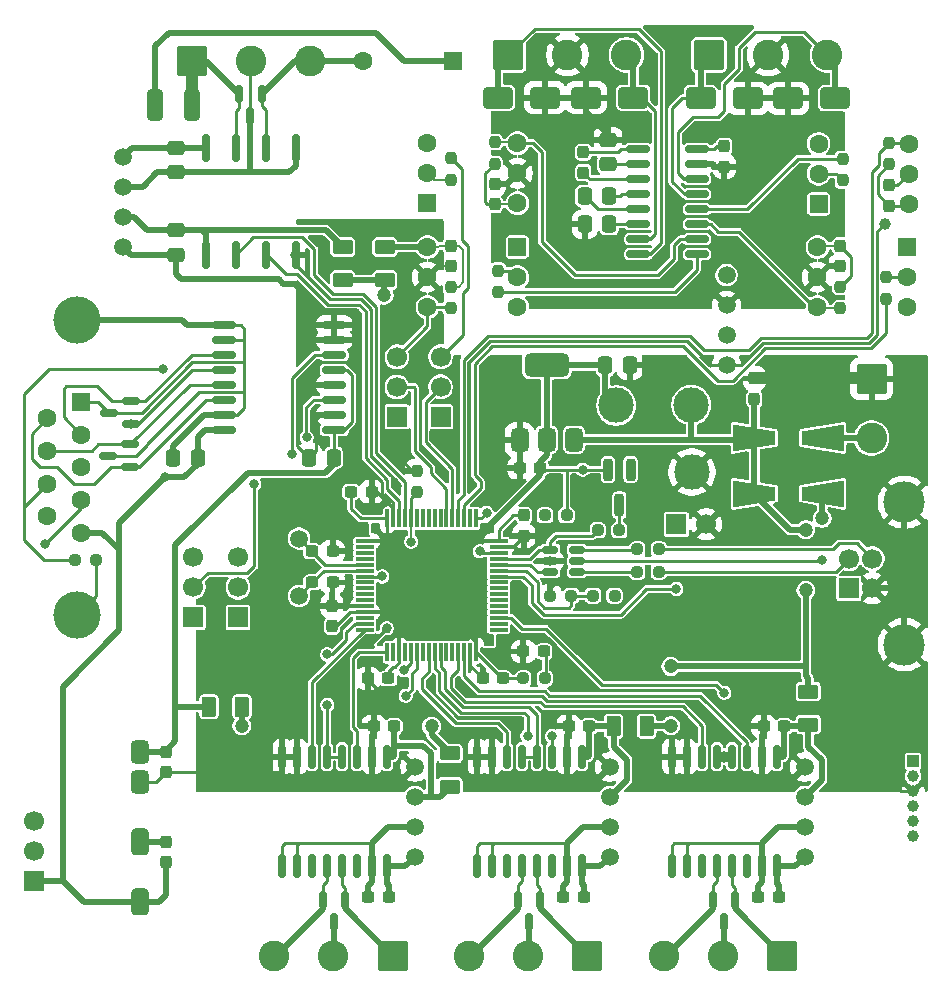
<source format=gbr>
%TF.GenerationSoftware,KiCad,Pcbnew,9.0.0*%
%TF.CreationDate,2025-03-21T17:04:22+03:00*%
%TF.ProjectId,many485,6d616e79-3438-4352-9e6b-696361645f70,rev?*%
%TF.SameCoordinates,Original*%
%TF.FileFunction,Copper,L1,Top*%
%TF.FilePolarity,Positive*%
%FSLAX46Y46*%
G04 Gerber Fmt 4.6, Leading zero omitted, Abs format (unit mm)*
G04 Created by KiCad (PCBNEW 9.0.0) date 2025-03-21 17:04:22*
%MOMM*%
%LPD*%
G01*
G04 APERTURE LIST*
G04 Aperture macros list*
%AMRoundRect*
0 Rectangle with rounded corners*
0 $1 Rounding radius*
0 $2 $3 $4 $5 $6 $7 $8 $9 X,Y pos of 4 corners*
0 Add a 4 corners polygon primitive as box body*
4,1,4,$2,$3,$4,$5,$6,$7,$8,$9,$2,$3,0*
0 Add four circle primitives for the rounded corners*
1,1,$1+$1,$2,$3*
1,1,$1+$1,$4,$5*
1,1,$1+$1,$6,$7*
1,1,$1+$1,$8,$9*
0 Add four rect primitives between the rounded corners*
20,1,$1+$1,$2,$3,$4,$5,0*
20,1,$1+$1,$4,$5,$6,$7,0*
20,1,$1+$1,$6,$7,$8,$9,0*
20,1,$1+$1,$8,$9,$2,$3,0*%
%AMOutline4P*
0 Free polygon, 4 corners , with rotation*
0 The origin of the aperture is its center*
0 number of corners: always 4*
0 $1 to $8 corner X, Y*
0 $9 Rotation angle, in degrees counterclockwise*
0 create outline with 4 corners*
4,1,4,$1,$2,$3,$4,$5,$6,$7,$8,$1,$2,$9*%
G04 Aperture macros list end*
%TA.AperFunction,ComponentPad*%
%ADD10C,3.000000*%
%TD*%
%TA.AperFunction,ComponentPad*%
%ADD11RoundRect,0.250000X-1.050000X1.050000X-1.050000X-1.050000X1.050000X-1.050000X1.050000X1.050000X0*%
%TD*%
%TA.AperFunction,ComponentPad*%
%ADD12C,2.600000*%
%TD*%
%TA.AperFunction,SMDPad,CuDef*%
%ADD13RoundRect,0.075000X-0.700000X-0.075000X0.700000X-0.075000X0.700000X0.075000X-0.700000X0.075000X0*%
%TD*%
%TA.AperFunction,SMDPad,CuDef*%
%ADD14RoundRect,0.075000X-0.075000X-0.700000X0.075000X-0.700000X0.075000X0.700000X-0.075000X0.700000X0*%
%TD*%
%TA.AperFunction,SMDPad,CuDef*%
%ADD15RoundRect,0.150000X-0.825000X-0.150000X0.825000X-0.150000X0.825000X0.150000X-0.825000X0.150000X0*%
%TD*%
%TA.AperFunction,ComponentPad*%
%ADD16R,1.700000X1.700000*%
%TD*%
%TA.AperFunction,ComponentPad*%
%ADD17C,1.700000*%
%TD*%
%TA.AperFunction,ComponentPad*%
%ADD18RoundRect,0.250000X-1.050000X-1.050000X1.050000X-1.050000X1.050000X1.050000X-1.050000X1.050000X0*%
%TD*%
%TA.AperFunction,ComponentPad*%
%ADD19RoundRect,0.250000X1.050000X1.050000X-1.050000X1.050000X-1.050000X-1.050000X1.050000X-1.050000X0*%
%TD*%
%TA.AperFunction,ComponentPad*%
%ADD20R,1.000000X1.000000*%
%TD*%
%TA.AperFunction,ComponentPad*%
%ADD21C,1.000000*%
%TD*%
%TA.AperFunction,SMDPad,CuDef*%
%ADD22RoundRect,0.162500X0.162500X-1.012500X0.162500X1.012500X-0.162500X1.012500X-0.162500X-1.012500X0*%
%TD*%
%TA.AperFunction,SMDPad,CuDef*%
%ADD23RoundRect,0.150000X-0.512500X-0.150000X0.512500X-0.150000X0.512500X0.150000X-0.512500X0.150000X0*%
%TD*%
%TA.AperFunction,SMDPad,CuDef*%
%ADD24RoundRect,0.150000X-0.150000X0.875000X-0.150000X-0.875000X0.150000X-0.875000X0.150000X0.875000X0*%
%TD*%
%TA.AperFunction,SMDPad,CuDef*%
%ADD25RoundRect,0.150000X0.875000X0.150000X-0.875000X0.150000X-0.875000X-0.150000X0.875000X-0.150000X0*%
%TD*%
%TA.AperFunction,SMDPad,CuDef*%
%ADD26RoundRect,0.150000X0.587500X0.150000X-0.587500X0.150000X-0.587500X-0.150000X0.587500X-0.150000X0*%
%TD*%
%TA.AperFunction,SMDPad,CuDef*%
%ADD27RoundRect,0.150000X-0.150000X0.587500X-0.150000X-0.587500X0.150000X-0.587500X0.150000X0.587500X0*%
%TD*%
%TA.AperFunction,SMDPad,CuDef*%
%ADD28RoundRect,0.237500X0.237500X-0.300000X0.237500X0.300000X-0.237500X0.300000X-0.237500X-0.300000X0*%
%TD*%
%TA.AperFunction,SMDPad,CuDef*%
%ADD29RoundRect,0.250000X-1.000000X-0.650000X1.000000X-0.650000X1.000000X0.650000X-1.000000X0.650000X0*%
%TD*%
%TA.AperFunction,SMDPad,CuDef*%
%ADD30RoundRect,0.250000X-0.625000X0.375000X-0.625000X-0.375000X0.625000X-0.375000X0.625000X0.375000X0*%
%TD*%
%TA.AperFunction,SMDPad,CuDef*%
%ADD31RoundRect,0.250000X0.337500X0.475000X-0.337500X0.475000X-0.337500X-0.475000X0.337500X-0.475000X0*%
%TD*%
%TA.AperFunction,SMDPad,CuDef*%
%ADD32RoundRect,0.250000X-0.475000X0.337500X-0.475000X-0.337500X0.475000X-0.337500X0.475000X0.337500X0*%
%TD*%
%TA.AperFunction,SMDPad,CuDef*%
%ADD33RoundRect,0.237500X-0.300000X-0.237500X0.300000X-0.237500X0.300000X0.237500X-0.300000X0.237500X0*%
%TD*%
%TA.AperFunction,SMDPad,CuDef*%
%ADD34RoundRect,0.250000X0.375000X0.625000X-0.375000X0.625000X-0.375000X-0.625000X0.375000X-0.625000X0*%
%TD*%
%TA.AperFunction,SMDPad,CuDef*%
%ADD35RoundRect,0.375000X0.375000X-0.625000X0.375000X0.625000X-0.375000X0.625000X-0.375000X-0.625000X0*%
%TD*%
%TA.AperFunction,SMDPad,CuDef*%
%ADD36RoundRect,0.500000X1.400000X-0.500000X1.400000X0.500000X-1.400000X0.500000X-1.400000X-0.500000X0*%
%TD*%
%TA.AperFunction,SMDPad,CuDef*%
%ADD37RoundRect,0.237500X-0.250000X-0.237500X0.250000X-0.237500X0.250000X0.237500X-0.250000X0.237500X0*%
%TD*%
%TA.AperFunction,SMDPad,CuDef*%
%ADD38RoundRect,0.237500X0.300000X0.237500X-0.300000X0.237500X-0.300000X-0.237500X0.300000X-0.237500X0*%
%TD*%
%TA.AperFunction,SMDPad,CuDef*%
%ADD39RoundRect,0.237500X-0.237500X0.300000X-0.237500X-0.300000X0.237500X-0.300000X0.237500X0.300000X0*%
%TD*%
%TA.AperFunction,SMDPad,CuDef*%
%ADD40RoundRect,0.237500X-0.237500X0.250000X-0.237500X-0.250000X0.237500X-0.250000X0.237500X0.250000X0*%
%TD*%
%TA.AperFunction,SMDPad,CuDef*%
%ADD41RoundRect,0.200000X-0.200000X0.750000X-0.200000X-0.750000X0.200000X-0.750000X0.200000X0.750000X0*%
%TD*%
%TA.AperFunction,SMDPad,CuDef*%
%ADD42RoundRect,0.250000X0.625000X-0.375000X0.625000X0.375000X-0.625000X0.375000X-0.625000X-0.375000X0*%
%TD*%
%TA.AperFunction,SMDPad,CuDef*%
%ADD43RoundRect,0.250000X0.400000X1.075000X-0.400000X1.075000X-0.400000X-1.075000X0.400000X-1.075000X0*%
%TD*%
%TA.AperFunction,SMDPad,CuDef*%
%ADD44RoundRect,0.237500X0.237500X-0.250000X0.237500X0.250000X-0.237500X0.250000X-0.237500X-0.250000X0*%
%TD*%
%TA.AperFunction,SMDPad,CuDef*%
%ADD45RoundRect,0.237500X0.250000X0.237500X-0.250000X0.237500X-0.250000X-0.237500X0.250000X-0.237500X0*%
%TD*%
%TA.AperFunction,SMDPad,CuDef*%
%ADD46Outline4P,-1.800000X-1.150000X1.800000X-0.550000X1.800000X0.550000X-1.800000X1.150000X0.000000*%
%TD*%
%TA.AperFunction,SMDPad,CuDef*%
%ADD47Outline4P,-1.800000X-1.150000X1.800000X-0.550000X1.800000X0.550000X-1.800000X1.150000X180.000000*%
%TD*%
%TA.AperFunction,SMDPad,CuDef*%
%ADD48RoundRect,0.250000X0.475000X-0.337500X0.475000X0.337500X-0.475000X0.337500X-0.475000X-0.337500X0*%
%TD*%
%TA.AperFunction,SMDPad,CuDef*%
%ADD49RoundRect,0.250000X-0.337500X-0.475000X0.337500X-0.475000X0.337500X0.475000X-0.337500X0.475000X0*%
%TD*%
%TA.AperFunction,ComponentPad*%
%ADD50C,1.500000*%
%TD*%
%TA.AperFunction,ComponentPad*%
%ADD51RoundRect,0.250000X0.550000X0.550000X-0.550000X0.550000X-0.550000X-0.550000X0.550000X-0.550000X0*%
%TD*%
%TA.AperFunction,ComponentPad*%
%ADD52C,1.600000*%
%TD*%
%TA.AperFunction,ComponentPad*%
%ADD53RoundRect,0.250000X-0.550000X-0.550000X0.550000X-0.550000X0.550000X0.550000X-0.550000X0.550000X0*%
%TD*%
%TA.AperFunction,ComponentPad*%
%ADD54RoundRect,0.381000X-0.381000X0.619000X-0.381000X-0.619000X0.381000X-0.619000X0.381000X0.619000X0*%
%TD*%
%TA.AperFunction,ComponentPad*%
%ADD55RoundRect,0.381000X-0.381000X0.762000X-0.381000X-0.762000X0.381000X-0.762000X0.381000X0.762000X0*%
%TD*%
%TA.AperFunction,ComponentPad*%
%ADD56C,4.000000*%
%TD*%
%TA.AperFunction,ComponentPad*%
%ADD57R,1.600000X1.600000*%
%TD*%
%TA.AperFunction,ComponentPad*%
%ADD58C,3.500000*%
%TD*%
%TA.AperFunction,ViaPad*%
%ADD59C,1.000000*%
%TD*%
%TA.AperFunction,ViaPad*%
%ADD60C,0.800000*%
%TD*%
%TA.AperFunction,ViaPad*%
%ADD61C,1.200000*%
%TD*%
%TA.AperFunction,Conductor*%
%ADD62C,0.250000*%
%TD*%
%TA.AperFunction,Conductor*%
%ADD63C,0.500000*%
%TD*%
%TA.AperFunction,Conductor*%
%ADD64C,0.200000*%
%TD*%
%TA.AperFunction,Conductor*%
%ADD65C,1.000000*%
%TD*%
G04 APERTURE END LIST*
D10*
%TO.P,TP1,1,1*%
%TO.N,+3.3V*%
X122631200Y-67767200D03*
%TD*%
%TO.P,TP3,1,1*%
%TO.N,GND*%
X129032000Y-73406000D03*
%TD*%
%TO.P,TP2,1,1*%
%TO.N,+5V*%
X128981200Y-67716400D03*
%TD*%
D11*
%TO.P,J9,1,Pin_1*%
%TO.N,GND*%
X144241300Y-65521200D03*
D12*
%TO.P,J9,2,Pin_2*%
%TO.N,Net-(D7-A)*%
X144241300Y-70521200D03*
%TD*%
D13*
%TO.P,U6,1,VBAT*%
%TO.N,+3.3V*%
X101325000Y-79250000D03*
%TO.P,U6,2,PC13*%
%TO.N,unconnected-(U6-PC13-Pad2)*%
X101325000Y-79750000D03*
%TO.P,U6,3,PC14*%
%TO.N,unconnected-(U6-PC14-Pad3)*%
X101325000Y-80250000D03*
%TO.P,U6,4,PC15*%
%TO.N,unconnected-(U6-PC15-Pad4)*%
X101325000Y-80750000D03*
%TO.P,U6,5,RCC_OSC_IN*%
%TO.N,/OSCIN*%
X101325000Y-81250000D03*
%TO.P,U6,6,RCC_OSC_OUT*%
%TO.N,/OSCOUT*%
X101325000Y-81750000D03*
%TO.P,U6,7,NRST*%
%TO.N,/rst*%
X101325000Y-82250000D03*
%TO.P,U6,8,PC0*%
%TO.N,unconnected-(U6-PC0-Pad8)*%
X101325000Y-82750000D03*
%TO.P,U6,9,PC1*%
%TO.N,unconnected-(U6-PC1-Pad9)*%
X101325000Y-83250000D03*
%TO.P,U6,10,PC2*%
%TO.N,unconnected-(U6-PC2-Pad10)*%
X101325000Y-83750000D03*
%TO.P,U6,11,PC3*%
%TO.N,unconnected-(U6-PC3-Pad11)*%
X101325000Y-84250000D03*
%TO.P,U6,12,VSSA*%
%TO.N,GND*%
X101325000Y-84750000D03*
%TO.P,U6,13,VDDA*%
%TO.N,+3.3V*%
X101325000Y-85250000D03*
%TO.P,U6,14,PA0*%
%TO.N,unconnected-(U6-PA0-Pad14)*%
X101325000Y-85750000D03*
%TO.P,U6,15,USART2_DE*%
%TO.N,/485DE2*%
X101325000Y-86250000D03*
%TO.P,U6,16,USART2_TX*%
%TO.N,/485Tx2*%
X101325000Y-86750000D03*
D14*
%TO.P,U6,17,USART2_RX*%
%TO.N,/485Rx2*%
X103250000Y-88675000D03*
%TO.P,U6,18,PF4*%
%TO.N,unconnected-(U6-PF4-Pad18)*%
X103750000Y-88675000D03*
%TO.P,U6,19,VDD*%
%TO.N,+3.3V*%
X104250000Y-88675000D03*
%TO.P,U6,20,PA4*%
%TO.N,unconnected-(U6-PA4-Pad20)*%
X104750000Y-88675000D03*
%TO.P,U6,21,SPI1_SCK*%
%TO.N,/SCK*%
X105250000Y-88675000D03*
%TO.P,U6,22,SPI1_MISO*%
%TO.N,/MISO*%
X105750000Y-88675000D03*
%TO.P,U6,23,PA7*%
%TO.N,unconnected-(U6-PA7-Pad23)*%
X106250000Y-88675000D03*
%TO.P,U6,24,USART1_TX*%
%TO.N,/485Tx1*%
X106750000Y-88675000D03*
%TO.P,U6,25,USART1_RX*%
%TO.N,/485Rx1*%
X107250000Y-88675000D03*
%TO.P,U6,26,PB0*%
%TO.N,/485DE1*%
X107750000Y-88675000D03*
%TO.P,U6,27,PB1*%
%TO.N,unconnected-(U6-PB1-Pad27)*%
X108250000Y-88675000D03*
%TO.P,U6,28,PB2*%
%TO.N,unconnected-(U6-PB2-Pad28)*%
X108750000Y-88675000D03*
%TO.P,U6,29,USART3_TX*%
%TO.N,/485Tx3*%
X109250000Y-88675000D03*
%TO.P,U6,30,USART3_RX*%
%TO.N,/485Rx3*%
X109750000Y-88675000D03*
%TO.P,U6,31,VSS*%
%TO.N,GND*%
X110250000Y-88675000D03*
%TO.P,U6,32,VDD*%
%TO.N,+3.3V*%
X110750000Y-88675000D03*
D13*
%TO.P,U6,33,PB12*%
%TO.N,unconnected-(U6-PB12-Pad33)*%
X112675000Y-86750000D03*
%TO.P,U6,34,PB13*%
%TO.N,unconnected-(U6-PB13-Pad34)*%
X112675000Y-86250000D03*
%TO.P,U6,35,USART3_DE*%
%TO.N,/485DE3*%
X112675000Y-85750000D03*
%TO.P,U6,36,PB15*%
%TO.N,unconnected-(U6-PB15-Pad36)*%
X112675000Y-85250000D03*
%TO.P,U6,37,PC6*%
%TO.N,unconnected-(U6-PC6-Pad37)*%
X112675000Y-84750000D03*
%TO.P,U6,38,PC7*%
%TO.N,unconnected-(U6-PC7-Pad38)*%
X112675000Y-84250000D03*
%TO.P,U6,39,PC8*%
%TO.N,unconnected-(U6-PC8-Pad39)*%
X112675000Y-83750000D03*
%TO.P,U6,40,PC9*%
%TO.N,unconnected-(U6-PC9-Pad40)*%
X112675000Y-83250000D03*
%TO.P,U6,41,PA8*%
%TO.N,unconnected-(U6-PA8-Pad41)*%
X112675000Y-82750000D03*
%TO.P,U6,42,PA9*%
%TO.N,/CE*%
X112675000Y-82250000D03*
%TO.P,U6,43,PA10*%
%TO.N,/USB_pullup*%
X112675000Y-81750000D03*
%TO.P,U6,44,USB_DM*%
%TO.N,/USB_DM*%
X112675000Y-81250000D03*
%TO.P,U6,45,USB_DP*%
%TO.N,/USB_DP*%
X112675000Y-80750000D03*
%TO.P,U6,46,SYS_JTMS-SWDIO*%
%TO.N,/SWDIO*%
X112675000Y-80250000D03*
%TO.P,U6,47,VSS*%
%TO.N,GND*%
X112675000Y-79750000D03*
%TO.P,U6,48,VDD*%
%TO.N,+3.3V*%
X112675000Y-79250000D03*
D14*
%TO.P,U6,49,SYS_JTCK-SWCLK*%
%TO.N,/SWCLK*%
X110750000Y-77325000D03*
%TO.P,U6,50,PA15*%
%TO.N,unconnected-(U6-PA15-Pad50)*%
X110250000Y-77325000D03*
%TO.P,U6,51,UART4_TX*%
%TO.N,/232Tx1*%
X109750000Y-77325000D03*
%TO.P,U6,52,UART4_RX*%
%TO.N,/232Rx1*%
X109250000Y-77325000D03*
%TO.P,U6,53,UART5_TX*%
%TO.N,/UTx*%
X108750000Y-77325000D03*
%TO.P,U6,54,UART5_RX*%
%TO.N,/URx*%
X108250000Y-77325000D03*
%TO.P,U6,55,PB3*%
%TO.N,unconnected-(U6-PB3-Pad55)*%
X107750000Y-77325000D03*
%TO.P,U6,56,PB4*%
%TO.N,unconnected-(U6-PB4-Pad56)*%
X107250000Y-77325000D03*
%TO.P,U6,57,PB5*%
%TO.N,unconnected-(U6-PB5-Pad57)*%
X106750000Y-77325000D03*
%TO.P,U6,58,PB6*%
%TO.N,unconnected-(U6-PB6-Pad58)*%
X106250000Y-77325000D03*
%TO.P,U6,59,PB7*%
%TO.N,unconnected-(U6-PB7-Pad59)*%
X105750000Y-77325000D03*
%TO.P,U6,60,BOOT0*%
%TO.N,/boot*%
X105250000Y-77325000D03*
%TO.P,U6,61,PB8*%
%TO.N,/CAN_Rx*%
X104750000Y-77325000D03*
%TO.P,U6,62,PB9*%
%TO.N,/CAN_Tx*%
X104250000Y-77325000D03*
%TO.P,U6,63,VSS*%
%TO.N,GND*%
X103750000Y-77325000D03*
%TO.P,U6,64,VDD*%
%TO.N,+3.3V*%
X103250000Y-77325000D03*
%TD*%
D15*
%TO.P,U2,1,C1+*%
%TO.N,Net-(U2-C1+)*%
X124493400Y-46075600D03*
%TO.P,U2,2,VS+*%
%TO.N,Net-(U2-VS+)*%
X124493400Y-47345600D03*
%TO.P,U2,3,C1-*%
%TO.N,Net-(U2-C1-)*%
X124493400Y-48615600D03*
%TO.P,U2,4,C2+*%
%TO.N,Net-(U2-C2+)*%
X124493400Y-49885600D03*
%TO.P,U2,5,C2-*%
%TO.N,Net-(U2-C2-)*%
X124493400Y-51155600D03*
%TO.P,U2,6,VS-*%
%TO.N,Net-(U2-VS-)*%
X124493400Y-52425600D03*
%TO.P,U2,7,T2OUT*%
%TO.N,Net-(D3-A2)*%
X124493400Y-53695600D03*
%TO.P,U2,8,R2IN*%
%TO.N,Net-(D2-A1)*%
X124493400Y-54965600D03*
%TO.P,U2,9,R2OUT*%
%TO.N,/Isolated_232/R2OUT*%
X129443400Y-54965600D03*
%TO.P,U2,10,T2IN*%
%TO.N,/Isolated_232/T2IN*%
X129443400Y-53695600D03*
%TO.P,U2,11,T1IN*%
%TO.N,/Isolated_232/T1IN*%
X129443400Y-52425600D03*
%TO.P,U2,12,R1OUT*%
%TO.N,/Isolated_232/R1OUT*%
X129443400Y-51155600D03*
%TO.P,U2,13,R1IN*%
%TO.N,Net-(D4-A1)*%
X129443400Y-49885600D03*
%TO.P,U2,14,T1OUT*%
%TO.N,Net-(D5-A2)*%
X129443400Y-48615600D03*
%TO.P,U2,15,GND*%
%TO.N,/Isolated_232/gndi5*%
X129443400Y-47345600D03*
%TO.P,U2,16,VCC*%
%TO.N,/Isolated_232/5viso5*%
X129443400Y-46075600D03*
%TD*%
D16*
%TO.P,JP3,1,A*%
%TO.N,/CE*%
X127711200Y-77825600D03*
D17*
%TO.P,JP3,2,B*%
%TO.N,GND*%
X130251200Y-77825600D03*
%TD*%
D16*
%TO.P,JP2,1,A*%
%TO.N,/422Rx*%
X104038400Y-68732400D03*
D17*
%TO.P,JP2,2,C*%
%TO.N,/URx*%
X104038400Y-66192400D03*
%TO.P,JP2,3,B*%
%TO.N,/Isolated_232/Rx2*%
X104038400Y-63652400D03*
%TD*%
D16*
%TO.P,JP5,1,A*%
%TO.N,/MISO*%
X86800000Y-85700000D03*
D17*
%TO.P,JP5,2,C*%
%TO.N,/SSI_422/Rx*%
X86800000Y-83160000D03*
%TO.P,JP5,3,B*%
%TO.N,/422Rx*%
X86800000Y-80620000D03*
%TD*%
D16*
%TO.P,JP6,1,A*%
%TO.N,/SSI_422/5viso6*%
X73304400Y-108000800D03*
D17*
%TO.P,JP6,2,C*%
%TO.N,/SSI_422/SSI_VR*%
X73304400Y-105460800D03*
%TO.P,JP6,3,B*%
%TO.N,/SSI_422/gndi6*%
X73304400Y-102920800D03*
%TD*%
D16*
%TO.P,JP1,1,A*%
%TO.N,/422Tx*%
X107746800Y-68732400D03*
D17*
%TO.P,JP1,2,C*%
%TO.N,/UTx*%
X107746800Y-66192400D03*
%TO.P,JP1,3,B*%
%TO.N,/Isolated_232/Tx2*%
X107746800Y-63652400D03*
%TD*%
D16*
%TO.P,JP4,1,A*%
%TO.N,/SCK*%
X90600000Y-85700000D03*
D17*
%TO.P,JP4,2,C*%
%TO.N,/SSI_422/Tx*%
X90600000Y-83160000D03*
%TO.P,JP4,3,B*%
%TO.N,/422Tx*%
X90600000Y-80620000D03*
%TD*%
D18*
%TO.P,J7,1,Pin_1*%
%TO.N,Net-(D2-A1)*%
X113486600Y-38083600D03*
D12*
%TO.P,J7,2,Pin_2*%
%TO.N,/Isolated_232/gndi5*%
X118486600Y-38083600D03*
%TO.P,J7,3,Pin_3*%
%TO.N,Net-(D3-A2)*%
X123486600Y-38083600D03*
%TD*%
D19*
%TO.P,J13,1,Pin_1*%
%TO.N,Net-(D11-A1)*%
X120179200Y-114374500D03*
D12*
%TO.P,J13,2,Pin_2*%
%TO.N,/Isolated_485_01/gndi2*%
X115179200Y-114374500D03*
%TO.P,J13,3,Pin_3*%
%TO.N,Net-(D11-A2)*%
X110179200Y-114374500D03*
%TD*%
D19*
%TO.P,J14,1,Pin_1*%
%TO.N,Net-(D10-A1)*%
X103679200Y-114374500D03*
D12*
%TO.P,J14,2,Pin_2*%
%TO.N,/Isolated_485_2/gndi2*%
X98679200Y-114374500D03*
%TO.P,J14,3,Pin_3*%
%TO.N,Net-(D10-A2)*%
X93679200Y-114374500D03*
%TD*%
D19*
%TO.P,J12,1,Pin_1*%
%TO.N,Net-(D12-A1)*%
X136679200Y-114374500D03*
D12*
%TO.P,J12,2,Pin_2*%
%TO.N,/Isolated_485_3/gndi2*%
X131679200Y-114374500D03*
%TO.P,J12,3,Pin_3*%
%TO.N,Net-(D12-A2)*%
X126679200Y-114374500D03*
%TD*%
D18*
%TO.P,J6,1,Pin_1*%
%TO.N,Net-(D4-A1)*%
X130486600Y-38083600D03*
D12*
%TO.P,J6,2,Pin_2*%
%TO.N,/Isolated_232/gndi5*%
X135486600Y-38083600D03*
%TO.P,J6,3,Pin_3*%
%TO.N,Net-(D5-A2)*%
X140486600Y-38083600D03*
%TD*%
D18*
%TO.P,J8,1,Pin_1*%
%TO.N,/CANH*%
X86669500Y-38603500D03*
D12*
%TO.P,J8,2,Pin_2*%
%TO.N,GND1*%
X91669500Y-38603500D03*
%TO.P,J8,3,Pin_3*%
%TO.N,/CANL*%
X96669500Y-38603500D03*
%TD*%
D20*
%TO.P,J3,1,Pin_1*%
%TO.N,/SWCLK*%
X147750000Y-97900000D03*
D21*
%TO.P,J3,2,Pin_2*%
%TO.N,/SWDIO*%
X147750000Y-99170000D03*
%TO.P,J3,3,Pin_3*%
%TO.N,GND*%
X147750000Y-100440000D03*
%TO.P,J3,4,Pin_4*%
%TO.N,Net-(J3-Pin_4)*%
X147750000Y-101710000D03*
%TO.P,J3,5,Pin_5*%
%TO.N,/boot*%
X147750000Y-102980000D03*
%TO.P,J3,6,Pin_6*%
%TO.N,/rst*%
X147750000Y-104250000D03*
%TD*%
D22*
%TO.P,U1,1,VCC1*%
%TO.N,/5vcan*%
X87858700Y-55010100D03*
%TO.P,U1,2,RXD*%
%TO.N,/CAN_Rx*%
X90398700Y-55010100D03*
%TO.P,U1,3,TXD*%
%TO.N,/CAN_Tx*%
X92938700Y-55010100D03*
%TO.P,U1,4,GND1*%
%TO.N,GND*%
X95478700Y-55010100D03*
%TO.P,U1,5,GND2*%
%TO.N,GND1*%
X95478700Y-45960100D03*
%TO.P,U1,6,CANL*%
%TO.N,/CANL*%
X92938700Y-45960100D03*
%TO.P,U1,7,CANH*%
%TO.N,/CANH*%
X90398700Y-45960100D03*
%TO.P,U1,8,VCC2*%
%TO.N,Net-(Q2-+Vo)*%
X87858700Y-45960100D03*
%TD*%
D23*
%TO.P,U5,1,I/O1*%
%TO.N,/USB_DP*%
X117023300Y-79974400D03*
%TO.P,U5,2,GND*%
%TO.N,GND*%
X117023300Y-80924400D03*
%TO.P,U5,3,I/O2*%
%TO.N,/USB_DM*%
X117023300Y-81874400D03*
%TO.P,U5,4,I/O2*%
%TO.N,Net-(R15-Pad2)*%
X119298300Y-81874400D03*
%TO.P,U5,5,VBUS*%
%TO.N,/VB*%
X119298300Y-80924400D03*
%TO.P,U5,6,I/O1*%
%TO.N,Net-(R13-Pad2)*%
X119298300Y-79974400D03*
%TD*%
D24*
%TO.P,U7,1,Vcc1*%
%TO.N,/Isolated_485_2/5vloc2*%
X103220000Y-97500000D03*
%TO.P,U7,2,GND1*%
%TO.N,GND*%
X101950000Y-97500000D03*
%TO.P,U7,3,R*%
%TO.N,/485Rx2*%
X100680000Y-97500000D03*
%TO.P,U7,4,~{RE}*%
%TO.N,/485DE2*%
X99410000Y-97500000D03*
%TO.P,U7,5,DE*%
X98140000Y-97500000D03*
%TO.P,U7,6,D*%
%TO.N,/485Tx2*%
X96870000Y-97500000D03*
%TO.P,U7,7,GND1*%
%TO.N,GND*%
X95600000Y-97500000D03*
%TO.P,U7,8,GND1*%
X94330000Y-97500000D03*
%TO.P,U7,9,GND2*%
%TO.N,/Isolated_485_2/gndi2*%
X94330000Y-106800000D03*
%TO.P,U7,10,GND2*%
X95600000Y-106800000D03*
%TO.P,U7,11,NC*%
%TO.N,unconnected-(U7-NC-Pad11)*%
X96870000Y-106800000D03*
%TO.P,U7,12,A*%
%TO.N,Net-(D10-A2)*%
X98140000Y-106800000D03*
%TO.P,U7,13,B*%
%TO.N,Net-(D10-A1)*%
X99410000Y-106800000D03*
%TO.P,U7,14,NC*%
%TO.N,unconnected-(U7-NC-Pad14)*%
X100680000Y-106800000D03*
%TO.P,U7,15,GND2*%
%TO.N,/Isolated_485_2/gndi2*%
X101950000Y-106800000D03*
%TO.P,U7,16,Vcc2*%
%TO.N,/Isolated_485_2/5viso2*%
X103220000Y-106800000D03*
%TD*%
%TO.P,U8,1,Vcc1*%
%TO.N,/Isolated_485_01/5vloc2*%
X119720000Y-97500000D03*
%TO.P,U8,2,GND1*%
%TO.N,GND*%
X118450000Y-97500000D03*
%TO.P,U8,3,R*%
%TO.N,/485Rx1*%
X117180000Y-97500000D03*
%TO.P,U8,4,~{RE}*%
%TO.N,/485DE1*%
X115910000Y-97500000D03*
%TO.P,U8,5,DE*%
X114640000Y-97500000D03*
%TO.P,U8,6,D*%
%TO.N,/485Tx1*%
X113370000Y-97500000D03*
%TO.P,U8,7,GND1*%
%TO.N,GND*%
X112100000Y-97500000D03*
%TO.P,U8,8,GND1*%
X110830000Y-97500000D03*
%TO.P,U8,9,GND2*%
%TO.N,/Isolated_485_01/gndi2*%
X110830000Y-106800000D03*
%TO.P,U8,10,GND2*%
X112100000Y-106800000D03*
%TO.P,U8,11,NC*%
%TO.N,unconnected-(U8-NC-Pad11)*%
X113370000Y-106800000D03*
%TO.P,U8,12,A*%
%TO.N,Net-(D11-A2)*%
X114640000Y-106800000D03*
%TO.P,U8,13,B*%
%TO.N,Net-(D11-A1)*%
X115910000Y-106800000D03*
%TO.P,U8,14,NC*%
%TO.N,unconnected-(U8-NC-Pad14)*%
X117180000Y-106800000D03*
%TO.P,U8,15,GND2*%
%TO.N,/Isolated_485_01/gndi2*%
X118450000Y-106800000D03*
%TO.P,U8,16,Vcc2*%
%TO.N,/Isolated_485_01/5viso2*%
X119720000Y-106800000D03*
%TD*%
D25*
%TO.P,U3,1,Vcc1*%
%TO.N,/SSI_422/5Vloc6*%
X98731600Y-69832400D03*
%TO.P,U3,2,GND1*%
%TO.N,GND*%
X98731600Y-68562400D03*
%TO.P,U3,3,R*%
%TO.N,/SSI_422/Rx*%
X98731600Y-67292400D03*
%TO.P,U3,4,~{RE}*%
%TO.N,GND*%
X98731600Y-66022400D03*
%TO.P,U3,5,DE*%
%TO.N,/SSI_422/5Vloc6*%
X98731600Y-64752400D03*
%TO.P,U3,6,D*%
%TO.N,/SSI_422/Tx*%
X98731600Y-63482400D03*
%TO.P,U3,7,GND1*%
%TO.N,GND*%
X98731600Y-62212400D03*
%TO.P,U3,8,GND1*%
X98731600Y-60942400D03*
%TO.P,U3,9,GND2*%
%TO.N,/SSI_422/gndi6*%
X89431600Y-60942400D03*
%TO.P,U3,10,GND2*%
X89431600Y-62212400D03*
%TO.P,U3,11,Y*%
%TO.N,/SSI_422/Y422*%
X89431600Y-63482400D03*
%TO.P,U3,12,Z*%
%TO.N,/SSI_422/Z422*%
X89431600Y-64752400D03*
%TO.P,U3,13,B*%
%TO.N,/SSI_422/B422*%
X89431600Y-66022400D03*
%TO.P,U3,14,A*%
%TO.N,/SSI_422/A422*%
X89431600Y-67292400D03*
%TO.P,U3,15,GND2*%
%TO.N,/SSI_422/gndi6*%
X89431600Y-68562400D03*
%TO.P,U3,16,Vcc2*%
%TO.N,/SSI_422/5viso6*%
X89431600Y-69832400D03*
%TD*%
D24*
%TO.P,U9,1,Vcc1*%
%TO.N,/Isolated_485_3/5vloc2*%
X136220000Y-97500000D03*
%TO.P,U9,2,GND1*%
%TO.N,GND*%
X134950000Y-97500000D03*
%TO.P,U9,3,R*%
%TO.N,/485Rx3*%
X133680000Y-97500000D03*
%TO.P,U9,4,~{RE}*%
%TO.N,/485DE3*%
X132410000Y-97500000D03*
%TO.P,U9,5,DE*%
X131140000Y-97500000D03*
%TO.P,U9,6,D*%
%TO.N,/485Tx3*%
X129870000Y-97500000D03*
%TO.P,U9,7,GND1*%
%TO.N,GND*%
X128600000Y-97500000D03*
%TO.P,U9,8,GND1*%
X127330000Y-97500000D03*
%TO.P,U9,9,GND2*%
%TO.N,/Isolated_485_3/gndi2*%
X127330000Y-106800000D03*
%TO.P,U9,10,GND2*%
X128600000Y-106800000D03*
%TO.P,U9,11,NC*%
%TO.N,unconnected-(U9-NC-Pad11)*%
X129870000Y-106800000D03*
%TO.P,U9,12,A*%
%TO.N,Net-(D12-A2)*%
X131140000Y-106800000D03*
%TO.P,U9,13,B*%
%TO.N,Net-(D12-A1)*%
X132410000Y-106800000D03*
%TO.P,U9,14,NC*%
%TO.N,unconnected-(U9-NC-Pad14)*%
X133680000Y-106800000D03*
%TO.P,U9,15,GND2*%
%TO.N,/Isolated_485_3/gndi2*%
X134950000Y-106800000D03*
%TO.P,U9,16,Vcc2*%
%TO.N,/Isolated_485_3/5viso2*%
X136220000Y-106800000D03*
%TD*%
D26*
%TO.P,D6,1,A1*%
%TO.N,/SSI_422/Z422*%
X81542600Y-69313200D03*
%TO.P,D6,2,A2*%
%TO.N,/SSI_422/Y422*%
X81542600Y-67413200D03*
%TO.P,D6,3,common*%
%TO.N,/SSI_422/gndi6*%
X79667600Y-68363200D03*
%TD*%
D27*
%TO.P,D11,1,A1*%
%TO.N,Net-(D11-A1)*%
X116177000Y-109655500D03*
%TO.P,D11,2,A2*%
%TO.N,Net-(D11-A2)*%
X114277000Y-109655500D03*
%TO.P,D11,3,common*%
%TO.N,/Isolated_485_01/gndi2*%
X115227000Y-111530500D03*
%TD*%
%TO.P,D10,1,A1*%
%TO.N,Net-(D10-A1)*%
X99677000Y-109655500D03*
%TO.P,D10,2,A2*%
%TO.N,Net-(D10-A2)*%
X97777000Y-109655500D03*
%TO.P,D10,3,common*%
%TO.N,/Isolated_485_2/gndi2*%
X98727000Y-111530500D03*
%TD*%
%TO.P,D12,1,A1*%
%TO.N,Net-(D12-A1)*%
X132677000Y-109655500D03*
%TO.P,D12,2,A2*%
%TO.N,Net-(D12-A2)*%
X130777000Y-109655500D03*
%TO.P,D12,3,common*%
%TO.N,/Isolated_485_3/gndi2*%
X131727000Y-111530500D03*
%TD*%
D26*
%TO.P,D8,1,A1*%
%TO.N,/SSI_422/A422*%
X81491800Y-72970800D03*
%TO.P,D8,2,A2*%
%TO.N,/SSI_422/B422*%
X81491800Y-71070800D03*
%TO.P,D8,3,common*%
%TO.N,/SSI_422/gndi6*%
X79616800Y-72020800D03*
%TD*%
D27*
%TO.P,D1,1,K*%
%TO.N,/CANL*%
X92603500Y-41396500D03*
%TO.P,D1,2,K*%
%TO.N,/CANH*%
X90703500Y-41396500D03*
%TO.P,D1,3,O*%
%TO.N,GND1*%
X91653500Y-43271500D03*
%TD*%
D28*
%TO.P,C18,1*%
%TO.N,GND*%
X114808000Y-78790800D03*
%TO.P,C18,2*%
%TO.N,+3.3V*%
X114808000Y-77065800D03*
%TD*%
D29*
%TO.P,D2,1,A1*%
%TO.N,Net-(D2-A1)*%
X112591000Y-41706800D03*
%TO.P,D2,2,A2*%
%TO.N,/Isolated_232/gndi5*%
X116591000Y-41706800D03*
%TD*%
D30*
%TO.P,F6,1*%
%TO.N,+5V*%
X108559600Y-97231200D03*
%TO.P,F6,2*%
%TO.N,/Isolated_485_2/5vloc2*%
X108559600Y-100031200D03*
%TD*%
D31*
%TO.P,C14,1*%
%TO.N,/SSI_422/5viso6*%
X87172800Y-72186800D03*
%TO.P,C14,2*%
%TO.N,/SSI_422/gndi6*%
X85097800Y-72186800D03*
%TD*%
D32*
%TO.P,C9,1*%
%TO.N,/5vcan*%
X85369500Y-52919700D03*
%TO.P,C9,2*%
%TO.N,GND*%
X85369500Y-54994700D03*
%TD*%
D33*
%TO.P,C25,1*%
%TO.N,GND*%
X102095000Y-94923500D03*
%TO.P,C25,2*%
%TO.N,/Isolated_485_2/5vloc2*%
X103820000Y-94923500D03*
%TD*%
%TO.P,C20,1*%
%TO.N,/OSCOUT*%
X96875600Y-82753200D03*
%TO.P,C20,2*%
%TO.N,GND*%
X98600600Y-82753200D03*
%TD*%
D34*
%TO.P,F5,1*%
%TO.N,+5V*%
X125199000Y-94923500D03*
%TO.P,F5,2*%
%TO.N,/Isolated_485_01/5vloc2*%
X122399000Y-94923500D03*
%TD*%
D35*
%TO.P,U4,1,GND*%
%TO.N,GND*%
X114438400Y-70663600D03*
%TO.P,U4,2,VO*%
%TO.N,+3.3V*%
X116738400Y-70663600D03*
D36*
X116738400Y-64363600D03*
D35*
%TO.P,U4,3,VI*%
%TO.N,+5V*%
X119038400Y-70663600D03*
%TD*%
D28*
%TO.P,C7,1*%
%TO.N,/Isolated_232/5Vloc5*%
X145745200Y-50850800D03*
%TO.P,C7,2*%
%TO.N,GND*%
X145745200Y-49125800D03*
%TD*%
D37*
%TO.P,R11,1*%
%TO.N,Net-(J3-Pin_4)*%
X116586000Y-77063600D03*
%TO.P,R11,2*%
%TO.N,+3.3V*%
X118411000Y-77063600D03*
%TD*%
D38*
%TO.P,C16,1*%
%TO.N,+3.3V*%
X116177400Y-73050400D03*
%TO.P,C16,2*%
%TO.N,GND*%
X114452400Y-73050400D03*
%TD*%
%TO.P,C30,1*%
%TO.N,/Isolated_485_2/5viso2*%
X103365000Y-109401500D03*
%TO.P,C30,2*%
%TO.N,/Isolated_485_2/gndi2*%
X101640000Y-109401500D03*
%TD*%
D39*
%TO.P,C10,1*%
%TO.N,/Isolated_232/5Vloc5*%
X108610400Y-54254400D03*
%TO.P,C10,2*%
%TO.N,GND*%
X108610400Y-55979400D03*
%TD*%
D40*
%TO.P,R2,1*%
%TO.N,/Isolated_232/T2IN*%
X112328800Y-45466000D03*
%TO.P,R2,2*%
%TO.N,/Isolated_232/5viso5*%
X112328800Y-47291000D03*
%TD*%
D41*
%TO.P,Q1,1,G*%
%TO.N,Net-(Q1-G)*%
X123835200Y-73200000D03*
%TO.P,Q1,2,S*%
%TO.N,+3.3V*%
X121935200Y-73200000D03*
%TO.P,Q1,3,D*%
%TO.N,Net-(Q1-D)*%
X122885200Y-76200000D03*
%TD*%
D31*
%TO.P,C6,1*%
%TO.N,Net-(U2-C2+)*%
X122026600Y-50038000D03*
%TO.P,C6,2*%
%TO.N,Net-(U2-C2-)*%
X119951600Y-50038000D03*
%TD*%
D42*
%TO.P,F1,1*%
%TO.N,+5V*%
X99466400Y-57156000D03*
%TO.P,F1,2*%
%TO.N,/5vcan*%
X99466400Y-54356000D03*
%TD*%
D43*
%TO.P,R1,1*%
%TO.N,/CANH*%
X86691500Y-42357100D03*
%TO.P,R1,2*%
%TO.N,Net-(R1-Pad2)*%
X83591500Y-42357100D03*
%TD*%
D29*
%TO.P,D3,1,A1*%
%TO.N,/Isolated_232/gndi5*%
X120071800Y-41706800D03*
%TO.P,D3,2,A2*%
%TO.N,Net-(D3-A2)*%
X124071800Y-41706800D03*
%TD*%
D34*
%TO.P,F3,1*%
%TO.N,+5V*%
X90932000Y-93268800D03*
%TO.P,F3,2*%
%TO.N,/SSI_422/5Vloc6*%
X88132000Y-93268800D03*
%TD*%
D33*
%TO.P,C19,1*%
%TO.N,/OSCIN*%
X96877800Y-80111600D03*
%TO.P,C19,2*%
%TO.N,GND*%
X98602800Y-80111600D03*
%TD*%
D30*
%TO.P,F4,1*%
%TO.N,+5V*%
X138887200Y-91992800D03*
%TO.P,F4,2*%
%TO.N,/Isolated_485_3/5vloc2*%
X138887200Y-94792800D03*
%TD*%
D40*
%TO.P,R3,1*%
%TO.N,/232Rx1*%
X145745200Y-45516800D03*
%TO.P,R3,2*%
%TO.N,/Isolated_232/5Vloc5*%
X145745200Y-47341800D03*
%TD*%
D44*
%TO.P,R9,1*%
%TO.N,/Isolated_232/T1IN*%
X141579600Y-59537600D03*
%TO.P,R9,2*%
%TO.N,/Isolated_232/5viso5*%
X141579600Y-57712600D03*
%TD*%
D39*
%TO.P,C3,1*%
%TO.N,Net-(U2-C1+)*%
X119842200Y-46329600D03*
%TO.P,C3,2*%
%TO.N,Net-(U2-C1-)*%
X119842200Y-48054600D03*
%TD*%
D44*
%TO.P,R10,1*%
%TO.N,/boot*%
X105714800Y-75133200D03*
%TO.P,R10,2*%
%TO.N,GND*%
X105714800Y-73308200D03*
%TD*%
D38*
%TO.P,C32,1*%
%TO.N,/Isolated_485_3/5viso2*%
X136365000Y-109401500D03*
%TO.P,C32,2*%
%TO.N,/Isolated_485_3/gndi2*%
X134640000Y-109401500D03*
%TD*%
D33*
%TO.P,C24,1*%
%TO.N,GND*%
X111305000Y-90881200D03*
%TO.P,C24,2*%
%TO.N,+3.3V*%
X113030000Y-90881200D03*
%TD*%
D29*
%TO.P,D5,1,A1*%
%TO.N,/Isolated_232/gndi5*%
X137178200Y-41757600D03*
%TO.P,D5,2,A2*%
%TO.N,Net-(D5-A2)*%
X141178200Y-41757600D03*
%TD*%
D37*
%TO.P,R17,1*%
%TO.N,/USB_pullup*%
X120651900Y-83870800D03*
%TO.P,R17,2*%
%TO.N,Net-(Q1-G)*%
X122476900Y-83870800D03*
%TD*%
D33*
%TO.P,C27,1*%
%TO.N,GND*%
X135095000Y-94923500D03*
%TO.P,C27,2*%
%TO.N,/Isolated_485_3/5vloc2*%
X136820000Y-94923500D03*
%TD*%
D38*
%TO.P,C17,1*%
%TO.N,GND*%
X101904800Y-75082400D03*
%TO.P,C17,2*%
%TO.N,+3.3V*%
X100179800Y-75082400D03*
%TD*%
D45*
%TO.P,R16,1*%
%TO.N,/USB_pullup*%
X118821200Y-83870800D03*
%TO.P,R16,2*%
%TO.N,GND*%
X116996200Y-83870800D03*
%TD*%
%TO.P,R14,1*%
%TO.N,/SSI_422/gndi6*%
X78598900Y-80860000D03*
%TO.P,R14,2*%
%TO.N,/SSI_422/SSI_Z*%
X76773900Y-80860000D03*
%TD*%
D40*
%TO.P,R4,1*%
%TO.N,/Isolated_232/Tx2*%
X108620400Y-46837600D03*
%TO.P,R4,2*%
%TO.N,Net-(R4-Pad2)*%
X108620400Y-48662600D03*
%TD*%
D28*
%TO.P,C13,1*%
%TO.N,+5V*%
X134315200Y-67206200D03*
%TO.P,C13,2*%
%TO.N,GND*%
X134315200Y-65481200D03*
%TD*%
D38*
%TO.P,C31,1*%
%TO.N,/Isolated_485_01/5viso2*%
X119865000Y-109401500D03*
%TO.P,C31,2*%
%TO.N,/Isolated_485_01/gndi2*%
X118140000Y-109401500D03*
%TD*%
%TO.P,C22,1*%
%TO.N,/rst*%
X116484400Y-88595200D03*
%TO.P,C22,2*%
%TO.N,GND*%
X114759400Y-88595200D03*
%TD*%
D44*
%TO.P,R8,1*%
%TO.N,/Isolated_232/Rx2*%
X108610400Y-59537600D03*
%TO.P,R8,2*%
%TO.N,/Isolated_232/5Vloc5*%
X108610400Y-57712600D03*
%TD*%
D46*
%TO.P,D9,1,K*%
%TO.N,+5V*%
X134306400Y-75234800D03*
D47*
%TO.P,D9,2,A*%
%TO.N,/VB*%
X140106400Y-75234800D03*
%TD*%
D48*
%TO.P,C1,1*%
%TO.N,Net-(U2-VS+)*%
X121925000Y-47345600D03*
%TO.P,C1,2*%
%TO.N,/Isolated_232/gndi5*%
X121925000Y-45270600D03*
%TD*%
D45*
%TO.P,R13,1*%
%TO.N,Net-(J11-D+)*%
X126234200Y-79959200D03*
%TO.P,R13,2*%
%TO.N,Net-(R13-Pad2)*%
X124409200Y-79959200D03*
%TD*%
D40*
%TO.P,R6,1*%
%TO.N,Net-(R6-Pad1)*%
X112623600Y-56341000D03*
%TO.P,R6,2*%
%TO.N,/Isolated_232/R2OUT*%
X112623600Y-58166000D03*
%TD*%
D32*
%TO.P,C2,1*%
%TO.N,Net-(Q2-+Vo)*%
X85369500Y-45960100D03*
%TO.P,C2,2*%
%TO.N,GND1*%
X85369500Y-48035100D03*
%TD*%
D44*
%TO.P,R5,1*%
%TO.N,Net-(R5-Pad1)*%
X141792800Y-48715300D03*
%TO.P,R5,2*%
%TO.N,/Isolated_232/R1OUT*%
X141792800Y-46890300D03*
%TD*%
D33*
%TO.P,C26,1*%
%TO.N,GND*%
X118595000Y-94923500D03*
%TO.P,C26,2*%
%TO.N,/Isolated_485_01/5vloc2*%
X120320000Y-94923500D03*
%TD*%
D39*
%TO.P,C21,1*%
%TO.N,GND*%
X98552000Y-84734400D03*
%TO.P,C21,2*%
%TO.N,+3.3V*%
X98552000Y-86459400D03*
%TD*%
D49*
%TO.P,C12,1*%
%TO.N,+3.3V*%
X121673800Y-64363600D03*
%TO.P,C12,2*%
%TO.N,GND*%
X123748800Y-64363600D03*
%TD*%
D46*
%TO.P,D7,1,K*%
%TO.N,+5V*%
X134306400Y-70510400D03*
D47*
%TO.P,D7,2,A*%
%TO.N,Net-(D7-A)*%
X140106400Y-70510400D03*
%TD*%
D49*
%TO.P,C8,1*%
%TO.N,/Isolated_232/gndi5*%
X119951600Y-52425600D03*
%TO.P,C8,2*%
%TO.N,Net-(U2-VS-)*%
X122026600Y-52425600D03*
%TD*%
D39*
%TO.P,C29,1*%
%TO.N,/SSI_422/gndi6*%
X84500000Y-104700000D03*
%TO.P,C29,2*%
%TO.N,/SSI_422/5viso6*%
X84500000Y-106425000D03*
%TD*%
D33*
%TO.P,C23,1*%
%TO.N,GND*%
X101602200Y-90881200D03*
%TO.P,C23,2*%
%TO.N,+3.3V*%
X103327200Y-90881200D03*
%TD*%
D42*
%TO.P,F2,1*%
%TO.N,+5V*%
X103022400Y-57156000D03*
%TO.P,F2,2*%
%TO.N,/Isolated_232/5Vloc5*%
X103022400Y-54356000D03*
%TD*%
D28*
%TO.P,C5,1*%
%TO.N,/Isolated_232/5viso5*%
X112328800Y-50749200D03*
%TO.P,C5,2*%
%TO.N,/Isolated_232/gndi5*%
X112328800Y-49024200D03*
%TD*%
D44*
%TO.P,R7,1*%
%TO.N,/232Tx1*%
X145491200Y-58724800D03*
%TO.P,R7,2*%
%TO.N,Net-(R7-Pad2)*%
X145491200Y-56899800D03*
%TD*%
D45*
%TO.P,R15,1*%
%TO.N,Net-(J11-D-)*%
X126234200Y-81838800D03*
%TO.P,R15,2*%
%TO.N,Net-(R15-Pad2)*%
X124409200Y-81838800D03*
%TD*%
D49*
%TO.P,C15,1*%
%TO.N,GND*%
X96629400Y-72186800D03*
%TO.P,C15,2*%
%TO.N,/SSI_422/5Vloc6*%
X98704400Y-72186800D03*
%TD*%
D29*
%TO.P,D4,1,A1*%
%TO.N,Net-(D4-A1)*%
X129774600Y-41757600D03*
%TO.P,D4,2,A2*%
%TO.N,/Isolated_232/gndi5*%
X133774600Y-41757600D03*
%TD*%
D28*
%TO.P,C28,1*%
%TO.N,GND*%
X84500000Y-98802800D03*
%TO.P,C28,2*%
%TO.N,/SSI_422/5Vloc6*%
X84500000Y-97077800D03*
%TD*%
D39*
%TO.P,C4,1*%
%TO.N,/Isolated_232/5viso5*%
X131780200Y-45821600D03*
%TO.P,C4,2*%
%TO.N,/Isolated_232/gndi5*%
X131780200Y-47546600D03*
%TD*%
D45*
%TO.P,R12,1*%
%TO.N,Net-(Q1-D)*%
X122881400Y-78333600D03*
%TO.P,R12,2*%
%TO.N,/USB_DP*%
X121056400Y-78333600D03*
%TD*%
%TO.P,R18,1*%
%TO.N,/rst*%
X116582200Y-90881200D03*
%TO.P,R18,2*%
%TO.N,+3.3V*%
X114757200Y-90881200D03*
%TD*%
D39*
%TO.P,C11,1*%
%TO.N,/Isolated_232/5viso5*%
X141579600Y-54254400D03*
%TO.P,C11,2*%
%TO.N,/Isolated_232/gndi5*%
X141579600Y-55979400D03*
%TD*%
D50*
%TO.P,Q2,1,GND*%
%TO.N,GND*%
X80899100Y-54342100D03*
%TO.P,Q2,2,Vin*%
%TO.N,/5vcan*%
X80899100Y-51802100D03*
%TO.P,Q2,3,0V*%
%TO.N,GND1*%
X80899100Y-49262100D03*
%TO.P,Q2,4,+Vo*%
%TO.N,Net-(Q2-+Vo)*%
X80899100Y-46722100D03*
%TD*%
D51*
%TO.P,U13,1*%
%TO.N,/Isolated_232/5viso5*%
X114249200Y-54356000D03*
D52*
%TO.P,U13,2*%
%TO.N,Net-(R6-Pad1)*%
X114249200Y-56896000D03*
%TO.P,U13,3*%
%TO.N,unconnected-(U13-Pad3)*%
X114249200Y-59436000D03*
%TO.P,U13,4*%
%TO.N,/Isolated_232/Rx2*%
X106629200Y-59436000D03*
%TO.P,U13,5*%
%TO.N,GND*%
X106629200Y-56896000D03*
%TO.P,U13,6*%
%TO.N,/Isolated_232/5Vloc5*%
X106629200Y-54356000D03*
%TD*%
D53*
%TO.P,U11,1*%
%TO.N,/Isolated_232/5Vloc5*%
X106639200Y-50647600D03*
D52*
%TO.P,U11,2*%
%TO.N,Net-(R4-Pad2)*%
X106639200Y-48107600D03*
%TO.P,U11,3*%
%TO.N,unconnected-(U11-Pad3)*%
X106639200Y-45567600D03*
%TO.P,U11,4*%
%TO.N,/Isolated_232/T2IN*%
X114259200Y-45567600D03*
%TO.P,U11,5*%
%TO.N,/Isolated_232/gndi5*%
X114259200Y-48107600D03*
%TO.P,U11,6*%
%TO.N,/Isolated_232/5viso5*%
X114259200Y-50647600D03*
%TD*%
D51*
%TO.P,SW1,1*%
%TO.N,Net-(R1-Pad2)*%
X108805000Y-38585000D03*
D52*
%TO.P,SW1,2*%
%TO.N,/CANL*%
X101185000Y-38585000D03*
%TD*%
D50*
%TO.P,Q3,1,GND*%
%TO.N,GND*%
X131973400Y-64363600D03*
%TO.P,Q3,2,Vin*%
%TO.N,/Isolated_232/5Vloc5*%
X131973400Y-61823600D03*
%TO.P,Q3,3,0V*%
%TO.N,/Isolated_232/gndi5*%
X131973400Y-59283600D03*
%TO.P,Q3,4,+Vo*%
%TO.N,/Isolated_232/5viso5*%
X131973400Y-56743600D03*
%TD*%
%TO.P,Y1,1,1*%
%TO.N,/OSCIN*%
X95758000Y-79033200D03*
%TO.P,Y1,2,2*%
%TO.N,/OSCOUT*%
X95758000Y-83913200D03*
%TD*%
%TO.P,Q7,1,GND*%
%TO.N,GND*%
X105582000Y-98370900D03*
%TO.P,Q7,2,Vin*%
%TO.N,/Isolated_485_2/5vloc2*%
X105582000Y-100910900D03*
%TO.P,Q7,3,0V*%
%TO.N,/Isolated_485_2/gndi2*%
X105582000Y-103450900D03*
%TO.P,Q7,4,+Vo*%
%TO.N,/Isolated_485_2/5viso2*%
X105582000Y-105990900D03*
%TD*%
D54*
%TO.P,Q4,1,Vin*%
%TO.N,/SSI_422/5Vloc6*%
X82288800Y-97078600D03*
%TO.P,Q4,2,GND*%
%TO.N,GND*%
X82288800Y-99618600D03*
D55*
%TO.P,Q4,4,0V*%
%TO.N,/SSI_422/gndi6*%
X82288800Y-104698600D03*
%TO.P,Q4,6,+Vo*%
%TO.N,/SSI_422/5viso6*%
X82288800Y-109778600D03*
%TD*%
D51*
%TO.P,U12,1*%
%TO.N,/Isolated_232/5Vloc5*%
X147269200Y-54356000D03*
D52*
%TO.P,U12,2*%
%TO.N,Net-(R7-Pad2)*%
X147269200Y-56896000D03*
%TO.P,U12,3*%
%TO.N,unconnected-(U12-Pad3)*%
X147269200Y-59436000D03*
%TO.P,U12,4*%
%TO.N,/Isolated_232/T1IN*%
X139649200Y-59436000D03*
%TO.P,U12,5*%
%TO.N,/Isolated_232/gndi5*%
X139649200Y-56896000D03*
%TO.P,U12,6*%
%TO.N,/Isolated_232/5viso5*%
X139649200Y-54356000D03*
%TD*%
D50*
%TO.P,Q5,1,GND*%
%TO.N,GND*%
X138582000Y-98370900D03*
%TO.P,Q5,2,Vin*%
%TO.N,/Isolated_485_3/5vloc2*%
X138582000Y-100910900D03*
%TO.P,Q5,3,0V*%
%TO.N,/Isolated_485_3/gndi2*%
X138582000Y-103450900D03*
%TO.P,Q5,4,+Vo*%
%TO.N,/Isolated_485_3/5viso2*%
X138582000Y-105990900D03*
%TD*%
D56*
%TO.P,J10,0,PAD*%
%TO.N,/SSI_422/gndi6*%
X77000000Y-85500000D03*
X77000000Y-60500000D03*
D57*
%TO.P,J10,1,1*%
X77300000Y-67460000D03*
D52*
%TO.P,J10,2,2*%
%TO.N,/SSI_422/Y422*%
X77300000Y-70230000D03*
%TO.P,J10,3,3*%
%TO.N,/SSI_422/Z422*%
X77300000Y-73000000D03*
%TO.P,J10,4,4*%
%TO.N,/SSI_422/SSI_VR*%
X77300000Y-75770000D03*
%TO.P,J10,5,5*%
%TO.N,/SSI_422/5viso6*%
X77300000Y-78540000D03*
%TO.P,J10,6,6*%
%TO.N,/SSI_422/A422*%
X74460000Y-68845000D03*
%TO.P,J10,7,7*%
%TO.N,/SSI_422/B422*%
X74460000Y-71615000D03*
%TO.P,J10,8,8*%
%TO.N,/SSI_422/SSI_Z*%
X74460000Y-74385000D03*
%TO.P,J10,9,9*%
%TO.N,/SSI_422/gndi6*%
X74460000Y-77155000D03*
%TD*%
D16*
%TO.P,J11,1,VBUS*%
%TO.N,/VB*%
X142317300Y-83241200D03*
D17*
%TO.P,J11,2,D-*%
%TO.N,Net-(J11-D-)*%
X142317300Y-80741200D03*
%TO.P,J11,3,D+*%
%TO.N,Net-(J11-D+)*%
X144317300Y-80741200D03*
%TO.P,J11,4,GND*%
%TO.N,GND*%
X144317300Y-83241200D03*
D58*
%TO.P,J11,5,Shield*%
X147027300Y-75971200D03*
X147027300Y-88011200D03*
%TD*%
D53*
%TO.P,U10,1*%
%TO.N,/Isolated_232/5viso5*%
X139760800Y-50698400D03*
D52*
%TO.P,U10,2*%
%TO.N,Net-(R5-Pad1)*%
X139760800Y-48158400D03*
%TO.P,U10,3*%
%TO.N,unconnected-(U10-Pad3)*%
X139760800Y-45618400D03*
%TO.P,U10,4*%
%TO.N,/232Rx1*%
X147380800Y-45618400D03*
%TO.P,U10,5*%
%TO.N,GND*%
X147380800Y-48158400D03*
%TO.P,U10,6*%
%TO.N,/Isolated_232/5Vloc5*%
X147380800Y-50698400D03*
%TD*%
D50*
%TO.P,Q6,1,GND*%
%TO.N,GND*%
X122082000Y-98370900D03*
%TO.P,Q6,2,Vin*%
%TO.N,/Isolated_485_01/5vloc2*%
X122082000Y-100910900D03*
%TO.P,Q6,3,0V*%
%TO.N,/Isolated_485_01/gndi2*%
X122082000Y-103450900D03*
%TO.P,Q6,4,+Vo*%
%TO.N,/Isolated_485_01/5viso2*%
X122082000Y-105990900D03*
%TD*%
D59*
%TO.N,GND*%
X145338800Y-52374800D03*
D60*
X114147600Y-85140800D03*
D59*
X96629400Y-72186800D03*
X85369500Y-54994700D03*
D60*
X103200200Y-86639400D03*
D59*
X99771200Y-77927200D03*
D60*
X136906000Y-83769200D03*
D59*
X111305000Y-90881200D03*
X111506000Y-73050400D03*
X121564400Y-82699400D03*
D60*
X147574000Y-96062800D03*
X117023300Y-80924400D03*
X107682200Y-73105853D03*
X109372400Y-91364025D03*
D59*
X95478700Y-55010100D03*
D60*
X106926400Y-91364025D03*
X114808000Y-78790800D03*
X136906000Y-88696800D03*
X104611690Y-91364025D03*
D61*
X125323600Y-64363600D03*
D60*
X101904800Y-75082400D03*
X104017653Y-74595147D03*
X110425400Y-74472800D03*
X117483311Y-89810957D03*
D59*
X144170400Y-97332800D03*
D61*
%TO.N,+5V*%
X102971600Y-58420000D03*
X138684000Y-78282800D03*
X138684000Y-83413600D03*
X127254000Y-89865200D03*
X90932000Y-94894400D03*
X127254000Y-94894400D03*
X106984800Y-94920237D03*
D60*
%TO.N,+3.3V*%
X119786400Y-73200000D03*
%TO.N,/boot*%
X105257600Y-79298800D03*
%TO.N,/rst*%
X102819200Y-82245200D03*
X116636800Y-90881200D03*
%TO.N,/Isolated_232/5viso5*%
X131780200Y-45821600D03*
%TO.N,/Isolated_232/gndi5*%
X137977800Y-48463200D03*
X118486600Y-43942000D03*
X118216600Y-54356000D03*
X130916600Y-49225200D03*
X130307000Y-56743600D03*
X131089920Y-51880600D03*
X133774600Y-43942000D03*
X126293800Y-55372000D03*
X116387800Y-59080400D03*
X133355000Y-54711600D03*
X133355000Y-52070000D03*
X133355000Y-50241200D03*
X133761400Y-47498000D03*
X116387800Y-56235600D03*
X137622200Y-59080400D03*
X137977800Y-45821600D03*
X127716200Y-56540400D03*
%TO.N,/SSI_422/5viso6*%
X84378800Y-73863200D03*
D61*
%TO.N,/VB*%
X140055600Y-77317600D03*
D60*
X140055600Y-80873600D03*
%TO.N,/SSI_422/Z422*%
X81542600Y-69313200D03*
%TO.N,/SWDIO*%
X111055442Y-80104958D03*
%TO.N,/SWCLK*%
X111658400Y-76860400D03*
%TO.N,Net-(J3-Pin_4)*%
X116586000Y-77063600D03*
%TO.N,/SSI_422/SSI_VR*%
X74269600Y-79502000D03*
%TO.N,/SSI_422/SSI_Z*%
X84277200Y-64701200D03*
%TO.N,/CE*%
X127711200Y-83312000D03*
%TO.N,/SSI_422/Rx*%
X91948000Y-74422000D03*
X96418400Y-70459600D03*
%TO.N,/MISO*%
X104800400Y-92354400D03*
%TO.N,/SSI_422/Tx*%
X95148400Y-71882000D03*
%TO.N,/SCK*%
X104648000Y-90170000D03*
%TO.N,Net-(Q1-G)*%
X122478800Y-83820000D03*
X123835200Y-73200000D03*
%TO.N,/485DE2*%
X98145600Y-88849200D03*
X98145600Y-93116400D03*
%TO.N,/485DE3*%
X131775200Y-92100400D03*
D59*
X131775200Y-97500000D03*
D60*
%TO.N,/485Rx1*%
X115112807Y-95762828D03*
X117195600Y-95758000D03*
%TD*%
D62*
%TO.N,/Isolated_232/5viso5*%
X141579600Y-54254400D02*
X142494000Y-55168800D01*
X142494000Y-55168800D02*
X142494000Y-56798200D01*
X142494000Y-56798200D02*
X141579600Y-57712600D01*
X112328800Y-47291000D02*
X111506000Y-48113800D01*
X111506000Y-50536000D02*
X111719200Y-50749200D01*
X111506000Y-48113800D02*
X111506000Y-50536000D01*
X111719200Y-50749200D02*
X112328800Y-50749200D01*
%TO.N,Net-(R6-Pad1)*%
X112623600Y-56341000D02*
X113694200Y-56341000D01*
X113694200Y-56341000D02*
X114249200Y-56896000D01*
%TO.N,/Isolated_232/R2OUT*%
X113944400Y-58164100D02*
X113792000Y-58164100D01*
X113792000Y-58164100D02*
X113790100Y-58166000D01*
X113790100Y-58166000D02*
X112623600Y-58166000D01*
%TO.N,/232Rx1*%
X111770190Y-61864210D02*
X109699400Y-63935000D01*
X145745200Y-45516800D02*
X144830800Y-46431200D01*
X128879600Y-61864210D02*
X111770190Y-61864210D01*
X133852380Y-63042800D02*
X130058190Y-63042800D01*
X109250000Y-75763600D02*
X109250000Y-77325000D01*
X109699400Y-75314200D02*
X109250000Y-75763600D01*
X143847580Y-62039200D02*
X134855980Y-62039200D01*
X109699400Y-63935000D02*
X109699400Y-75314200D01*
X144239200Y-61647580D02*
X143847580Y-62039200D01*
X144239200Y-47988000D02*
X144239200Y-61647580D01*
X144830800Y-47396400D02*
X144239200Y-47988000D01*
X134855980Y-62039200D02*
X133852380Y-63042800D01*
X144830800Y-46431200D02*
X144830800Y-47396400D01*
X130058190Y-63042800D02*
X128879600Y-61864210D01*
%TO.N,GND*%
X131973400Y-64363600D02*
X130673990Y-64363600D01*
X130673990Y-64363600D02*
X128625600Y-62315210D01*
X145338800Y-52374800D02*
X145338800Y-52386600D01*
X144034390Y-62490200D02*
X135042790Y-62490200D01*
X145338800Y-52386600D02*
X144690200Y-53035200D01*
X144690200Y-53035200D02*
X144690200Y-61834390D01*
X144690200Y-61834390D02*
X144034390Y-62490200D01*
X135042790Y-62490200D02*
X133169390Y-64363600D01*
X133169390Y-64363600D02*
X131973400Y-64363600D01*
%TO.N,/232Tx1*%
X135229600Y-62941200D02*
X144221200Y-62941200D01*
X132486400Y-65684400D02*
X135229600Y-62941200D01*
X131216400Y-65684400D02*
X132486400Y-65684400D01*
X128298210Y-62766210D02*
X131216400Y-65684400D01*
X109750000Y-77325000D02*
X109750000Y-76178000D01*
X112143810Y-62766210D02*
X128298210Y-62766210D01*
X110642400Y-64267620D02*
X112143810Y-62766210D01*
X110642400Y-73663080D02*
X110642400Y-64267620D01*
X111147320Y-74168000D02*
X110642400Y-73663080D01*
X111150400Y-74168000D02*
X111147320Y-74168000D01*
X111150400Y-74777600D02*
X111150400Y-74168000D01*
X109750000Y-76178000D02*
X111150400Y-74777600D01*
X144221200Y-62941200D02*
X145491200Y-61671200D01*
X145491200Y-61671200D02*
X145491200Y-58724800D01*
%TO.N,GND*%
X145745200Y-49125800D02*
X146413400Y-49125800D01*
X146413400Y-49125800D02*
X147380800Y-48158400D01*
%TO.N,/Isolated_232/5Vloc5*%
X145745200Y-50850800D02*
X147228400Y-50850800D01*
X147228400Y-50850800D02*
X147380800Y-50698400D01*
X145745200Y-47345600D02*
X144780000Y-48310800D01*
X145745200Y-47341800D02*
X145745200Y-47345600D01*
X144780000Y-48310800D02*
X144780000Y-49885600D01*
X144780000Y-49885600D02*
X145745200Y-50850800D01*
%TO.N,/232Rx1*%
X145745200Y-45516800D02*
X147279200Y-45516800D01*
X147279200Y-45516800D02*
X147380800Y-45618400D01*
%TO.N,Net-(R7-Pad2)*%
X145491200Y-56899800D02*
X147265400Y-56899800D01*
X147265400Y-56899800D02*
X147269200Y-56896000D01*
D63*
%TO.N,GND*%
X85369500Y-54994700D02*
X85369500Y-56616700D01*
X96959600Y-60942400D02*
X98731600Y-60942400D01*
X85369500Y-56616700D02*
X85801200Y-57048400D01*
X85801200Y-57048400D02*
X94030800Y-57048400D01*
X94030800Y-57048400D02*
X94437200Y-57454800D01*
X94437200Y-57454800D02*
X95453200Y-57454800D01*
X95453200Y-57454800D02*
X96520000Y-58521600D01*
X96520000Y-58521600D02*
X96520000Y-60502800D01*
X96520000Y-60502800D02*
X96959600Y-60942400D01*
D62*
%TO.N,/485Rx1*%
X117195600Y-95758000D02*
X117180000Y-97450000D01*
X117180000Y-97450000D02*
X117180000Y-97500000D01*
%TO.N,GND*%
X116535200Y-99437700D02*
X116536000Y-99436900D01*
X113995200Y-99437700D02*
X116535200Y-99437700D01*
X114808000Y-85140800D02*
X115773200Y-86106000D01*
X114147600Y-85140800D02*
X114808000Y-85140800D01*
X136906000Y-86106000D02*
X136906000Y-83769200D01*
X115773200Y-86106000D02*
X136906000Y-86106000D01*
%TO.N,/485DE3*%
X112675000Y-85750000D02*
X113740800Y-85750000D01*
X131089400Y-91414600D02*
X131775200Y-92100400D01*
X113740800Y-85750000D02*
X114668500Y-86677700D01*
X114668500Y-86677700D02*
X116674700Y-86677700D01*
X116674700Y-86677700D02*
X119126000Y-89129000D01*
X119126000Y-89129000D02*
X119126000Y-89154000D01*
X119126000Y-89154000D02*
X121386600Y-91414600D01*
X121386600Y-91414600D02*
X131089400Y-91414600D01*
%TO.N,GND*%
X117483311Y-89810957D02*
X119562754Y-91890400D01*
X119562754Y-91890400D02*
X130346000Y-91890400D01*
X130346000Y-91890400D02*
X133379100Y-94923500D01*
X133379100Y-94923500D02*
X135095000Y-94923500D01*
%TO.N,/485Rx3*%
X109750000Y-88675000D02*
X109750000Y-90667190D01*
X109750000Y-90667190D02*
X111030810Y-91948000D01*
X111030810Y-91948000D02*
X116553220Y-91948000D01*
X116553220Y-91948000D02*
X116946620Y-92341400D01*
X116946620Y-92341400D02*
X129730200Y-92341400D01*
X129730200Y-92341400D02*
X133680000Y-96291200D01*
X133680000Y-96291200D02*
X133680000Y-97500000D01*
%TO.N,GND*%
X111099600Y-92399000D02*
X116366410Y-92399000D01*
X116366410Y-92399000D02*
X116759810Y-92792400D01*
X116759810Y-92792400D02*
X129470000Y-92792400D01*
X129470000Y-92792400D02*
X133045200Y-96367600D01*
X133045200Y-96367600D02*
X133045200Y-99437700D01*
%TO.N,/485Tx3*%
X128244600Y-93243400D02*
X116573000Y-93243400D01*
X116573000Y-93243400D02*
X116179600Y-92850000D01*
%TO.N,GND*%
X118595000Y-94923500D02*
X118595000Y-94003000D01*
X118595000Y-94003000D02*
X118875500Y-93722500D01*
X118875500Y-93722500D02*
X128085890Y-93722500D01*
X128085890Y-93722500D02*
X128600000Y-94236610D01*
X128600000Y-94236610D02*
X128600000Y-97500000D01*
D63*
%TO.N,+5V*%
X127254000Y-89865200D02*
X138531600Y-89865200D01*
X138531600Y-89865200D02*
X138684000Y-90017600D01*
X138684000Y-83413600D02*
X138684000Y-90017600D01*
D62*
%TO.N,/CE*%
X127711200Y-83312000D02*
X125171200Y-83312000D01*
X125171200Y-83312000D02*
X122986800Y-85496400D01*
X122986800Y-85496400D02*
X116506990Y-85496400D01*
X116506990Y-85496400D02*
X115468400Y-84457810D01*
X115468400Y-84457810D02*
X115468400Y-82956400D01*
X115468400Y-82956400D02*
X114762000Y-82250000D01*
X114762000Y-82250000D02*
X112675000Y-82250000D01*
D63*
%TO.N,GND*%
X102381600Y-99437700D02*
X104515200Y-99437700D01*
D62*
X116996200Y-83206600D02*
X117348000Y-82854800D01*
X84500000Y-98802800D02*
X94282400Y-98802800D01*
D63*
X114438400Y-73036400D02*
X114452400Y-73050400D01*
D62*
X113995200Y-94538800D02*
X113678000Y-94221600D01*
X98552000Y-84734400D02*
X97536000Y-84734400D01*
X100599600Y-88224000D02*
X99879000Y-88944600D01*
X94894400Y-85344000D02*
X93980000Y-84429600D01*
X102862400Y-63165284D02*
X102862400Y-64211200D01*
X105363000Y-73308200D02*
X105714800Y-73308200D01*
X94330000Y-98755200D02*
X94330000Y-99056900D01*
X101615600Y-88224000D02*
X100599600Y-88224000D01*
D64*
X108610400Y-55979400D02*
X107545800Y-55979400D01*
D62*
X99879000Y-95182810D02*
X100036000Y-95339810D01*
X102800000Y-75530822D02*
X102800000Y-74233430D01*
X146718800Y-100440000D02*
X147750000Y-100440000D01*
X114452400Y-73050400D02*
X111506000Y-73050400D01*
X94282400Y-98802800D02*
X94330000Y-98755200D01*
X112100000Y-99412500D02*
X112125200Y-99437700D01*
X102890189Y-75621011D02*
X102351578Y-75082400D01*
D63*
X101950000Y-99006100D02*
X102381600Y-99437700D01*
D64*
X107545800Y-55979400D02*
X106629200Y-56896000D01*
D63*
X101950000Y-97500000D02*
X101950000Y-99006100D01*
X135095000Y-94923500D02*
X135095000Y-95507900D01*
D65*
X134315200Y-65481200D02*
X144201300Y-65481200D01*
D63*
X101950000Y-95652900D02*
X101950000Y-97500000D01*
D62*
X97231200Y-68884800D02*
X97231200Y-71585000D01*
X101325000Y-84750000D02*
X98567600Y-84750000D01*
D63*
X118595000Y-95507900D02*
X118450000Y-95652900D01*
D62*
X95599400Y-71170800D02*
X95613400Y-71170800D01*
X93980000Y-77927200D02*
X99771200Y-77927200D01*
X116535200Y-99437700D02*
X118881600Y-99437700D01*
X116996200Y-83870800D02*
X116996200Y-83206600D01*
D63*
X147027300Y-88011200D02*
X144170400Y-90868100D01*
X147027300Y-75971200D02*
X147027300Y-83159600D01*
D62*
X147574000Y-96062800D02*
X146304000Y-97332800D01*
D63*
X118595000Y-94923500D02*
X118595000Y-95507900D01*
D62*
X97231200Y-71585000D02*
X96629400Y-72186800D01*
X110250000Y-88675000D02*
X110250000Y-89826200D01*
D63*
X134950000Y-95652900D02*
X134950000Y-97500000D01*
D62*
X98731600Y-60942400D02*
X98731600Y-59698600D01*
X106629200Y-56896000D02*
X105257600Y-58267600D01*
D63*
X147027300Y-83159600D02*
X147027300Y-88011200D01*
D62*
X105257600Y-58267600D02*
X105257600Y-60858400D01*
X95625200Y-99437700D02*
X100025200Y-99437700D01*
X82288800Y-99618600D02*
X83684200Y-99618600D01*
D63*
X118450000Y-95652900D02*
X118450000Y-97500000D01*
D62*
X113678000Y-94221600D02*
X109258400Y-94221600D01*
X102095000Y-91910200D02*
X102311200Y-91694000D01*
X104017653Y-74175463D02*
X101860200Y-72018010D01*
X96029600Y-66022400D02*
X95599400Y-66452600D01*
X101860200Y-72018010D02*
X101860200Y-59622810D01*
X102351578Y-75082400D02*
X101904800Y-75082400D01*
X95599400Y-66452600D02*
X95599400Y-71170800D01*
D63*
X121015200Y-99437700D02*
X122082000Y-98370900D01*
D62*
X113995200Y-99437700D02*
X113995200Y-94538800D01*
X101602200Y-90881200D02*
X101602200Y-90985000D01*
X110407375Y-92399000D02*
X109372400Y-91364025D01*
X94330000Y-99056900D02*
X94710800Y-99437700D01*
X99879000Y-88944600D02*
X99879000Y-95182810D01*
X102890189Y-75621011D02*
X102800000Y-75530822D01*
X98567600Y-84750000D02*
X98552000Y-84734400D01*
X98731600Y-62212400D02*
X98731600Y-60942400D01*
X112125200Y-99437700D02*
X113995200Y-99437700D01*
X102311200Y-91694000D02*
X104281715Y-91694000D01*
X102862400Y-70807600D02*
X105363000Y-73308200D01*
D63*
X134950000Y-99006100D02*
X135381600Y-99437700D01*
D62*
X116834590Y-87475400D02*
X117483311Y-88124121D01*
X105169284Y-60858400D02*
X102862400Y-63165284D01*
X117483311Y-88124121D02*
X117483311Y-89810957D01*
X133045200Y-99437700D02*
X135381600Y-99437700D01*
X98602800Y-80111600D02*
X98602800Y-79095600D01*
D63*
X102095000Y-94923500D02*
X102095000Y-95507900D01*
D62*
X103750000Y-77325000D02*
X103750000Y-76480822D01*
X111957000Y-62315210D02*
X110191400Y-64080810D01*
X103200200Y-86639400D02*
X101615600Y-88224000D01*
X128600000Y-99412500D02*
X128625200Y-99437700D01*
D63*
X104515200Y-99437700D02*
X105582000Y-98370900D01*
X85369500Y-54994700D02*
X81551700Y-54994700D01*
D62*
X105046800Y-65016400D02*
X106025800Y-65995400D01*
X136906000Y-88696800D02*
X136906000Y-86106000D01*
X102800000Y-74233430D02*
X100958200Y-72391630D01*
X127710800Y-99437700D02*
X128625200Y-99437700D01*
X114759400Y-87475400D02*
X116834590Y-87475400D01*
X104017653Y-74595147D02*
X104017653Y-74175463D01*
X100025200Y-99437700D02*
X102381600Y-99437700D01*
X100036000Y-95339810D02*
X100036000Y-99426900D01*
X100633170Y-59671400D02*
X98704400Y-59671400D01*
X105257600Y-60858400D02*
X105169284Y-60858400D01*
X95478700Y-55854700D02*
X95478700Y-55010100D01*
D63*
X123748800Y-64363600D02*
X125323600Y-64363600D01*
D62*
X121409000Y-82854800D02*
X121564400Y-82699400D01*
D63*
X135381600Y-99437700D02*
X137515200Y-99437700D01*
D62*
X146304000Y-97332800D02*
X146304000Y-100025200D01*
X110547000Y-92399000D02*
X110540800Y-92405200D01*
X95600000Y-99412500D02*
X95625200Y-99437700D01*
X100036000Y-99426900D02*
X100025200Y-99437700D01*
X101006790Y-58769400D02*
X98393400Y-58769400D01*
X83684200Y-99618600D02*
X84500000Y-98802800D01*
X97536000Y-84734400D02*
X96926400Y-85344000D01*
X128600000Y-97500000D02*
X128600000Y-99412500D01*
X101860200Y-59622810D02*
X101006790Y-58769400D01*
X128625200Y-99437700D02*
X133045200Y-99437700D01*
X102862400Y-64211200D02*
X102862400Y-70807600D01*
D63*
X137515200Y-99437700D02*
X138582000Y-98370900D01*
X118450000Y-99006100D02*
X118881600Y-99437700D01*
D62*
X101602200Y-90985000D02*
X102311200Y-91694000D01*
X127330000Y-99056900D02*
X127710800Y-99437700D01*
X98552000Y-82801800D02*
X98600600Y-82753200D01*
X98731600Y-59698600D02*
X98704400Y-59671400D01*
X146304000Y-100025200D02*
X146718800Y-100440000D01*
X112675000Y-79750000D02*
X113848800Y-79750000D01*
X114759400Y-88595200D02*
X114759400Y-87475400D01*
D63*
X135095000Y-95507900D02*
X134950000Y-95652900D01*
D62*
X127330000Y-97500000D02*
X127330000Y-99056900D01*
X106025800Y-65995400D02*
X106025800Y-71449453D01*
X144170400Y-97332800D02*
X146304000Y-97332800D01*
X95600000Y-97500000D02*
X95600000Y-99412500D01*
X102862400Y-64356000D02*
X103522800Y-65016400D01*
X98731600Y-66022400D02*
X96029600Y-66022400D01*
D63*
X134950000Y-97500000D02*
X134950000Y-99006100D01*
D62*
X110191400Y-64080810D02*
X110191400Y-74238800D01*
X110191400Y-74238800D02*
X110425400Y-74472800D01*
X111210800Y-99437700D02*
X112125200Y-99437700D01*
X109258400Y-94221600D02*
X106926400Y-91889600D01*
X110250000Y-89826200D02*
X111305000Y-90881200D01*
X95613400Y-71170800D02*
X96629400Y-72186800D01*
X111099600Y-92399000D02*
X110407375Y-92399000D01*
X98602800Y-79095600D02*
X99771200Y-77927200D01*
X110830000Y-99056900D02*
X111210800Y-99437700D01*
X98731600Y-68562400D02*
X97553600Y-68562400D01*
D63*
X144317300Y-83241200D02*
X146945700Y-83241200D01*
D62*
X117348000Y-82854800D02*
X121409000Y-82854800D01*
X97553600Y-68562400D02*
X97231200Y-68884800D01*
X93980000Y-84429600D02*
X93980000Y-77927200D01*
D63*
X144170400Y-90868100D02*
X144170400Y-97332800D01*
D62*
X103522800Y-65016400D02*
X105046800Y-65016400D01*
X104281715Y-91694000D02*
X104611690Y-91364025D01*
X113848800Y-79750000D02*
X114808000Y-78790800D01*
X94330000Y-97500000D02*
X94330000Y-98755200D01*
X102095000Y-94923500D02*
X102095000Y-91910200D01*
X110830000Y-97500000D02*
X110830000Y-99056900D01*
D65*
X144201300Y-65481200D02*
X144241300Y-65521200D01*
D63*
X102095000Y-95507900D02*
X101950000Y-95652900D01*
D62*
X98552000Y-84734400D02*
X98552000Y-82801800D01*
X100958200Y-59996430D02*
X100633170Y-59671400D01*
D63*
X146945700Y-83241200D02*
X147027300Y-83159600D01*
X118881600Y-99437700D02*
X121015200Y-99437700D01*
D62*
X128625600Y-62315210D02*
X111957000Y-62315210D01*
D63*
X118450000Y-97500000D02*
X118450000Y-99006100D01*
D62*
X94710800Y-99437700D02*
X95625200Y-99437700D01*
D63*
X81551700Y-54994700D02*
X80899100Y-54342100D01*
D62*
X96926400Y-85344000D02*
X94894400Y-85344000D01*
X106926400Y-91889600D02*
X106926400Y-91364025D01*
X112100000Y-97500000D02*
X112100000Y-99412500D01*
X111099600Y-92399000D02*
X110547000Y-92399000D01*
X106025800Y-71449453D02*
X107682200Y-73105853D01*
X98393400Y-58769400D02*
X95478700Y-55854700D01*
X103750000Y-76480822D02*
X102890189Y-75621011D01*
X102862400Y-64211200D02*
X102862400Y-64356000D01*
D63*
X114438400Y-70663600D02*
X114438400Y-73036400D01*
D62*
X100958200Y-72391630D02*
X100958200Y-59996430D01*
D63*
%TO.N,+5V*%
X128930400Y-70663600D02*
X134153200Y-70663600D01*
X99466400Y-57156000D02*
X103022400Y-57156000D01*
X134306400Y-75234800D02*
X137354400Y-78282800D01*
X138684000Y-90678000D02*
X138887200Y-90881200D01*
X102971600Y-57206800D02*
X103022400Y-57156000D01*
X138887200Y-90881200D02*
X138887200Y-91992800D01*
X128981200Y-70612800D02*
X128930400Y-70663600D01*
X138684000Y-90017600D02*
X138684000Y-90678000D01*
X106984800Y-95656400D02*
X108559600Y-97231200D01*
X102971600Y-58420000D02*
X102971600Y-57206800D01*
X125228100Y-94894400D02*
X125199000Y-94923500D01*
X134153200Y-70663600D02*
X134306400Y-70510400D01*
X137354400Y-78282800D02*
X138684000Y-78282800D01*
X134306400Y-75234800D02*
X134306400Y-70510400D01*
X106984800Y-94920237D02*
X106984800Y-95656400D01*
X128981200Y-67716400D02*
X128981200Y-70612800D01*
X119038400Y-70663600D02*
X128930400Y-70663600D01*
X134315200Y-70501600D02*
X134306400Y-70510400D01*
X127254000Y-94894400D02*
X125228100Y-94894400D01*
X90932000Y-94894400D02*
X90932000Y-93268800D01*
X134315200Y-67206200D02*
X134315200Y-70501600D01*
D62*
%TO.N,+3.3V*%
X119786400Y-73200000D02*
X118414800Y-73200000D01*
X100997800Y-77325000D02*
X103250000Y-77325000D01*
X118411000Y-73203800D02*
X118414800Y-73200000D01*
X104250000Y-85266000D02*
X104234000Y-85250000D01*
X112675000Y-78282200D02*
X113891400Y-77065800D01*
D63*
X116738400Y-71983600D02*
X116738400Y-70663600D01*
D62*
X114757200Y-90881200D02*
X113030000Y-90881200D01*
D63*
X116177400Y-73050400D02*
X116177400Y-72544600D01*
D62*
X110750000Y-88675000D02*
X110750000Y-87830822D01*
X103250000Y-79020400D02*
X103020400Y-79250000D01*
X100179800Y-76507000D02*
X100997800Y-77325000D01*
D63*
X116738400Y-64363600D02*
X116738400Y-70663600D01*
D62*
X103020400Y-79250000D02*
X101325000Y-79250000D01*
D63*
X121673800Y-64363600D02*
X116738400Y-64363600D01*
D62*
X100179800Y-75082400D02*
X100179800Y-76507000D01*
X121935200Y-73200000D02*
X119786400Y-73200000D01*
X104250000Y-89519178D02*
X103853178Y-89916000D01*
X118411000Y-77063600D02*
X118411000Y-73203800D01*
X103250000Y-79020400D02*
X106855800Y-82626200D01*
X101325000Y-85250000D02*
X100119200Y-85250000D01*
X102971600Y-85250000D02*
X101325000Y-85250000D01*
X112675000Y-79250000D02*
X110623000Y-79250000D01*
X110750000Y-87830822D02*
X106231178Y-83312000D01*
D63*
X121673800Y-66809800D02*
X122631200Y-67767200D01*
D62*
X106857800Y-82626200D02*
X106172000Y-83312000D01*
X98909800Y-86459400D02*
X98552000Y-86459400D01*
X103250000Y-77325000D02*
X103250000Y-79020400D01*
D63*
X116177400Y-72544600D02*
X116738400Y-71983600D01*
X110619000Y-79246000D02*
X116177400Y-73687600D01*
D62*
X103020400Y-85201200D02*
X102971600Y-85250000D01*
X112956200Y-90881200D02*
X113030000Y-90881200D01*
X104234000Y-85250000D02*
X102971600Y-85250000D01*
D63*
X121673800Y-64363600D02*
X121673800Y-66809800D01*
D62*
X110623000Y-79250000D02*
X110619000Y-79246000D01*
X100119200Y-85250000D02*
X98909800Y-86459400D01*
X104250000Y-88675000D02*
X104250000Y-85266000D01*
X110619000Y-79246000D02*
X110238000Y-79246000D01*
X106172000Y-83312000D02*
X104234000Y-85250000D01*
X103853178Y-89916000D02*
X103733600Y-89916000D01*
X104250000Y-88675000D02*
X104250000Y-89519178D01*
X106855800Y-82626200D02*
X106857800Y-82626200D01*
X112675000Y-79250000D02*
X112675000Y-78282200D01*
X113891400Y-77065800D02*
X114808000Y-77065800D01*
X110238000Y-79246000D02*
X106857800Y-82626200D01*
X103733600Y-89916000D02*
X103327200Y-90322400D01*
X116327000Y-73200000D02*
X116177400Y-73050400D01*
D63*
X110619000Y-79246000D02*
X110619000Y-79250000D01*
D62*
X118414800Y-73200000D02*
X116327000Y-73200000D01*
X103327200Y-90322400D02*
X103327200Y-90881200D01*
X110750000Y-88675000D02*
X112956200Y-90881200D01*
D63*
X116177400Y-73050400D02*
X116177400Y-73687600D01*
D62*
X106231178Y-83312000D02*
X106172000Y-83312000D01*
%TO.N,/boot*%
X105250000Y-77325000D02*
X105250000Y-75598000D01*
D64*
X105250000Y-79291200D02*
X105257600Y-79298800D01*
X105250000Y-77325000D02*
X105250000Y-79291200D01*
D62*
X105250000Y-75598000D02*
X105714800Y-75133200D01*
%TO.N,/OSCIN*%
X96877800Y-80111600D02*
X96877800Y-80134600D01*
X101325000Y-81250000D02*
X97993200Y-81250000D01*
X95799400Y-79033200D02*
X96877800Y-80111600D01*
X96877800Y-80134600D02*
X97993200Y-81250000D01*
X95758000Y-79033200D02*
X95799400Y-79033200D01*
%TO.N,/OSCOUT*%
X97878800Y-81750000D02*
X101325000Y-81750000D01*
X95758000Y-83913200D02*
X95758000Y-83870800D01*
X96875600Y-82753200D02*
X97878800Y-81750000D01*
X95758000Y-83870800D02*
X96875600Y-82753200D01*
%TO.N,/rst*%
X116582200Y-90881200D02*
X116636800Y-90881200D01*
X102814400Y-82250000D02*
X102819200Y-82245200D01*
X116636800Y-90881200D02*
X116636800Y-88747600D01*
X116636800Y-88747600D02*
X116484400Y-88595200D01*
X101325000Y-82250000D02*
X102814400Y-82250000D01*
D63*
%TO.N,/5vcan*%
X99466400Y-54356000D02*
X98030100Y-52919700D01*
X82931100Y-52919700D02*
X85369500Y-52919700D01*
X80899100Y-51802100D02*
X81813500Y-51802100D01*
X98030100Y-52919700D02*
X87503100Y-52919700D01*
X87858700Y-53275300D02*
X87503100Y-52919700D01*
X87503100Y-52919700D02*
X85369500Y-52919700D01*
X81813500Y-51802100D02*
X82931100Y-52919700D01*
X87858700Y-55010100D02*
X87858700Y-53275300D01*
%TO.N,Net-(Q2-+Vo)*%
X87858700Y-45960100D02*
X85369500Y-45960100D01*
X85369500Y-45960100D02*
X81661100Y-45960100D01*
X81661100Y-45960100D02*
X80899100Y-46722100D01*
%TO.N,GND1*%
X95478700Y-45960100D02*
X95478700Y-47484100D01*
X94927700Y-48035100D02*
X95478700Y-47484100D01*
D62*
X91653500Y-38619500D02*
X91669500Y-38603500D01*
D63*
X91668700Y-48035100D02*
X94927700Y-48035100D01*
X85369500Y-48035100D02*
X91668700Y-48035100D01*
X91653500Y-48019900D02*
X91668700Y-48035100D01*
D62*
X91653500Y-43271500D02*
X91653500Y-38619500D01*
D63*
X82524700Y-49262100D02*
X83751700Y-48035100D01*
X80899100Y-49262100D02*
X82524700Y-49262100D01*
X91653500Y-43271500D02*
X91653500Y-48019900D01*
X83751700Y-48035100D02*
X85369500Y-48035100D01*
%TO.N,/Isolated_485_01/5vloc2*%
X120320000Y-94923500D02*
X120320000Y-97389700D01*
X119720000Y-97500000D02*
X120209700Y-97500000D01*
X123504400Y-99488500D02*
X123504400Y-97761300D01*
X122399000Y-96655900D02*
X122399000Y-94923500D01*
X122399000Y-94923500D02*
X120320000Y-94923500D01*
X123504400Y-97761300D02*
X122399000Y-96655900D01*
X120320000Y-97389700D02*
X120209700Y-97500000D01*
X122082000Y-100910900D02*
X123504400Y-99488500D01*
%TO.N,/Isolated_485_01/gndi2*%
X118450000Y-106800000D02*
X118450000Y-108149700D01*
X115246000Y-114423700D02*
X115246000Y-111549500D01*
D62*
X112100000Y-104974500D02*
X112100000Y-106800000D01*
X112245000Y-104829500D02*
X112100000Y-104974500D01*
X110830000Y-106800000D02*
X110830000Y-105050900D01*
X112531600Y-104829500D02*
X111051400Y-104829500D01*
D63*
X118450000Y-104829500D02*
X118450000Y-106800000D01*
X119828600Y-103450900D02*
X118450000Y-104829500D01*
X118140000Y-108459700D02*
X118140000Y-109401500D01*
D62*
X118450000Y-104829500D02*
X115293000Y-104829500D01*
X115293000Y-104829500D02*
X112531600Y-104829500D01*
D63*
X118450000Y-108149700D02*
X118140000Y-108459700D01*
X122082000Y-103450900D02*
X119828600Y-103450900D01*
D62*
X110830000Y-105050900D02*
X111051400Y-104829500D01*
D63*
X115246000Y-111549500D02*
X115227000Y-111530500D01*
D62*
X112531600Y-104829500D02*
X112245000Y-104829500D01*
D63*
%TO.N,/Isolated_485_01/5viso2*%
X121272900Y-106800000D02*
X122082000Y-105990900D01*
X119720000Y-108251700D02*
X119865000Y-108396700D01*
X119720000Y-106800000D02*
X121272900Y-106800000D01*
X119865000Y-108396700D02*
X119865000Y-109401500D01*
X119720000Y-106800000D02*
X119720000Y-108251700D01*
%TO.N,/Isolated_485_2/5vloc2*%
X103820000Y-96570800D02*
X106273600Y-96570800D01*
X106934000Y-97231200D02*
X106934000Y-100910900D01*
X103820000Y-96570800D02*
X103820000Y-97389700D01*
X107679900Y-100910900D02*
X108559600Y-100031200D01*
X103820000Y-97389700D02*
X103709700Y-97500000D01*
X105582000Y-100910900D02*
X106934000Y-100910900D01*
X106934000Y-100910900D02*
X107679900Y-100910900D01*
X106273600Y-96570800D02*
X106934000Y-97231200D01*
X103220000Y-97500000D02*
X103709700Y-97500000D01*
X103820000Y-94923500D02*
X103820000Y-96570800D01*
%TO.N,/Isolated_485_2/5viso2*%
X103220000Y-106800000D02*
X103220000Y-108251700D01*
X103365000Y-108396700D02*
X103365000Y-109401500D01*
X103220000Y-106800000D02*
X104772900Y-106800000D01*
X104772900Y-106800000D02*
X105582000Y-105990900D01*
X103220000Y-108251700D02*
X103365000Y-108396700D01*
D62*
%TO.N,/Isolated_485_2/gndi2*%
X96031600Y-104829500D02*
X94551400Y-104829500D01*
X95600000Y-104974500D02*
X95600000Y-106800000D01*
D63*
X101640000Y-108459700D02*
X101640000Y-109401500D01*
X98746000Y-114423700D02*
X98746000Y-111549500D01*
X101950000Y-106800000D02*
X101950000Y-108149700D01*
D62*
X96031600Y-104829500D02*
X101950000Y-104829500D01*
X94330000Y-106800000D02*
X94330000Y-105050900D01*
X96031600Y-104829500D02*
X95745000Y-104829500D01*
X94330000Y-105050900D02*
X94551400Y-104829500D01*
D63*
X103328600Y-103450900D02*
X101950000Y-104829500D01*
X98746000Y-111549500D02*
X98727000Y-111530500D01*
X101950000Y-108149700D02*
X101640000Y-108459700D01*
D62*
X95745000Y-104829500D02*
X95600000Y-104974500D01*
D63*
X101950000Y-104829500D02*
X101950000Y-106800000D01*
X105582000Y-103450900D02*
X103328600Y-103450900D01*
%TO.N,/Isolated_485_3/5vloc2*%
X136820000Y-94923500D02*
X138756500Y-94923500D01*
X136820000Y-94923500D02*
X136820000Y-97389700D01*
X138756500Y-94923500D02*
X138887200Y-94792800D01*
X140004400Y-99488500D02*
X138582000Y-100910900D01*
X140004400Y-97761300D02*
X140004400Y-99488500D01*
X138887200Y-96644100D02*
X140004400Y-97761300D01*
X136820000Y-97389700D02*
X136709700Y-97500000D01*
X138887200Y-94792800D02*
X138887200Y-96644100D01*
X136220000Y-97500000D02*
X136709700Y-97500000D01*
D62*
%TO.N,/Isolated_485_3/gndi2*%
X128745000Y-104829500D02*
X128600000Y-104974500D01*
D63*
X138582000Y-103450900D02*
X136328600Y-103450900D01*
X134950000Y-104829500D02*
X134950000Y-106800000D01*
X134950000Y-108149700D02*
X134640000Y-108459700D01*
D62*
X127330000Y-105050900D02*
X127551400Y-104829500D01*
D63*
X134950000Y-106800000D02*
X134950000Y-108149700D01*
D62*
X128600000Y-104974500D02*
X128600000Y-106800000D01*
D63*
X134640000Y-108459700D02*
X134640000Y-109401500D01*
D62*
X127330000Y-106800000D02*
X127330000Y-105050900D01*
X129031600Y-104829500D02*
X128745000Y-104829500D01*
X134950000Y-104829500D02*
X131793000Y-104829500D01*
D63*
X131746000Y-114423700D02*
X131746000Y-111549500D01*
D62*
X129031600Y-104829500D02*
X127551400Y-104829500D01*
D63*
X131746000Y-111549500D02*
X131727000Y-111530500D01*
D62*
X131793000Y-104829500D02*
X129031600Y-104829500D01*
D63*
X136328600Y-103450900D02*
X134950000Y-104829500D01*
%TO.N,/Isolated_485_3/5viso2*%
X136365000Y-108396700D02*
X136365000Y-109401500D01*
X136220000Y-108251700D02*
X136365000Y-108396700D01*
X137772900Y-106800000D02*
X138582000Y-105990900D01*
X136220000Y-106800000D02*
X136220000Y-108251700D01*
X136220000Y-106800000D02*
X137772900Y-106800000D01*
D64*
%TO.N,/Isolated_232/5Vloc5*%
X108610400Y-57712600D02*
X109267000Y-57712600D01*
D63*
X103022400Y-54356000D02*
X106629200Y-54356000D01*
D64*
X107492800Y-54356000D02*
X107594400Y-54254400D01*
X106629200Y-54356000D02*
X107492800Y-54356000D01*
X109267000Y-57712600D02*
X109626400Y-57353200D01*
X109270800Y-54254400D02*
X108610400Y-54254400D01*
X107594400Y-54254400D02*
X108610400Y-54254400D01*
X109626400Y-54610000D02*
X109270800Y-54254400D01*
X109626400Y-57353200D02*
X109626400Y-54610000D01*
%TO.N,/Isolated_232/5viso5*%
X141579600Y-54254400D02*
X139750800Y-54254400D01*
X112328800Y-50749200D02*
X114157600Y-50749200D01*
D62*
X131119800Y-45821600D02*
X130865800Y-46075600D01*
D64*
X114157600Y-50749200D02*
X114259200Y-50647600D01*
X139750800Y-54254400D02*
X139649200Y-54356000D01*
D62*
X130865800Y-46075600D02*
X129443400Y-46075600D01*
X131780200Y-45821600D02*
X131119800Y-45821600D01*
%TO.N,/Isolated_232/gndi5*%
X132034200Y-54711600D02*
X130307000Y-56438800D01*
X133355000Y-54711600D02*
X132034200Y-54711600D01*
D63*
X121925000Y-45270600D02*
X121925000Y-44754800D01*
X137178200Y-41757600D02*
X137178200Y-39775200D01*
D64*
X139649200Y-56896000D02*
X140565800Y-55979400D01*
X114259200Y-48107600D02*
X113342600Y-49024200D01*
D62*
X131279320Y-52070000D02*
X131089920Y-51880600D01*
D63*
X121925000Y-44754800D02*
X120071800Y-42901600D01*
D62*
X131780200Y-47546600D02*
X133712800Y-47546600D01*
D63*
X131932600Y-50241200D02*
X130916600Y-49225200D01*
X120071800Y-41706800D02*
X120071800Y-39668800D01*
X133774600Y-43942000D02*
X133774600Y-41757600D01*
D62*
X130815000Y-47345600D02*
X129443400Y-47345600D01*
D63*
X118572200Y-52425600D02*
X118013400Y-51866800D01*
D62*
X133355000Y-52070000D02*
X131279320Y-52070000D01*
D64*
X140565800Y-55979400D02*
X141579600Y-55979400D01*
X113342600Y-49024200D02*
X112328800Y-49024200D01*
D63*
X119951600Y-52425600D02*
X118572200Y-52425600D01*
X133774600Y-47484800D02*
X133774600Y-45618400D01*
X120071800Y-39668800D02*
X118486600Y-38083600D01*
X137774600Y-45618400D02*
X137977800Y-45821600D01*
X133774600Y-41757600D02*
X137178200Y-41757600D01*
X120071800Y-42901600D02*
X120071800Y-41706800D01*
X133774600Y-45618400D02*
X133774600Y-43942000D01*
X116591000Y-43789600D02*
X116591000Y-41706800D01*
D62*
X131016000Y-47546600D02*
X130815000Y-47345600D01*
D63*
X118013400Y-51866800D02*
X118013400Y-45212000D01*
X137178200Y-39775200D02*
X135486600Y-38083600D01*
X118013400Y-45212000D02*
X116591000Y-43789600D01*
X133761400Y-47498000D02*
X133761400Y-49834800D01*
D62*
X131780200Y-47546600D02*
X131016000Y-47546600D01*
D63*
X120071800Y-41706800D02*
X116591000Y-41706800D01*
X133761400Y-47498000D02*
X133774600Y-47484800D01*
X133761400Y-49834800D02*
X133355000Y-50241200D01*
D62*
X133712800Y-47546600D02*
X133761400Y-47498000D01*
D63*
X133355000Y-50241200D02*
X131932600Y-50241200D01*
D62*
X130307000Y-56438800D02*
X130307000Y-56743600D01*
D63*
X133774600Y-45618400D02*
X137774600Y-45618400D01*
D62*
%TO.N,Net-(U2-C1+)*%
X122788600Y-46329600D02*
X123042600Y-46075600D01*
X119842200Y-46329600D02*
X122788600Y-46329600D01*
X123042600Y-46075600D02*
X124493400Y-46075600D01*
%TO.N,Net-(U2-C1-)*%
X120403200Y-48615600D02*
X119842200Y-48054600D01*
X124493400Y-48615600D02*
X120403200Y-48615600D01*
%TO.N,Net-(U2-C2+)*%
X122941000Y-50038000D02*
X123093400Y-49885600D01*
X123093400Y-49885600D02*
X124493400Y-49885600D01*
X122026600Y-50038000D02*
X122941000Y-50038000D01*
%TO.N,Net-(U2-C2-)*%
X124493400Y-51155600D02*
X121069200Y-51155600D01*
X121069200Y-51155600D02*
X119951600Y-50038000D01*
%TO.N,Net-(U2-VS+)*%
X124493400Y-47345600D02*
X121925000Y-47345600D01*
%TO.N,Net-(U2-VS-)*%
X124493400Y-52425600D02*
X122026600Y-52425600D01*
%TO.N,/SSI_422/5Vloc6*%
X98704400Y-69859600D02*
X98731600Y-69832400D01*
X100228400Y-69138800D02*
X99534800Y-69832400D01*
X100228400Y-65176400D02*
X100228400Y-69138800D01*
D63*
X98704400Y-72745600D02*
X98704400Y-72186800D01*
X88132000Y-93268800D02*
X85293200Y-93268800D01*
X91440000Y-73456800D02*
X97993200Y-73456800D01*
D62*
X99534800Y-69832400D02*
X98731600Y-69832400D01*
D63*
X84500000Y-97008400D02*
X85293200Y-96215200D01*
D62*
X99804400Y-64752400D02*
X100228400Y-65176400D01*
D63*
X84500000Y-97077800D02*
X84500000Y-97008400D01*
X82288800Y-97078600D02*
X84499200Y-97078600D01*
X84499200Y-97078600D02*
X84500000Y-97077800D01*
X85293200Y-96215200D02*
X85293200Y-93268800D01*
X97993200Y-73456800D02*
X98704400Y-72745600D01*
X85293200Y-93268800D02*
X85293200Y-79603600D01*
X85293200Y-79603600D02*
X91440000Y-73456800D01*
D62*
X98704400Y-72186800D02*
X98704400Y-69859600D01*
X98731600Y-64752400D02*
X99804400Y-64752400D01*
%TO.N,/SSI_422/gndi6*%
X78598900Y-80860000D02*
X78598900Y-83901100D01*
D63*
X84500000Y-104700000D02*
X82290200Y-104700000D01*
D62*
X91085600Y-64108400D02*
X91135200Y-64058800D01*
X77300000Y-67460000D02*
X78764400Y-67460000D01*
X91135200Y-62230000D02*
X91135200Y-61264800D01*
X79616800Y-72020800D02*
X81956622Y-72020800D01*
X91135200Y-64058800D02*
X91135200Y-62230000D01*
X90543200Y-68562400D02*
X91135200Y-67970400D01*
X82439410Y-68363200D02*
X86694210Y-64108400D01*
D63*
X85849200Y-60500000D02*
X86291600Y-60942400D01*
D62*
X87325200Y-66648400D02*
X91134000Y-66648400D01*
X79667600Y-68363200D02*
X82439410Y-68363200D01*
X89431600Y-62212400D02*
X91117600Y-62212400D01*
X78598900Y-83901100D02*
X77000000Y-85500000D01*
D63*
X77000000Y-60500000D02*
X85849200Y-60500000D01*
D62*
X90812800Y-60942400D02*
X89431600Y-60942400D01*
X82905600Y-71068000D02*
X87325200Y-66648400D01*
X82905600Y-71071822D02*
X82905600Y-71068000D01*
X81956622Y-72020800D02*
X82905600Y-71071822D01*
X91117600Y-62212400D02*
X91135200Y-62230000D01*
D63*
X82290200Y-104700000D02*
X82288800Y-104698600D01*
D62*
X86694210Y-64108400D02*
X91085600Y-64108400D01*
D63*
X86291600Y-60942400D02*
X89431600Y-60942400D01*
D62*
X91135200Y-66649600D02*
X91135200Y-64058800D01*
X91134000Y-66648400D02*
X91135200Y-66649600D01*
X91135200Y-67970400D02*
X91135200Y-66649600D01*
X89431600Y-68562400D02*
X90543200Y-68562400D01*
D63*
X85097800Y-71213800D02*
X85097800Y-72186800D01*
D62*
X91135200Y-61264800D02*
X90812800Y-60942400D01*
D63*
X89431600Y-68562400D02*
X87749200Y-68562400D01*
D62*
X78764400Y-67460000D02*
X79667600Y-68363200D01*
D63*
X87749200Y-68562400D02*
X85097800Y-71213800D01*
%TO.N,/SSI_422/5viso6*%
X83921800Y-109778600D02*
X82288800Y-109778600D01*
X80518000Y-86817200D02*
X80518000Y-79959200D01*
X80518000Y-79959200D02*
X79098800Y-78540000D01*
X89431600Y-69832400D02*
X87800000Y-69832400D01*
X79098800Y-78540000D02*
X77300000Y-78540000D01*
X73304400Y-108000800D02*
X75742800Y-108000800D01*
X80518000Y-79959200D02*
X80518000Y-77724000D01*
X75742800Y-108000800D02*
X75742800Y-91592400D01*
X87800000Y-69832400D02*
X87172800Y-70459600D01*
X87172800Y-72186800D02*
X87172800Y-72694800D01*
X87172800Y-72694800D02*
X86004400Y-73863200D01*
X84500000Y-109200400D02*
X83921800Y-109778600D01*
X82288800Y-109778600D02*
X77520600Y-109778600D01*
X80518000Y-77724000D02*
X84378800Y-73863200D01*
X84378800Y-73863200D02*
X86004400Y-73863200D01*
X84500000Y-106425000D02*
X84500000Y-109200400D01*
X75742800Y-91592400D02*
X80518000Y-86817200D01*
X87172800Y-70459600D02*
X87172800Y-72186800D01*
X77520600Y-109778600D02*
X75742800Y-108000800D01*
%TO.N,/VB*%
X140055600Y-75285600D02*
X140106400Y-75234800D01*
X140055600Y-77317600D02*
X140055600Y-75285600D01*
D62*
X140004800Y-80924400D02*
X140055600Y-80873600D01*
X119298300Y-80924400D02*
X140004800Y-80924400D01*
D63*
%TO.N,Net-(D7-A)*%
X140117200Y-70521200D02*
X140106400Y-70510400D01*
X144241300Y-70521200D02*
X140117200Y-70521200D01*
D62*
%TO.N,/CANH*%
X90703500Y-42560300D02*
X90398700Y-42865100D01*
X90703500Y-41396500D02*
X90703500Y-42560300D01*
D65*
X86669500Y-42335100D02*
X86691500Y-42357100D01*
X86669500Y-38603500D02*
X86669500Y-42335100D01*
D62*
X90398700Y-42865100D02*
X90398700Y-45960100D01*
D63*
X90703500Y-41396500D02*
X87910500Y-38603500D01*
X87910500Y-38603500D02*
X86669500Y-38603500D01*
%TO.N,/CANL*%
X92603500Y-41396500D02*
X95396500Y-38603500D01*
X95396500Y-38603500D02*
X96669500Y-38603500D01*
D62*
X92938700Y-42763500D02*
X92938700Y-45960100D01*
D63*
X101185000Y-38585000D02*
X96688000Y-38585000D01*
X96688000Y-38585000D02*
X96669500Y-38603500D01*
D62*
X92603500Y-41396500D02*
X92603500Y-42428300D01*
X92603500Y-42428300D02*
X92938700Y-42763500D01*
D63*
%TO.N,Net-(D11-A1)*%
X120246000Y-114423700D02*
X116177000Y-110354700D01*
D62*
X116177000Y-109655500D02*
X116177000Y-108620300D01*
D63*
X116177000Y-110354700D02*
X116177000Y-109655500D01*
D62*
X116177000Y-108620300D02*
X115910000Y-108353300D01*
X115910000Y-108353300D02*
X115910000Y-106800000D01*
D63*
%TO.N,Net-(D11-A2)*%
X114277000Y-109655500D02*
X114277000Y-110392700D01*
D62*
X114277000Y-108385500D02*
X114277000Y-109655500D01*
X114640000Y-106800000D02*
X114640000Y-108022500D01*
X114640000Y-108022500D02*
X114277000Y-108385500D01*
D63*
X114277000Y-110392700D02*
X110246000Y-114423700D01*
%TO.N,Net-(D10-A1)*%
X99677000Y-110354700D02*
X99677000Y-109655500D01*
D62*
X99677000Y-109655500D02*
X99677000Y-108620300D01*
X99677000Y-108620300D02*
X99410000Y-108353300D01*
X99410000Y-108353300D02*
X99410000Y-106800000D01*
D63*
X103746000Y-114423700D02*
X99677000Y-110354700D01*
D62*
%TO.N,Net-(D10-A2)*%
X98140000Y-108022500D02*
X97777000Y-108385500D01*
D63*
X97777000Y-110392700D02*
X93746000Y-114423700D01*
X97777000Y-109655500D02*
X97777000Y-110392700D01*
D62*
X97777000Y-108385500D02*
X97777000Y-109655500D01*
X98140000Y-106800000D02*
X98140000Y-108022500D01*
D63*
%TO.N,Net-(D12-A1)*%
X132677000Y-110354700D02*
X132677000Y-109655500D01*
D62*
X132677000Y-109655500D02*
X132677000Y-108620300D01*
X132677000Y-108620300D02*
X132410000Y-108353300D01*
X132410000Y-108353300D02*
X132410000Y-106800000D01*
D63*
X136746000Y-114423700D02*
X132677000Y-110354700D01*
%TO.N,Net-(D12-A2)*%
X130777000Y-110392700D02*
X126746000Y-114423700D01*
D62*
X131140000Y-106800000D02*
X131140000Y-108022500D01*
X131140000Y-108022500D02*
X130777000Y-108385500D01*
X130777000Y-108385500D02*
X130777000Y-109655500D01*
D63*
X130777000Y-109655500D02*
X130777000Y-110392700D01*
D62*
%TO.N,Net-(D5-A2)*%
X131780200Y-42875200D02*
X131780200Y-40538400D01*
X127868600Y-44602400D02*
X129087800Y-43383200D01*
X132999400Y-39319200D02*
X132999400Y-37490400D01*
X131780200Y-40538400D02*
X132999400Y-39319200D01*
X138521800Y-36118800D02*
X140486600Y-38083600D01*
X127868600Y-48107600D02*
X127868600Y-44602400D01*
X128376600Y-48615600D02*
X127868600Y-48107600D01*
D63*
X141178200Y-41757600D02*
X141178200Y-38775200D01*
X141178200Y-38775200D02*
X140486600Y-38083600D01*
D62*
X132999400Y-37490400D02*
X134371000Y-36118800D01*
X129443400Y-48615600D02*
X128376600Y-48615600D01*
X134371000Y-36118800D02*
X138521800Y-36118800D01*
X129087800Y-43383200D02*
X131272200Y-43383200D01*
X131272200Y-43383200D02*
X131780200Y-42875200D01*
D63*
%TO.N,Net-(D3-A2)*%
X124071800Y-38668800D02*
X123486600Y-38083600D01*
D62*
X125938200Y-42875200D02*
X124769800Y-41706800D01*
X125468399Y-53695600D02*
X125938200Y-53225799D01*
X124769800Y-41706800D02*
X124071800Y-41706800D01*
D63*
X124071800Y-41706800D02*
X124071800Y-38668800D01*
D62*
X125938200Y-53225799D02*
X125938200Y-42875200D01*
X124493400Y-53695600D02*
X125468399Y-53695600D01*
D63*
%TO.N,Net-(D4-A1)*%
X129774600Y-41757600D02*
X129774600Y-38795600D01*
D62*
X127360600Y-48818800D02*
X128427400Y-49885600D01*
X129774600Y-41757600D02*
X128224200Y-41757600D01*
D63*
X129774600Y-38795600D02*
X130486600Y-38083600D01*
D62*
X128427400Y-49885600D02*
X129443400Y-49885600D01*
X127360600Y-42621200D02*
X127360600Y-48818800D01*
X128224200Y-41757600D02*
X127360600Y-42621200D01*
%TO.N,Net-(D2-A1)*%
X126446200Y-37795200D02*
X124515800Y-35864800D01*
X126446200Y-53987799D02*
X126446200Y-37795200D01*
X115705400Y-35864800D02*
X113486600Y-38083600D01*
X124493400Y-54965600D02*
X125468399Y-54965600D01*
X124515800Y-35864800D02*
X115705400Y-35864800D01*
X125468399Y-54965600D02*
X126446200Y-53987799D01*
D63*
X112591000Y-38979200D02*
X113486600Y-38083600D01*
X112591000Y-41706800D02*
X112591000Y-38979200D01*
D62*
%TO.N,/SSI_422/A422*%
X76708000Y-74422000D02*
X78435200Y-74422000D01*
X87907699Y-67292400D02*
X89431600Y-67292400D01*
X73152000Y-70153000D02*
X73152000Y-72288400D01*
X74460000Y-68845000D02*
X73152000Y-70153000D01*
X73152000Y-72288400D02*
X73863200Y-72999600D01*
X82229299Y-72970800D02*
X87907699Y-67292400D01*
X75285600Y-72999600D02*
X76708000Y-74422000D01*
X78435200Y-74422000D02*
X79886400Y-72970800D01*
X73863200Y-72999600D02*
X75285600Y-72999600D01*
X81491800Y-72970800D02*
X82229299Y-72970800D01*
X79886400Y-72970800D02*
X81491800Y-72970800D01*
%TO.N,/SSI_422/B422*%
X74460000Y-71615000D02*
X78194200Y-71615000D01*
X78194200Y-71615000D02*
X78738400Y-71070800D01*
X89431600Y-66022400D02*
X86540200Y-66022400D01*
X78738400Y-71070800D02*
X81491800Y-71070800D01*
X86540200Y-66022400D02*
X81491800Y-71070800D01*
%TO.N,/SSI_422/Y422*%
X75844400Y-68774400D02*
X75844400Y-66344800D01*
X75844400Y-66344800D02*
X76047600Y-66141600D01*
X78638400Y-66141600D02*
X79910000Y-67413200D01*
X86682400Y-63482400D02*
X82751600Y-67413200D01*
X79910000Y-67413200D02*
X81542600Y-67413200D01*
X76047600Y-66141600D02*
X78638400Y-66141600D01*
X82751600Y-67413200D02*
X81542600Y-67413200D01*
X89431600Y-63482400D02*
X86682400Y-63482400D01*
X77300000Y-70230000D02*
X75844400Y-68774400D01*
%TO.N,/SSI_422/Z422*%
X82127220Y-69313200D02*
X81542600Y-69313200D01*
X86688020Y-64752400D02*
X82127220Y-69313200D01*
X89431600Y-64752400D02*
X86688020Y-64752400D01*
%TO.N,Net-(J11-D+)*%
X126234200Y-79959200D02*
X140970000Y-79959200D01*
X144317300Y-80741200D02*
X143027300Y-79451200D01*
X143027300Y-79451200D02*
X141478000Y-79451200D01*
X140970000Y-79959200D02*
X141478000Y-79451200D01*
%TO.N,Net-(J11-D-)*%
X141219700Y-81838800D02*
X142317300Y-80741200D01*
X126234200Y-81838800D02*
X141219700Y-81838800D01*
%TO.N,/SWDIO*%
X112675000Y-80250000D02*
X111200484Y-80250000D01*
X111200484Y-80250000D02*
X111055442Y-80104958D01*
%TO.N,/SWCLK*%
X111193800Y-77325000D02*
X111658400Y-76860400D01*
X110750000Y-77325000D02*
X111193800Y-77325000D01*
%TO.N,/SSI_422/SSI_VR*%
X77300000Y-76471600D02*
X74269600Y-79502000D01*
X77300000Y-75770000D02*
X77300000Y-76471600D01*
X77300000Y-75770000D02*
X77300000Y-76420800D01*
%TO.N,/SSI_422/SSI_Z*%
X74205200Y-80860000D02*
X76773900Y-80860000D01*
X72491600Y-79146400D02*
X74205200Y-80860000D01*
X72491600Y-66802000D02*
X74592400Y-64701200D01*
X72491600Y-76758800D02*
X72491600Y-66802000D01*
X72491600Y-79146400D02*
X72491600Y-76758800D01*
X72491600Y-76353400D02*
X72491600Y-76758800D01*
X74460000Y-74385000D02*
X72491600Y-76353400D01*
X74592400Y-64701200D02*
X84277200Y-64701200D01*
%TO.N,/Isolated_232/Rx2*%
X106629200Y-59436000D02*
X106629200Y-61061600D01*
X106629200Y-61061600D02*
X104038400Y-63652400D01*
X108508800Y-59436000D02*
X108610400Y-59537600D01*
X106629200Y-59436000D02*
X108508800Y-59436000D01*
%TO.N,/URx*%
X104038400Y-66192400D02*
X105511600Y-66192400D01*
X105511600Y-66192400D02*
X105574800Y-66255600D01*
X108250000Y-77325000D02*
X108250000Y-74823600D01*
X106934000Y-72995463D02*
X106934000Y-73507600D01*
X105574800Y-71636263D02*
X106934000Y-72995463D01*
X108250000Y-74823600D02*
X106934000Y-73507600D01*
X105574800Y-66255600D02*
X105574800Y-71636263D01*
%TO.N,/Isolated_232/Tx2*%
X110052400Y-57790800D02*
X109626400Y-58216800D01*
X108620400Y-46837600D02*
X109524800Y-47742000D01*
X109524800Y-47742000D02*
X109524800Y-53746400D01*
X110052400Y-54274000D02*
X110052400Y-57790800D01*
X109524800Y-53746400D02*
X110052400Y-54274000D01*
X109626400Y-58216800D02*
X109626400Y-61772800D01*
X109626400Y-61772800D02*
X107746800Y-63652400D01*
%TO.N,/UTx*%
X108750000Y-77325000D02*
X108750000Y-73139200D01*
X106476800Y-70866000D02*
X106476800Y-67462400D01*
X106476800Y-67462400D02*
X107746800Y-66192400D01*
X108750000Y-73139200D02*
X106476800Y-70866000D01*
%TO.N,/SSI_422/Rx*%
X91389200Y-81940400D02*
X88019600Y-81940400D01*
X88019600Y-81940400D02*
X86800000Y-83160000D01*
X96393000Y-67927400D02*
X97028000Y-67292400D01*
X96418400Y-70459600D02*
X96393000Y-70434200D01*
X91948000Y-74422000D02*
X91948000Y-81381600D01*
X91948000Y-81381600D02*
X91389200Y-81940400D01*
X98731600Y-67292400D02*
X97028000Y-67292400D01*
X96393000Y-70434200D02*
X96393000Y-67927400D01*
%TO.N,/MISO*%
X105359200Y-91795600D02*
X105359200Y-90459200D01*
X105359200Y-90459200D02*
X105750000Y-90068400D01*
X104800400Y-92354400D02*
X105359200Y-91795600D01*
X105750000Y-90068400D02*
X105750000Y-88675000D01*
%TO.N,/SSI_422/Tx*%
X97147200Y-63482400D02*
X98731600Y-63482400D01*
X95148400Y-71882000D02*
X95148400Y-65481200D01*
X95148400Y-65481200D02*
X97147200Y-63482400D01*
%TO.N,/SCK*%
X105250000Y-88675000D02*
X105250000Y-89568000D01*
X105250000Y-89568000D02*
X104648000Y-90170000D01*
%TO.N,Net-(Q1-G)*%
X122476900Y-83821900D02*
X122478800Y-83820000D01*
X122476900Y-83870800D02*
X122476900Y-83821900D01*
%TO.N,Net-(Q1-D)*%
X122885200Y-76200000D02*
X122885200Y-78329800D01*
X122885200Y-78329800D02*
X122881400Y-78333600D01*
%TO.N,Net-(R13-Pad2)*%
X124394000Y-79974400D02*
X124409200Y-79959200D01*
X119298300Y-79974400D02*
X124394000Y-79974400D01*
%TO.N,Net-(R15-Pad2)*%
X124373600Y-81874400D02*
X124409200Y-81838800D01*
X119298300Y-81874400D02*
X124373600Y-81874400D01*
%TO.N,/USB_DP*%
X115338000Y-80750000D02*
X116113600Y-79974400D01*
X116113600Y-79974400D02*
X117023300Y-79974400D01*
X112675000Y-80750000D02*
X115338000Y-80750000D01*
X117023300Y-79318700D02*
X117500400Y-78841600D01*
X117500400Y-78841600D02*
X120548400Y-78841600D01*
X117023300Y-79974400D02*
X117023300Y-79318700D01*
X120548400Y-78841600D02*
X121056400Y-78333600D01*
%TO.N,/USB_pullup*%
X116535200Y-84886800D02*
X115976400Y-84328000D01*
X118821200Y-84683600D02*
X118618000Y-84886800D01*
X112675000Y-81750000D02*
X114973200Y-81750000D01*
X118821200Y-83870800D02*
X120651900Y-83870800D01*
X115976400Y-84328000D02*
X115976400Y-82753200D01*
X118821200Y-83870800D02*
X118821200Y-84683600D01*
X118618000Y-84886800D02*
X116535200Y-84886800D01*
X114973200Y-81750000D02*
X115976400Y-82753200D01*
D63*
%TO.N,Net-(R1-Pad2)*%
X104625000Y-38585000D02*
X102260400Y-36220400D01*
X102260400Y-36220400D02*
X84734400Y-36220400D01*
X84734400Y-36220400D02*
X83591500Y-37363300D01*
X108805000Y-38585000D02*
X104625000Y-38585000D01*
X83591500Y-37363300D02*
X83591500Y-42357100D01*
D64*
%TO.N,Net-(R4-Pad2)*%
X108620400Y-48662600D02*
X107194200Y-48662600D01*
X107194200Y-48662600D02*
X106639200Y-48107600D01*
D62*
%TO.N,/Isolated_232/R1OUT*%
X129443400Y-51155600D02*
X133719400Y-51155600D01*
X133719400Y-51155600D02*
X137984700Y-46890300D01*
X141792800Y-46890300D02*
X137984700Y-46890300D01*
%TO.N,Net-(R5-Pad1)*%
X139760800Y-48158400D02*
X141235900Y-48158400D01*
X141235900Y-48158400D02*
X141792800Y-48715300D01*
%TO.N,/Isolated_232/R2OUT*%
X127565700Y-58164100D02*
X113944400Y-58164100D01*
X129443400Y-54965600D02*
X129443400Y-56286400D01*
X129443400Y-56286400D02*
X127565700Y-58164100D01*
%TO.N,/Isolated_232/T1IN*%
X129443400Y-52425600D02*
X130611800Y-52425600D01*
X130611800Y-52425600D02*
X131246800Y-53060600D01*
X131246800Y-53060600D02*
X133024800Y-53060600D01*
D64*
X139750800Y-59537600D02*
X139649200Y-59436000D01*
D62*
X139649200Y-59436000D02*
X139400200Y-59436000D01*
D64*
X141579600Y-59537600D02*
X139750800Y-59537600D01*
D62*
X139400200Y-59436000D02*
X133024800Y-53060600D01*
%TO.N,/Isolated_232/T2IN*%
X129443400Y-53695600D02*
X128021000Y-53695600D01*
X127513000Y-54203600D02*
X127513000Y-55372000D01*
X128021000Y-53695600D02*
X127513000Y-54203600D01*
X115575000Y-45567600D02*
X114259200Y-45567600D01*
X126192200Y-56692800D02*
X119131000Y-56692800D01*
D64*
X114157600Y-45466000D02*
X114259200Y-45567600D01*
X112328800Y-45466000D02*
X114157600Y-45466000D01*
D62*
X116337000Y-46329600D02*
X115575000Y-45567600D01*
X119131000Y-56692800D02*
X116337000Y-53898800D01*
X116337000Y-53898800D02*
X116337000Y-46329600D01*
X127513000Y-55372000D02*
X126192200Y-56692800D01*
%TO.N,/USB_DM*%
X115336800Y-81250000D02*
X115961200Y-81874400D01*
X112675000Y-81250000D02*
X115336800Y-81250000D01*
X115961200Y-81874400D02*
X117023300Y-81874400D01*
%TO.N,/485DE1*%
X108102400Y-90220800D02*
X107750000Y-89868400D01*
X115910000Y-97500000D02*
X114640000Y-97500000D01*
X109663445Y-93319600D02*
X115265200Y-93319600D01*
X109663445Y-93319600D02*
X108102400Y-91758555D01*
X115910000Y-97500000D02*
X115910000Y-93964400D01*
X115910000Y-93964400D02*
X115265200Y-93319600D01*
X107750000Y-89868400D02*
X107750000Y-88675000D01*
X108102400Y-91758555D02*
X108102400Y-90220800D01*
%TO.N,/485DE2*%
X98145600Y-93116400D02*
X98145600Y-93573600D01*
X99771200Y-87665990D02*
X98587990Y-88849200D01*
X101325000Y-86250000D02*
X100480822Y-86250000D01*
X98140000Y-93579200D02*
X98140000Y-97500000D01*
X98140000Y-97500000D02*
X99410000Y-97500000D01*
X98587990Y-88849200D02*
X98145600Y-88849200D01*
X98145600Y-93573600D02*
X98140000Y-93579200D01*
X99771200Y-86959622D02*
X99771200Y-87665990D01*
X100480822Y-86250000D02*
X99771200Y-86959622D01*
%TO.N,/485DE3*%
X131140000Y-97500000D02*
X131775200Y-97500000D01*
X132410000Y-97500000D02*
X131775200Y-97500000D01*
%TO.N,/CAN_Rx*%
X96028700Y-53509100D02*
X91899700Y-53509100D01*
X104750000Y-77325000D02*
X104750000Y-74270000D01*
X102311200Y-59436000D02*
X101193600Y-58318400D01*
X102311200Y-71831200D02*
X102311200Y-59436000D01*
X98602800Y-58318400D02*
X97028000Y-56743600D01*
X101193600Y-58318400D02*
X98602800Y-58318400D01*
X97028000Y-54508400D02*
X96028700Y-53509100D01*
X91899700Y-53509100D02*
X90398700Y-55010100D01*
X104750000Y-74270000D02*
X102311200Y-71831200D01*
X97028000Y-56743600D02*
X97028000Y-54508400D01*
%TO.N,/485Rx2*%
X100809000Y-88675000D02*
X100330000Y-89154000D01*
X100680000Y-95346000D02*
X100680000Y-97500000D01*
X100330000Y-89154000D02*
X100330000Y-94996000D01*
X103250000Y-88675000D02*
X100809000Y-88675000D01*
X100330000Y-94996000D02*
X100680000Y-95346000D01*
%TO.N,/CAN_Tx*%
X95605600Y-56619410D02*
X94662990Y-56619410D01*
X103251000Y-74853800D02*
X103251000Y-74046620D01*
X103251000Y-74046620D02*
X101409200Y-72204820D01*
X101409200Y-72204820D02*
X101409200Y-59809620D01*
X101409200Y-59809620D02*
X100819980Y-59220400D01*
X98206590Y-59220400D02*
X95605600Y-56619410D01*
X104250000Y-77325000D02*
X104250000Y-75852800D01*
X100819980Y-59220400D02*
X98206590Y-59220400D01*
X94662990Y-56619410D02*
X93053680Y-55010100D01*
X93053680Y-55010100D02*
X92938700Y-55010100D01*
X104250000Y-75852800D02*
X103251000Y-74853800D01*
%TO.N,/485Tx3*%
X111398200Y-92856200D02*
X111404400Y-92850000D01*
X108646400Y-91664745D02*
X109837855Y-92856200D01*
X108646400Y-90743600D02*
X108646400Y-91664745D01*
X111404400Y-92850000D02*
X116179600Y-92850000D01*
X109250000Y-90140000D02*
X108646400Y-90743600D01*
X109837855Y-92856200D02*
X111398200Y-92856200D01*
X128244600Y-93243400D02*
X129870000Y-94868800D01*
X129870000Y-94868800D02*
X129870000Y-97500000D01*
X109250000Y-88675000D02*
X109250000Y-90140000D01*
%TO.N,/485Rx1*%
X109476635Y-93770600D02*
X114852600Y-93770600D01*
X107651400Y-90430200D02*
X107651400Y-91945365D01*
X114852600Y-93770600D02*
X115112807Y-94030807D01*
X115112807Y-94030807D02*
X115112807Y-95762828D01*
X107651400Y-91945365D02*
X109476635Y-93770600D01*
X107250000Y-90028800D02*
X107651400Y-90430200D01*
X107250000Y-88675000D02*
X107250000Y-90028800D01*
%TO.N,/485Tx2*%
X96870000Y-91205000D02*
X101325000Y-86750000D01*
X96870000Y-97500000D02*
X96870000Y-91205000D01*
%TO.N,/485Tx1*%
X109071590Y-94672600D02*
X112605000Y-94672600D01*
X106200400Y-90852800D02*
X106200400Y-91801410D01*
X106750000Y-90303200D02*
X106200400Y-90852800D01*
X106750000Y-88675000D02*
X106750000Y-90303200D01*
X112605000Y-94672600D02*
X113370000Y-95437600D01*
X113370000Y-95437600D02*
X113370000Y-97500000D01*
X106200400Y-91801410D02*
X109071590Y-94672600D01*
%TD*%
%TA.AperFunction,Conductor*%
%TO.N,+3.3V*%
G36*
X102543039Y-77743685D02*
G01*
X102588794Y-77796489D01*
X102600000Y-77848000D01*
X102600000Y-78062697D01*
X102614800Y-78175104D01*
X102614801Y-78175108D01*
X102672736Y-78314978D01*
X102764905Y-78435094D01*
X102885021Y-78527263D01*
X103024896Y-78585200D01*
X103024901Y-78585201D01*
X103099998Y-78595087D01*
X103100000Y-78595086D01*
X103100000Y-77724000D01*
X103399501Y-77724000D01*
X103399501Y-78053142D01*
X103400000Y-78063289D01*
X103400000Y-78595086D01*
X103400001Y-78595087D01*
X103475098Y-78585201D01*
X103475103Y-78585200D01*
X103614978Y-78527263D01*
X103735096Y-78435093D01*
X103807484Y-78340755D01*
X103824760Y-78328139D01*
X103838763Y-78311962D01*
X103857020Y-78304584D01*
X103863912Y-78299552D01*
X103870860Y-78297283D01*
X103876199Y-78295712D01*
X103932495Y-78284515D01*
X103946845Y-78274926D01*
X103964999Y-78269585D01*
X103981774Y-78269575D01*
X103997782Y-78264563D01*
X104015989Y-78269557D01*
X104034868Y-78269547D01*
X104048983Y-78278607D01*
X104055943Y-78280516D01*
X104056223Y-78279842D01*
X104061590Y-78282065D01*
X104065162Y-78283045D01*
X104067351Y-78284451D01*
X104067506Y-78284516D01*
X104120957Y-78295147D01*
X104147867Y-78300500D01*
X104352132Y-78300499D01*
X104432495Y-78284515D01*
X104432498Y-78284512D01*
X104443778Y-78279841D01*
X104444376Y-78281286D01*
X104497782Y-78264563D01*
X104555943Y-78280516D01*
X104556223Y-78279842D01*
X104561590Y-78282065D01*
X104565162Y-78283045D01*
X104567351Y-78284451D01*
X104567506Y-78284516D01*
X104620957Y-78295147D01*
X104647867Y-78300500D01*
X104825499Y-78300499D01*
X104892539Y-78320183D01*
X104938294Y-78372987D01*
X104949500Y-78424499D01*
X104949500Y-78711692D01*
X104929815Y-78778731D01*
X104894569Y-78812337D01*
X104895333Y-78813332D01*
X104888881Y-78818282D01*
X104777081Y-78930082D01*
X104777075Y-78930090D01*
X104698026Y-79067009D01*
X104698023Y-79067016D01*
X104657100Y-79219743D01*
X104657100Y-79377857D01*
X104695371Y-79520684D01*
X104698023Y-79530583D01*
X104698026Y-79530590D01*
X104777075Y-79667509D01*
X104777079Y-79667514D01*
X104777080Y-79667516D01*
X104888884Y-79779320D01*
X104888886Y-79779321D01*
X104888890Y-79779324D01*
X104958925Y-79819758D01*
X105025816Y-79858377D01*
X105178543Y-79899300D01*
X105178545Y-79899300D01*
X105336655Y-79899300D01*
X105336657Y-79899300D01*
X105489384Y-79858377D01*
X105626316Y-79779320D01*
X105738120Y-79667516D01*
X105817177Y-79530584D01*
X105858100Y-79377857D01*
X105858100Y-79219743D01*
X105817177Y-79067016D01*
X105792859Y-79024896D01*
X105738124Y-78930090D01*
X105738118Y-78930082D01*
X105626317Y-78818281D01*
X105626312Y-78818277D01*
X105612500Y-78810303D01*
X105564285Y-78759736D01*
X105550500Y-78702916D01*
X105550500Y-78424499D01*
X105570185Y-78357460D01*
X105622989Y-78311705D01*
X105674496Y-78300499D01*
X105852132Y-78300499D01*
X105932495Y-78284515D01*
X105932498Y-78284512D01*
X105943778Y-78279841D01*
X105944376Y-78281286D01*
X105997782Y-78264563D01*
X106055943Y-78280516D01*
X106056223Y-78279842D01*
X106061590Y-78282065D01*
X106065162Y-78283045D01*
X106067351Y-78284451D01*
X106067506Y-78284516D01*
X106120957Y-78295147D01*
X106147867Y-78300500D01*
X106352132Y-78300499D01*
X106432495Y-78284515D01*
X106432498Y-78284512D01*
X106443778Y-78279841D01*
X106444376Y-78281286D01*
X106497782Y-78264563D01*
X106555943Y-78280516D01*
X106556223Y-78279842D01*
X106561590Y-78282065D01*
X106565162Y-78283045D01*
X106567351Y-78284451D01*
X106567506Y-78284516D01*
X106620957Y-78295147D01*
X106647867Y-78300500D01*
X106852132Y-78300499D01*
X106932495Y-78284515D01*
X106932498Y-78284512D01*
X106943778Y-78279841D01*
X106944376Y-78281286D01*
X106997782Y-78264563D01*
X107055943Y-78280516D01*
X107056223Y-78279842D01*
X107061590Y-78282065D01*
X107065162Y-78283045D01*
X107067351Y-78284451D01*
X107067506Y-78284516D01*
X107120957Y-78295147D01*
X107147867Y-78300500D01*
X107352132Y-78300499D01*
X107432495Y-78284515D01*
X107432498Y-78284512D01*
X107443778Y-78279841D01*
X107444376Y-78281286D01*
X107497782Y-78264563D01*
X107555943Y-78280516D01*
X107556223Y-78279842D01*
X107561590Y-78282065D01*
X107565162Y-78283045D01*
X107567351Y-78284451D01*
X107567506Y-78284516D01*
X107620957Y-78295147D01*
X107647867Y-78300500D01*
X107852132Y-78300499D01*
X107932495Y-78284515D01*
X107932498Y-78284512D01*
X107943778Y-78279841D01*
X107944376Y-78281286D01*
X107997782Y-78264563D01*
X108055943Y-78280516D01*
X108056223Y-78279842D01*
X108061590Y-78282065D01*
X108065162Y-78283045D01*
X108067351Y-78284451D01*
X108067506Y-78284516D01*
X108120957Y-78295147D01*
X108147867Y-78300500D01*
X108352132Y-78300499D01*
X108432495Y-78284515D01*
X108432498Y-78284512D01*
X108443778Y-78279841D01*
X108444376Y-78281286D01*
X108497782Y-78264563D01*
X108555943Y-78280516D01*
X108556223Y-78279842D01*
X108561590Y-78282065D01*
X108565162Y-78283045D01*
X108567351Y-78284451D01*
X108567506Y-78284516D01*
X108620957Y-78295147D01*
X108647867Y-78300500D01*
X108852132Y-78300499D01*
X108932495Y-78284515D01*
X108932498Y-78284512D01*
X108943778Y-78279841D01*
X108944376Y-78281286D01*
X108997782Y-78264563D01*
X109055943Y-78280516D01*
X109056223Y-78279842D01*
X109061590Y-78282065D01*
X109065162Y-78283045D01*
X109067351Y-78284451D01*
X109067506Y-78284516D01*
X109120957Y-78295147D01*
X109147867Y-78300500D01*
X109352132Y-78300499D01*
X109432495Y-78284515D01*
X109432498Y-78284512D01*
X109443778Y-78279841D01*
X109444376Y-78281286D01*
X109497782Y-78264563D01*
X109555943Y-78280516D01*
X109556223Y-78279842D01*
X109561590Y-78282065D01*
X109565162Y-78283045D01*
X109567351Y-78284451D01*
X109567506Y-78284516D01*
X109620957Y-78295147D01*
X109647867Y-78300500D01*
X109852132Y-78300499D01*
X109932495Y-78284515D01*
X109932498Y-78284512D01*
X109943778Y-78279841D01*
X109944376Y-78281286D01*
X109997782Y-78264563D01*
X110055943Y-78280516D01*
X110056223Y-78279842D01*
X110061590Y-78282065D01*
X110065162Y-78283045D01*
X110067351Y-78284451D01*
X110067506Y-78284516D01*
X110120957Y-78295147D01*
X110147867Y-78300500D01*
X110352132Y-78300499D01*
X110432495Y-78284515D01*
X110432498Y-78284512D01*
X110443778Y-78279841D01*
X110444376Y-78281286D01*
X110497782Y-78264563D01*
X110555943Y-78280516D01*
X110556223Y-78279842D01*
X110561590Y-78282065D01*
X110565162Y-78283045D01*
X110567351Y-78284451D01*
X110567506Y-78284516D01*
X110620957Y-78295147D01*
X110647867Y-78300500D01*
X110852132Y-78300499D01*
X110932495Y-78284515D01*
X111023624Y-78223624D01*
X111084515Y-78132495D01*
X111100500Y-78052133D01*
X111100500Y-77848000D01*
X111120185Y-77780961D01*
X111172989Y-77735206D01*
X111224500Y-77724000D01*
X112144000Y-77724000D01*
X112211039Y-77743685D01*
X112256794Y-77796489D01*
X112268000Y-77848000D01*
X112268000Y-78476000D01*
X112248315Y-78543039D01*
X112195511Y-78588794D01*
X112144000Y-78600000D01*
X111937302Y-78600000D01*
X111824895Y-78614800D01*
X111824891Y-78614801D01*
X111685021Y-78672736D01*
X111564905Y-78764905D01*
X111472736Y-78885021D01*
X111414801Y-79024891D01*
X111414800Y-79024896D01*
X111404911Y-79099999D01*
X111404912Y-79100000D01*
X112268000Y-79100000D01*
X112268000Y-79399500D01*
X111946870Y-79399500D01*
X111936711Y-79400000D01*
X111404912Y-79400000D01*
X111404698Y-79400243D01*
X111394065Y-79468429D01*
X111347685Y-79520684D01*
X111280416Y-79539569D01*
X111249804Y-79535353D01*
X111134499Y-79504458D01*
X110976385Y-79504458D01*
X110823658Y-79545381D01*
X110823651Y-79545384D01*
X110686732Y-79624433D01*
X110686724Y-79624439D01*
X110574923Y-79736240D01*
X110574917Y-79736248D01*
X110495868Y-79873167D01*
X110495865Y-79873174D01*
X110454942Y-80025901D01*
X110454942Y-80184014D01*
X110495865Y-80336741D01*
X110495868Y-80336748D01*
X110574917Y-80473667D01*
X110574921Y-80473672D01*
X110574922Y-80473674D01*
X110686726Y-80585478D01*
X110686728Y-80585479D01*
X110686732Y-80585482D01*
X110794793Y-80647870D01*
X110823658Y-80664535D01*
X110976385Y-80705458D01*
X110976387Y-80705458D01*
X111134497Y-80705458D01*
X111134499Y-80705458D01*
X111287226Y-80664535D01*
X111412666Y-80592113D01*
X111428154Y-80587962D01*
X111439731Y-80580523D01*
X111474666Y-80575500D01*
X111575500Y-80575500D01*
X111642539Y-80595185D01*
X111688294Y-80647989D01*
X111699500Y-80699499D01*
X111699500Y-80852129D01*
X111715486Y-80932498D01*
X111720159Y-80943780D01*
X111718714Y-80944378D01*
X111735436Y-80997788D01*
X111719482Y-81055938D01*
X111720159Y-81056219D01*
X111717926Y-81061609D01*
X111716950Y-81065168D01*
X111715550Y-81067345D01*
X111715484Y-81067505D01*
X111699500Y-81147863D01*
X111699500Y-81352129D01*
X111715486Y-81432498D01*
X111720159Y-81443780D01*
X111718714Y-81444378D01*
X111735436Y-81497788D01*
X111719482Y-81555938D01*
X111720159Y-81556219D01*
X111717926Y-81561609D01*
X111716950Y-81565168D01*
X111715550Y-81567345D01*
X111715484Y-81567505D01*
X111699500Y-81647863D01*
X111699500Y-81852129D01*
X111715486Y-81932498D01*
X111720159Y-81943780D01*
X111718714Y-81944378D01*
X111735436Y-81997788D01*
X111719482Y-82055938D01*
X111720159Y-82056219D01*
X111717926Y-82061609D01*
X111716950Y-82065168D01*
X111715550Y-82067345D01*
X111715484Y-82067505D01*
X111699500Y-82147863D01*
X111699500Y-82352129D01*
X111715486Y-82432498D01*
X111720159Y-82443780D01*
X111718714Y-82444378D01*
X111735436Y-82497788D01*
X111719482Y-82555938D01*
X111720159Y-82556219D01*
X111717926Y-82561609D01*
X111716950Y-82565168D01*
X111715550Y-82567345D01*
X111715484Y-82567505D01*
X111699500Y-82647863D01*
X111699500Y-82852129D01*
X111715486Y-82932498D01*
X111720159Y-82943780D01*
X111718714Y-82944378D01*
X111735436Y-82997788D01*
X111719482Y-83055938D01*
X111720159Y-83056219D01*
X111717926Y-83061609D01*
X111716950Y-83065168D01*
X111715550Y-83067345D01*
X111715484Y-83067505D01*
X111699500Y-83147863D01*
X111699500Y-83352129D01*
X111715486Y-83432498D01*
X111720159Y-83443780D01*
X111718714Y-83444378D01*
X111735436Y-83497788D01*
X111719482Y-83555938D01*
X111720159Y-83556219D01*
X111717926Y-83561609D01*
X111716950Y-83565168D01*
X111715550Y-83567345D01*
X111715484Y-83567505D01*
X111699500Y-83647863D01*
X111699500Y-83852129D01*
X111715486Y-83932498D01*
X111720159Y-83943780D01*
X111718714Y-83944378D01*
X111735436Y-83997788D01*
X111719482Y-84055938D01*
X111720159Y-84056219D01*
X111717926Y-84061609D01*
X111716950Y-84065168D01*
X111715550Y-84067345D01*
X111715484Y-84067505D01*
X111699500Y-84147863D01*
X111699500Y-84352129D01*
X111715486Y-84432498D01*
X111720159Y-84443780D01*
X111718714Y-84444378D01*
X111735436Y-84497788D01*
X111719482Y-84555938D01*
X111720159Y-84556219D01*
X111717926Y-84561609D01*
X111716950Y-84565168D01*
X111715550Y-84567345D01*
X111715484Y-84567505D01*
X111699500Y-84647863D01*
X111699500Y-84852129D01*
X111715486Y-84932498D01*
X111720159Y-84943780D01*
X111718714Y-84944378D01*
X111735436Y-84997788D01*
X111719482Y-85055938D01*
X111720159Y-85056219D01*
X111717926Y-85061609D01*
X111716950Y-85065168D01*
X111715550Y-85067345D01*
X111715484Y-85067505D01*
X111699500Y-85147863D01*
X111699500Y-85352129D01*
X111715486Y-85432498D01*
X111720159Y-85443780D01*
X111718714Y-85444378D01*
X111735436Y-85497788D01*
X111719482Y-85555938D01*
X111720159Y-85556219D01*
X111717926Y-85561609D01*
X111716950Y-85565168D01*
X111715550Y-85567345D01*
X111715484Y-85567505D01*
X111699500Y-85647863D01*
X111699500Y-85852129D01*
X111715486Y-85932498D01*
X111720159Y-85943780D01*
X111718714Y-85944378D01*
X111735436Y-85997788D01*
X111719482Y-86055938D01*
X111720159Y-86056219D01*
X111717926Y-86061609D01*
X111716950Y-86065168D01*
X111715550Y-86067345D01*
X111715484Y-86067505D01*
X111699500Y-86147863D01*
X111699500Y-86352129D01*
X111715486Y-86432498D01*
X111720159Y-86443780D01*
X111718714Y-86444378D01*
X111735436Y-86497788D01*
X111719482Y-86555938D01*
X111720159Y-86556219D01*
X111717926Y-86561609D01*
X111716950Y-86565168D01*
X111715550Y-86567345D01*
X111715484Y-86567505D01*
X111699500Y-86647863D01*
X111699500Y-86852129D01*
X111715485Y-86932495D01*
X111776375Y-87023624D01*
X111812876Y-87048013D01*
X111867505Y-87084515D01*
X111867508Y-87084515D01*
X111867509Y-87084516D01*
X111878057Y-87086614D01*
X111947867Y-87100500D01*
X112144001Y-87100499D01*
X112211039Y-87120183D01*
X112256794Y-87172987D01*
X112268000Y-87224499D01*
X112268000Y-88014000D01*
X112248315Y-88081039D01*
X112195511Y-88126794D01*
X112144000Y-88138000D01*
X111524000Y-88138000D01*
X111456961Y-88118315D01*
X111411206Y-88065511D01*
X111400000Y-88014000D01*
X111400000Y-87937316D01*
X111399999Y-87937302D01*
X111385199Y-87824895D01*
X111385198Y-87824891D01*
X111327263Y-87685021D01*
X111235094Y-87564905D01*
X111114978Y-87472736D01*
X110975108Y-87414801D01*
X110975103Y-87414800D01*
X110900000Y-87404911D01*
X110900000Y-88138000D01*
X110600499Y-88138000D01*
X110600499Y-87946868D01*
X110600000Y-87936710D01*
X110600000Y-87404911D01*
X110599999Y-87404911D01*
X110524896Y-87414800D01*
X110524891Y-87414801D01*
X110385021Y-87472736D01*
X110264902Y-87564907D01*
X110192514Y-87659245D01*
X110175237Y-87671859D01*
X110161236Y-87688037D01*
X110142979Y-87695414D01*
X110136086Y-87700448D01*
X110129139Y-87702716D01*
X110123787Y-87704290D01*
X110067505Y-87715485D01*
X110053157Y-87725071D01*
X110035000Y-87730414D01*
X110018217Y-87730423D01*
X110002204Y-87735436D01*
X109984003Y-87730441D01*
X109965131Y-87730452D01*
X109951010Y-87721388D01*
X109944061Y-87719481D01*
X109943781Y-87720159D01*
X109938383Y-87717923D01*
X109934825Y-87716947D01*
X109932648Y-87715547D01*
X109932494Y-87715484D01*
X109852135Y-87699500D01*
X109647870Y-87699500D01*
X109587867Y-87711434D01*
X109567505Y-87715485D01*
X109567504Y-87715485D01*
X109567501Y-87715486D01*
X109556220Y-87720159D01*
X109555621Y-87718714D01*
X109502204Y-87735436D01*
X109444061Y-87719481D01*
X109443781Y-87720159D01*
X109438383Y-87717923D01*
X109434825Y-87716947D01*
X109432648Y-87715547D01*
X109432494Y-87715484D01*
X109352135Y-87699500D01*
X109147870Y-87699500D01*
X109087867Y-87711434D01*
X109067505Y-87715485D01*
X109067504Y-87715485D01*
X109067501Y-87715486D01*
X109056220Y-87720159D01*
X109055621Y-87718714D01*
X109002204Y-87735436D01*
X108944061Y-87719481D01*
X108943781Y-87720159D01*
X108938383Y-87717923D01*
X108934825Y-87716947D01*
X108932648Y-87715547D01*
X108932494Y-87715484D01*
X108852135Y-87699500D01*
X108647870Y-87699500D01*
X108587867Y-87711434D01*
X108567505Y-87715485D01*
X108567504Y-87715485D01*
X108567501Y-87715486D01*
X108556220Y-87720159D01*
X108555621Y-87718714D01*
X108502204Y-87735436D01*
X108444061Y-87719481D01*
X108443781Y-87720159D01*
X108438383Y-87717923D01*
X108434825Y-87716947D01*
X108432648Y-87715547D01*
X108432494Y-87715484D01*
X108352135Y-87699500D01*
X108147870Y-87699500D01*
X108087867Y-87711434D01*
X108067505Y-87715485D01*
X108067504Y-87715485D01*
X108067501Y-87715486D01*
X108056220Y-87720159D01*
X108055621Y-87718714D01*
X108002204Y-87735436D01*
X107944061Y-87719481D01*
X107943781Y-87720159D01*
X107938383Y-87717923D01*
X107934825Y-87716947D01*
X107932648Y-87715547D01*
X107932494Y-87715484D01*
X107852135Y-87699500D01*
X107647870Y-87699500D01*
X107587867Y-87711434D01*
X107567505Y-87715485D01*
X107567504Y-87715485D01*
X107567501Y-87715486D01*
X107556220Y-87720159D01*
X107555621Y-87718714D01*
X107502204Y-87735436D01*
X107444061Y-87719481D01*
X107443781Y-87720159D01*
X107438383Y-87717923D01*
X107434825Y-87716947D01*
X107432648Y-87715547D01*
X107432494Y-87715484D01*
X107352135Y-87699500D01*
X107147870Y-87699500D01*
X107087867Y-87711434D01*
X107067505Y-87715485D01*
X107067504Y-87715485D01*
X107067501Y-87715486D01*
X107056220Y-87720159D01*
X107055621Y-87718714D01*
X107002204Y-87735436D01*
X106944061Y-87719481D01*
X106943781Y-87720159D01*
X106938383Y-87717923D01*
X106934825Y-87716947D01*
X106932648Y-87715547D01*
X106932494Y-87715484D01*
X106852135Y-87699500D01*
X106647870Y-87699500D01*
X106587867Y-87711434D01*
X106567505Y-87715485D01*
X106567504Y-87715485D01*
X106567501Y-87715486D01*
X106556220Y-87720159D01*
X106555621Y-87718714D01*
X106502204Y-87735436D01*
X106444061Y-87719481D01*
X106443781Y-87720159D01*
X106438383Y-87717923D01*
X106434825Y-87716947D01*
X106432648Y-87715547D01*
X106432494Y-87715484D01*
X106352135Y-87699500D01*
X106147870Y-87699500D01*
X106087867Y-87711434D01*
X106067505Y-87715485D01*
X106067504Y-87715485D01*
X106067501Y-87715486D01*
X106056220Y-87720159D01*
X106055621Y-87718714D01*
X106002204Y-87735436D01*
X105944061Y-87719481D01*
X105943781Y-87720159D01*
X105938383Y-87717923D01*
X105934825Y-87716947D01*
X105932648Y-87715547D01*
X105932494Y-87715484D01*
X105852135Y-87699500D01*
X105647870Y-87699500D01*
X105587867Y-87711434D01*
X105567505Y-87715485D01*
X105567504Y-87715485D01*
X105567501Y-87715486D01*
X105556220Y-87720159D01*
X105555621Y-87718714D01*
X105502204Y-87735436D01*
X105444061Y-87719481D01*
X105443781Y-87720159D01*
X105438383Y-87717923D01*
X105434825Y-87716947D01*
X105432648Y-87715547D01*
X105432494Y-87715484D01*
X105352135Y-87699500D01*
X105147870Y-87699500D01*
X105087867Y-87711434D01*
X105067505Y-87715485D01*
X105067504Y-87715485D01*
X105067501Y-87715486D01*
X105056220Y-87720159D01*
X105055621Y-87718714D01*
X105002204Y-87735436D01*
X104964999Y-87730414D01*
X104946843Y-87725072D01*
X104932495Y-87715485D01*
X104876204Y-87704288D01*
X104870858Y-87702715D01*
X104845973Y-87686702D01*
X104819756Y-87672989D01*
X104813133Y-87665572D01*
X104812101Y-87664908D01*
X104811642Y-87663902D01*
X104807483Y-87659244D01*
X104735094Y-87564905D01*
X104614978Y-87472736D01*
X104475108Y-87414801D01*
X104475103Y-87414800D01*
X104400000Y-87404911D01*
X104400000Y-87936699D01*
X104398509Y-87941776D01*
X104399500Y-87941776D01*
X104399500Y-88138000D01*
X104100499Y-88138000D01*
X104100499Y-87946868D01*
X104100000Y-87936710D01*
X104100000Y-87404911D01*
X104099999Y-87404911D01*
X104024896Y-87414800D01*
X104024891Y-87414801D01*
X103885021Y-87472736D01*
X103764902Y-87564907D01*
X103692514Y-87659245D01*
X103675237Y-87671859D01*
X103661236Y-87688037D01*
X103642979Y-87695414D01*
X103636086Y-87700448D01*
X103629139Y-87702716D01*
X103623787Y-87704290D01*
X103567505Y-87715485D01*
X103553157Y-87725071D01*
X103535000Y-87730414D01*
X103518217Y-87730423D01*
X103502204Y-87735436D01*
X103484003Y-87730441D01*
X103465131Y-87730452D01*
X103451010Y-87721388D01*
X103444061Y-87719481D01*
X103443781Y-87720159D01*
X103438383Y-87717923D01*
X103434825Y-87716947D01*
X103432648Y-87715547D01*
X103432494Y-87715484D01*
X103352135Y-87699500D01*
X103147870Y-87699500D01*
X103067504Y-87715485D01*
X102976375Y-87776375D01*
X102915485Y-87867505D01*
X102915483Y-87867509D01*
X102899500Y-87947862D01*
X102899500Y-88014000D01*
X102879815Y-88081039D01*
X102827011Y-88126794D01*
X102775500Y-88138000D01*
X102461289Y-88138000D01*
X102394250Y-88118315D01*
X102348495Y-88065511D01*
X102338551Y-87996353D01*
X102367576Y-87932797D01*
X102373608Y-87926319D01*
X102640682Y-87659244D01*
X103023897Y-87276027D01*
X103085218Y-87242544D01*
X103113015Y-87241390D01*
X103113015Y-87239900D01*
X103279255Y-87239900D01*
X103279257Y-87239900D01*
X103431984Y-87198977D01*
X103568916Y-87119920D01*
X103680720Y-87008116D01*
X103759777Y-86871184D01*
X103800700Y-86718457D01*
X103800700Y-86560343D01*
X103759777Y-86407616D01*
X103727742Y-86352129D01*
X103680724Y-86270690D01*
X103680718Y-86270682D01*
X103568917Y-86158881D01*
X103568909Y-86158875D01*
X103431990Y-86079826D01*
X103431986Y-86079824D01*
X103431984Y-86079823D01*
X103279257Y-86038900D01*
X103121143Y-86038900D01*
X102968416Y-86079823D01*
X102968409Y-86079826D01*
X102831490Y-86158875D01*
X102831482Y-86158881D01*
X102719681Y-86270682D01*
X102719675Y-86270690D01*
X102640626Y-86407609D01*
X102640623Y-86407616D01*
X102599700Y-86560343D01*
X102599700Y-86726584D01*
X102597961Y-86726584D01*
X102592898Y-86749857D01*
X102588056Y-86780885D01*
X102585294Y-86784811D01*
X102584721Y-86787448D01*
X102563570Y-86815702D01*
X102512180Y-86867092D01*
X102450857Y-86900577D01*
X102381165Y-86895593D01*
X102325232Y-86853721D01*
X102300815Y-86788257D01*
X102300499Y-86779429D01*
X102300499Y-86647868D01*
X102284515Y-86567505D01*
X102284513Y-86567502D01*
X102279841Y-86556222D01*
X102281285Y-86555623D01*
X102264563Y-86502211D01*
X102280517Y-86444056D01*
X102279842Y-86443777D01*
X102282070Y-86438396D01*
X102283049Y-86434831D01*
X102284452Y-86432647D01*
X102284516Y-86432493D01*
X102294088Y-86384365D01*
X102300500Y-86352133D01*
X102300499Y-86147868D01*
X102284515Y-86067505D01*
X102284513Y-86067502D01*
X102279841Y-86056222D01*
X102281285Y-86055623D01*
X102264563Y-86002211D01*
X102269585Y-85964999D01*
X102274926Y-85946845D01*
X102284515Y-85932495D01*
X102295713Y-85876194D01*
X102297284Y-85870858D01*
X102313296Y-85845972D01*
X102327009Y-85819758D01*
X102334424Y-85813136D01*
X102335091Y-85812101D01*
X102336099Y-85811641D01*
X102340756Y-85807483D01*
X102435093Y-85735096D01*
X102527263Y-85614978D01*
X102585198Y-85475108D01*
X102585199Y-85475103D01*
X102595088Y-85400000D01*
X102063301Y-85400000D01*
X102058224Y-85398509D01*
X102058224Y-85399500D01*
X101854000Y-85399500D01*
X101854000Y-85100499D01*
X102052132Y-85100499D01*
X102053129Y-85100499D01*
X102063289Y-85100000D01*
X102595088Y-85100000D01*
X102595088Y-85099999D01*
X102585199Y-85024896D01*
X102585198Y-85024891D01*
X102527263Y-84885021D01*
X102435094Y-84764905D01*
X102340754Y-84692515D01*
X102328138Y-84675237D01*
X102311962Y-84661236D01*
X102304583Y-84642977D01*
X102299552Y-84636086D01*
X102297283Y-84629139D01*
X102295711Y-84623797D01*
X102284515Y-84567505D01*
X102274926Y-84553155D01*
X102269585Y-84535000D01*
X102269575Y-84518222D01*
X102264563Y-84502211D01*
X102269557Y-84484007D01*
X102269547Y-84465131D01*
X102278609Y-84451012D01*
X102280517Y-84444056D01*
X102279842Y-84443777D01*
X102282070Y-84438396D01*
X102283049Y-84434831D01*
X102284452Y-84432647D01*
X102284516Y-84432493D01*
X102300499Y-84352136D01*
X102300500Y-84352133D01*
X102300499Y-84147868D01*
X102284515Y-84067505D01*
X102284513Y-84067502D01*
X102279841Y-84056222D01*
X102281285Y-84055623D01*
X102264563Y-84002211D01*
X102280517Y-83944056D01*
X102279842Y-83943777D01*
X102282070Y-83938396D01*
X102283049Y-83934831D01*
X102284452Y-83932647D01*
X102284516Y-83932493D01*
X102300499Y-83852136D01*
X102300500Y-83852133D01*
X102300499Y-83647868D01*
X102284515Y-83567505D01*
X102284513Y-83567502D01*
X102279841Y-83556222D01*
X102281285Y-83555623D01*
X102264563Y-83502211D01*
X102280517Y-83444056D01*
X102279842Y-83443777D01*
X102282070Y-83438396D01*
X102283049Y-83434831D01*
X102284452Y-83432647D01*
X102284516Y-83432493D01*
X102300499Y-83352136D01*
X102300500Y-83352133D01*
X102300499Y-83147868D01*
X102284515Y-83067505D01*
X102284513Y-83067502D01*
X102279841Y-83056222D01*
X102281285Y-83055623D01*
X102264563Y-83002211D01*
X102268136Y-82970367D01*
X102273340Y-82949218D01*
X102284515Y-82932495D01*
X102300500Y-82852133D01*
X102300499Y-82838862D01*
X102304092Y-82824267D01*
X102314398Y-82806551D01*
X102320168Y-82786885D01*
X102331611Y-82776964D01*
X102339227Y-82763874D01*
X102357475Y-82754542D01*
X102372961Y-82741118D01*
X102387950Y-82738959D01*
X102401435Y-82732064D01*
X102421830Y-82734079D01*
X102442118Y-82731158D01*
X102462052Y-82738055D01*
X102470966Y-82738936D01*
X102475907Y-82742848D01*
X102486498Y-82746512D01*
X102587416Y-82804777D01*
X102740143Y-82845700D01*
X102740145Y-82845700D01*
X102898255Y-82845700D01*
X102898257Y-82845700D01*
X103050984Y-82804777D01*
X103187916Y-82725720D01*
X103299720Y-82613916D01*
X103378777Y-82476984D01*
X103419700Y-82324257D01*
X103419700Y-82166143D01*
X103378777Y-82013416D01*
X103369754Y-81997788D01*
X103299724Y-81876490D01*
X103299718Y-81876482D01*
X103187917Y-81764681D01*
X103187909Y-81764675D01*
X103050990Y-81685626D01*
X103050986Y-81685624D01*
X103050984Y-81685623D01*
X102898257Y-81644700D01*
X102740143Y-81644700D01*
X102587416Y-81685623D01*
X102587415Y-81685623D01*
X102486006Y-81744171D01*
X102418106Y-81760642D01*
X102352079Y-81737790D01*
X102308889Y-81682868D01*
X102303976Y-81667904D01*
X102300499Y-81654493D01*
X102300499Y-81647868D01*
X102284515Y-81567505D01*
X102273779Y-81551438D01*
X102268512Y-81531121D01*
X102268984Y-81516331D01*
X102264563Y-81502211D01*
X102270076Y-81482115D01*
X102270741Y-81461287D01*
X102279134Y-81449100D01*
X102280517Y-81444056D01*
X102279842Y-81443777D01*
X102282070Y-81438396D01*
X102283049Y-81434831D01*
X102284452Y-81432647D01*
X102284516Y-81432493D01*
X102294088Y-81384365D01*
X102300500Y-81352133D01*
X102300499Y-81147868D01*
X102284515Y-81067505D01*
X102284513Y-81067502D01*
X102279841Y-81056222D01*
X102281285Y-81055623D01*
X102264563Y-81002211D01*
X102280517Y-80944056D01*
X102279842Y-80943777D01*
X102282070Y-80938396D01*
X102283049Y-80934831D01*
X102284452Y-80932647D01*
X102284516Y-80932493D01*
X102294088Y-80884365D01*
X102300500Y-80852133D01*
X102300499Y-80647868D01*
X102284515Y-80567505D01*
X102284513Y-80567502D01*
X102279841Y-80556222D01*
X102281285Y-80555623D01*
X102264563Y-80502211D01*
X102280517Y-80444056D01*
X102279842Y-80443777D01*
X102282070Y-80438396D01*
X102283049Y-80434831D01*
X102284452Y-80432647D01*
X102284516Y-80432493D01*
X102300499Y-80352136D01*
X102300500Y-80352133D01*
X102300499Y-80147868D01*
X102284515Y-80067505D01*
X102284513Y-80067502D01*
X102279841Y-80056222D01*
X102281285Y-80055623D01*
X102264563Y-80002211D01*
X102269585Y-79964999D01*
X102274926Y-79946845D01*
X102284515Y-79932495D01*
X102295713Y-79876194D01*
X102297284Y-79870858D01*
X102313296Y-79845972D01*
X102327009Y-79819758D01*
X102334424Y-79813136D01*
X102335091Y-79812101D01*
X102336099Y-79811641D01*
X102340756Y-79807483D01*
X102435093Y-79735096D01*
X102527263Y-79614978D01*
X102585198Y-79475108D01*
X102585199Y-79475103D01*
X102595088Y-79400000D01*
X102063301Y-79400000D01*
X102053123Y-79399500D01*
X101854000Y-79399500D01*
X101854000Y-79100000D01*
X102595088Y-79100000D01*
X102595088Y-79099999D01*
X102585199Y-79024896D01*
X102585198Y-79024891D01*
X102527263Y-78885021D01*
X102435094Y-78764905D01*
X102314978Y-78672736D01*
X102175108Y-78614801D01*
X102175104Y-78614800D01*
X102062697Y-78600000D01*
X101978000Y-78600000D01*
X101910961Y-78580315D01*
X101865206Y-78527511D01*
X101854000Y-78476000D01*
X101854000Y-77848000D01*
X101873685Y-77780961D01*
X101926489Y-77735206D01*
X101978000Y-77724000D01*
X102476000Y-77724000D01*
X102543039Y-77743685D01*
G37*
%TD.AperFunction*%
%TD*%
%TA.AperFunction,Conductor*%
%TO.N,/Isolated_232/gndi5*%
G36*
X134251258Y-35603285D02*
G01*
X134297013Y-35656089D01*
X134306957Y-35725247D01*
X134277932Y-35788803D01*
X134246219Y-35814987D01*
X134171141Y-35858332D01*
X134171136Y-35858336D01*
X132738937Y-37290535D01*
X132738933Y-37290541D01*
X132696081Y-37364761D01*
X132696082Y-37364762D01*
X132673900Y-37447547D01*
X132673900Y-39133011D01*
X132654215Y-39200050D01*
X132637581Y-39220692D01*
X131519737Y-40338535D01*
X131519733Y-40338541D01*
X131476881Y-40412761D01*
X131476882Y-40412762D01*
X131454700Y-40495547D01*
X131454700Y-40957403D01*
X131435015Y-41024442D01*
X131382211Y-41070197D01*
X131313053Y-41080141D01*
X131249497Y-41051116D01*
X131213659Y-40998359D01*
X131180679Y-40904109D01*
X131177393Y-40894718D01*
X131096750Y-40785450D01*
X130987482Y-40704807D01*
X130987480Y-40704806D01*
X130859300Y-40659953D01*
X130828870Y-40657100D01*
X130828866Y-40657100D01*
X130349100Y-40657100D01*
X130282061Y-40637415D01*
X130236306Y-40584611D01*
X130225100Y-40533100D01*
X130225100Y-39708100D01*
X130244785Y-39641061D01*
X130297589Y-39595306D01*
X130349100Y-39584100D01*
X131590870Y-39584100D01*
X131621299Y-39581246D01*
X131621301Y-39581246D01*
X131685390Y-39558819D01*
X131749482Y-39536393D01*
X131858750Y-39455750D01*
X131939393Y-39346482D01*
X131983409Y-39220692D01*
X131984246Y-39218301D01*
X131984246Y-39218299D01*
X131987100Y-39187869D01*
X131987100Y-36979330D01*
X131984246Y-36948900D01*
X131984246Y-36948898D01*
X131939393Y-36820719D01*
X131939392Y-36820717D01*
X131924292Y-36800257D01*
X131858750Y-36711450D01*
X131749482Y-36630807D01*
X131749480Y-36630806D01*
X131621300Y-36585953D01*
X131590870Y-36583100D01*
X131590866Y-36583100D01*
X129382334Y-36583100D01*
X129382330Y-36583100D01*
X129351900Y-36585953D01*
X129351898Y-36585953D01*
X129223719Y-36630806D01*
X129223717Y-36630807D01*
X129114450Y-36711450D01*
X129033807Y-36820717D01*
X129033806Y-36820719D01*
X128988953Y-36948898D01*
X128988953Y-36948900D01*
X128986100Y-36979330D01*
X128986100Y-39187869D01*
X128988953Y-39218299D01*
X128988953Y-39218301D01*
X129033806Y-39346480D01*
X129033807Y-39346482D01*
X129114450Y-39455750D01*
X129202697Y-39520879D01*
X129223718Y-39536393D01*
X129241054Y-39542459D01*
X129297830Y-39583180D01*
X129323578Y-39648133D01*
X129324100Y-39659501D01*
X129324100Y-40533100D01*
X129304415Y-40600139D01*
X129251611Y-40645894D01*
X129200100Y-40657100D01*
X128720330Y-40657100D01*
X128689900Y-40659953D01*
X128689898Y-40659953D01*
X128561719Y-40704806D01*
X128561717Y-40704807D01*
X128452450Y-40785450D01*
X128371807Y-40894717D01*
X128371806Y-40894719D01*
X128326953Y-41022898D01*
X128326953Y-41022900D01*
X128324100Y-41053330D01*
X128324100Y-41308100D01*
X128304415Y-41375139D01*
X128251611Y-41420894D01*
X128200100Y-41432100D01*
X128181347Y-41432100D01*
X128098561Y-41454282D01*
X128098558Y-41454283D01*
X128061450Y-41475707D01*
X128061450Y-41475708D01*
X128024338Y-41497135D01*
X128024335Y-41497137D01*
X127100137Y-42421335D01*
X127100133Y-42421341D01*
X127057281Y-42495561D01*
X127057282Y-42495562D01*
X127035100Y-42578347D01*
X127035100Y-48775947D01*
X127035100Y-48861653D01*
X127036531Y-48866993D01*
X127057282Y-48944440D01*
X127076323Y-48977419D01*
X127100135Y-49018662D01*
X128227538Y-50146065D01*
X128271004Y-50171160D01*
X128319219Y-50221728D01*
X128320403Y-50224085D01*
X128329203Y-50242085D01*
X128411914Y-50324796D01*
X128411915Y-50324796D01*
X128411917Y-50324798D01*
X128517007Y-50376173D01*
X128551073Y-50381136D01*
X128585139Y-50386100D01*
X128585140Y-50386100D01*
X130301661Y-50386100D01*
X130327398Y-50382350D01*
X130369793Y-50376173D01*
X130474883Y-50324798D01*
X130557598Y-50242083D01*
X130608973Y-50136993D01*
X130618900Y-50068860D01*
X130618900Y-49702340D01*
X130608973Y-49634207D01*
X130557598Y-49529117D01*
X130557596Y-49529115D01*
X130557596Y-49529114D01*
X130474885Y-49446403D01*
X130369791Y-49395026D01*
X130301661Y-49385100D01*
X130301660Y-49385100D01*
X128585140Y-49385100D01*
X128585139Y-49385100D01*
X128517011Y-49395025D01*
X128517001Y-49395029D01*
X128516036Y-49395501D01*
X128514782Y-49395714D01*
X128507808Y-49397870D01*
X128507524Y-49396953D01*
X128447162Y-49407254D01*
X128382867Y-49379906D01*
X128373904Y-49371777D01*
X128127517Y-49125390D01*
X128094032Y-49064067D01*
X128099016Y-48994375D01*
X128140888Y-48938442D01*
X128206352Y-48914025D01*
X128247296Y-48917935D01*
X128250960Y-48918916D01*
X128250962Y-48918918D01*
X128257804Y-48920751D01*
X128317463Y-48957118D01*
X128326624Y-48968473D01*
X128329202Y-48972084D01*
X128411914Y-49054796D01*
X128411915Y-49054796D01*
X128411917Y-49054798D01*
X128517007Y-49106173D01*
X128547295Y-49110586D01*
X128585139Y-49116100D01*
X128585140Y-49116100D01*
X130301661Y-49116100D01*
X130326368Y-49112500D01*
X130369793Y-49106173D01*
X130474883Y-49054798D01*
X130557598Y-48972083D01*
X130608973Y-48866993D01*
X130618900Y-48798860D01*
X130618900Y-48432340D01*
X130608973Y-48364207D01*
X130557598Y-48259117D01*
X130557595Y-48259114D01*
X130557595Y-48259113D01*
X130551627Y-48250753D01*
X130552740Y-48249957D01*
X130546233Y-48238041D01*
X130530966Y-48219040D01*
X130529786Y-48207920D01*
X130524429Y-48198109D01*
X130526167Y-48173797D01*
X130523597Y-48149560D01*
X130528615Y-48139570D01*
X130529413Y-48128417D01*
X130544020Y-48108903D01*
X130554961Y-48087126D01*
X130568419Y-48076312D01*
X130571285Y-48072484D01*
X130582474Y-48065019D01*
X130663815Y-48016914D01*
X130731539Y-47999731D01*
X130797801Y-48021891D01*
X130841565Y-48076357D01*
X130844642Y-48084641D01*
X130869747Y-48160402D01*
X130869751Y-48160411D01*
X130960252Y-48307134D01*
X130960255Y-48307138D01*
X131082161Y-48429044D01*
X131082165Y-48429047D01*
X131228888Y-48519548D01*
X131228899Y-48519553D01*
X131392547Y-48573780D01*
X131493552Y-48584099D01*
X131530200Y-48584099D01*
X132030200Y-48584099D01*
X132066840Y-48584099D01*
X132066854Y-48584098D01*
X132167852Y-48573780D01*
X132331500Y-48519553D01*
X132331511Y-48519548D01*
X132478234Y-48429047D01*
X132478238Y-48429044D01*
X132600144Y-48307138D01*
X132600147Y-48307134D01*
X132690648Y-48160411D01*
X132690653Y-48160400D01*
X132744880Y-47996752D01*
X132755199Y-47895754D01*
X132755200Y-47895741D01*
X132755200Y-47796600D01*
X132030200Y-47796600D01*
X132030200Y-48584099D01*
X131530200Y-48584099D01*
X131530200Y-47796600D01*
X130799200Y-47796600D01*
X130732161Y-47776915D01*
X130686406Y-47724111D01*
X130675200Y-47672600D01*
X130675200Y-47595600D01*
X129567400Y-47595600D01*
X129500361Y-47575915D01*
X129454606Y-47523111D01*
X129443400Y-47471600D01*
X129443400Y-47219600D01*
X129463085Y-47152561D01*
X129515889Y-47106806D01*
X129567400Y-47095600D01*
X130924400Y-47095600D01*
X130991439Y-47115285D01*
X131037194Y-47168089D01*
X131048400Y-47219600D01*
X131048400Y-47296600D01*
X132755199Y-47296600D01*
X132755199Y-47197460D01*
X132755198Y-47197445D01*
X132744880Y-47096447D01*
X132690653Y-46932799D01*
X132690648Y-46932788D01*
X132600147Y-46786065D01*
X132600144Y-46786061D01*
X132478238Y-46664155D01*
X132478234Y-46664152D01*
X132375379Y-46600710D01*
X132328654Y-46548762D01*
X132317433Y-46479800D01*
X132340705Y-46421540D01*
X132409316Y-46328575D01*
X132452925Y-46203949D01*
X132453080Y-46202300D01*
X132455700Y-46174360D01*
X132455700Y-45468839D01*
X132452925Y-45439250D01*
X132409315Y-45314623D01*
X132330911Y-45208389D01*
X132330910Y-45208388D01*
X132224676Y-45129984D01*
X132100048Y-45086374D01*
X132100049Y-45086374D01*
X132070460Y-45083600D01*
X132070456Y-45083600D01*
X131489944Y-45083600D01*
X131489940Y-45083600D01*
X131460350Y-45086374D01*
X131335723Y-45129984D01*
X131229489Y-45208388D01*
X131229488Y-45208389D01*
X131151084Y-45314623D01*
X131110327Y-45431098D01*
X131069605Y-45487873D01*
X131025381Y-45509916D01*
X130994162Y-45518281D01*
X130994161Y-45518281D01*
X130919938Y-45561135D01*
X130919935Y-45561137D01*
X130767292Y-45713781D01*
X130740364Y-45728484D01*
X130714546Y-45745077D01*
X130708345Y-45745968D01*
X130705969Y-45747266D01*
X130679611Y-45750100D01*
X130639944Y-45750100D01*
X130572905Y-45730415D01*
X130552263Y-45713781D01*
X130474885Y-45636403D01*
X130369791Y-45585026D01*
X130301661Y-45575100D01*
X130301660Y-45575100D01*
X128585140Y-45575100D01*
X128585139Y-45575100D01*
X128517008Y-45585026D01*
X128411914Y-45636403D01*
X128405781Y-45642537D01*
X128344458Y-45676022D01*
X128274766Y-45671038D01*
X128218833Y-45629166D01*
X128194416Y-45563702D01*
X128194100Y-45554856D01*
X128194100Y-44788589D01*
X128213785Y-44721550D01*
X128230419Y-44700908D01*
X129186308Y-43745019D01*
X129247631Y-43711534D01*
X129273989Y-43708700D01*
X131315051Y-43708700D01*
X131315053Y-43708700D01*
X131397839Y-43686518D01*
X131472062Y-43643665D01*
X132040665Y-43075062D01*
X132083517Y-43000839D01*
X132083518Y-43000838D01*
X132083518Y-43000836D01*
X132084578Y-42999002D01*
X132135140Y-42950782D01*
X132203746Y-42937553D01*
X132268613Y-42963516D01*
X132279651Y-42973312D01*
X132306254Y-42999915D01*
X132455475Y-43091956D01*
X132455480Y-43091958D01*
X132621902Y-43147105D01*
X132621909Y-43147106D01*
X132724619Y-43157599D01*
X133524599Y-43157599D01*
X134024600Y-43157599D01*
X134824572Y-43157599D01*
X134824586Y-43157598D01*
X134927297Y-43147105D01*
X135093719Y-43091958D01*
X135093724Y-43091956D01*
X135242945Y-42999915D01*
X135366916Y-42875944D01*
X135370859Y-42869552D01*
X135422805Y-42822825D01*
X135491768Y-42811601D01*
X135555851Y-42839442D01*
X135581941Y-42869552D01*
X135585883Y-42875944D01*
X135709854Y-42999915D01*
X135859075Y-43091956D01*
X135859080Y-43091958D01*
X136025502Y-43147105D01*
X136025509Y-43147106D01*
X136128219Y-43157599D01*
X136928199Y-43157599D01*
X137428200Y-43157599D01*
X138228172Y-43157599D01*
X138228186Y-43157598D01*
X138330897Y-43147105D01*
X138497319Y-43091958D01*
X138497324Y-43091956D01*
X138646545Y-42999915D01*
X138770515Y-42875945D01*
X138862556Y-42726724D01*
X138862558Y-42726719D01*
X138917705Y-42560297D01*
X138917706Y-42560290D01*
X138928199Y-42457586D01*
X138928200Y-42457573D01*
X138928200Y-42007600D01*
X137428200Y-42007600D01*
X137428200Y-43157599D01*
X136928199Y-43157599D01*
X136928200Y-43157598D01*
X136928200Y-42007600D01*
X134024600Y-42007600D01*
X134024600Y-43157599D01*
X133524599Y-43157599D01*
X133524600Y-43157598D01*
X133524600Y-41507600D01*
X134024600Y-41507600D01*
X136928200Y-41507600D01*
X137428200Y-41507600D01*
X138928199Y-41507600D01*
X138928199Y-41057628D01*
X138928198Y-41057613D01*
X138917705Y-40954902D01*
X138862558Y-40788480D01*
X138862556Y-40788475D01*
X138770515Y-40639254D01*
X138646545Y-40515284D01*
X138497324Y-40423243D01*
X138497319Y-40423241D01*
X138330897Y-40368094D01*
X138330890Y-40368093D01*
X138228186Y-40357600D01*
X137428200Y-40357600D01*
X137428200Y-41507600D01*
X136928200Y-41507600D01*
X136928200Y-40357600D01*
X136128228Y-40357600D01*
X136128212Y-40357601D01*
X136025502Y-40368094D01*
X135859080Y-40423241D01*
X135859075Y-40423243D01*
X135709854Y-40515284D01*
X135585884Y-40639254D01*
X135581939Y-40645651D01*
X135529991Y-40692376D01*
X135461028Y-40703597D01*
X135396946Y-40675754D01*
X135370861Y-40645651D01*
X135366915Y-40639254D01*
X135242945Y-40515284D01*
X135093724Y-40423243D01*
X135093719Y-40423241D01*
X134927297Y-40368094D01*
X134927290Y-40368093D01*
X134824586Y-40357600D01*
X134024600Y-40357600D01*
X134024600Y-41507600D01*
X133524600Y-41507600D01*
X133524600Y-40357600D01*
X133524599Y-40357600D01*
X132721465Y-40357601D01*
X132721465Y-40356195D01*
X132658906Y-40341179D01*
X132610568Y-40290729D01*
X132597179Y-40222154D01*
X132622990Y-40157226D01*
X132632957Y-40145969D01*
X133259865Y-39519062D01*
X133302718Y-39444839D01*
X133324900Y-39362053D01*
X133324900Y-39276347D01*
X133324900Y-37676589D01*
X133344585Y-37609550D01*
X133361219Y-37588908D01*
X133450466Y-37499661D01*
X133573098Y-37377028D01*
X133634419Y-37343545D01*
X133704110Y-37348529D01*
X133760044Y-37390400D01*
X133784461Y-37455865D01*
X133778832Y-37499661D01*
X133779520Y-37499846D01*
X133717399Y-37731685D01*
X133686600Y-37965614D01*
X133686600Y-38201585D01*
X133717399Y-38435514D01*
X133778470Y-38663437D01*
X133868760Y-38881419D01*
X133868765Y-38881428D01*
X133986744Y-39085771D01*
X133986745Y-39085772D01*
X134049321Y-39167323D01*
X134885557Y-38331087D01*
X134910578Y-38391490D01*
X134981712Y-38497951D01*
X135072249Y-38588488D01*
X135178710Y-38659622D01*
X135239111Y-38684641D01*
X134402875Y-39520877D01*
X134484427Y-39583454D01*
X134484428Y-39583455D01*
X134688771Y-39701434D01*
X134688780Y-39701439D01*
X134906763Y-39791729D01*
X134906761Y-39791729D01*
X135134685Y-39852800D01*
X135368614Y-39883599D01*
X135368629Y-39883600D01*
X135604571Y-39883600D01*
X135604585Y-39883599D01*
X135838514Y-39852800D01*
X136066437Y-39791729D01*
X136284419Y-39701439D01*
X136284428Y-39701434D01*
X136488781Y-39583450D01*
X136570323Y-39520879D01*
X136570323Y-39520876D01*
X135734087Y-38684641D01*
X135794490Y-38659622D01*
X135900951Y-38588488D01*
X135991488Y-38497951D01*
X136062622Y-38391490D01*
X136087641Y-38331088D01*
X136923876Y-39167323D01*
X136923879Y-39167323D01*
X136986450Y-39085781D01*
X137104434Y-38881428D01*
X137104439Y-38881419D01*
X137194729Y-38663437D01*
X137255800Y-38435514D01*
X137286599Y-38201585D01*
X137286600Y-38201571D01*
X137286600Y-37965628D01*
X137286599Y-37965614D01*
X137255800Y-37731685D01*
X137194729Y-37503762D01*
X137104439Y-37285780D01*
X137104434Y-37285771D01*
X136986455Y-37081428D01*
X136986454Y-37081427D01*
X136923877Y-36999875D01*
X136087641Y-37836111D01*
X136062622Y-37775710D01*
X135991488Y-37669249D01*
X135900951Y-37578712D01*
X135794490Y-37507578D01*
X135734087Y-37482557D01*
X136570323Y-36646321D01*
X136569173Y-36628771D01*
X136555648Y-36610248D01*
X136551493Y-36540502D01*
X136585706Y-36479581D01*
X136647423Y-36446829D01*
X136672337Y-36444300D01*
X138335611Y-36444300D01*
X138402650Y-36463985D01*
X138423292Y-36480619D01*
X139151901Y-37209228D01*
X139185386Y-37270551D01*
X139180402Y-37340243D01*
X139174705Y-37353204D01*
X139096033Y-37507603D01*
X139023046Y-37732231D01*
X138986100Y-37965502D01*
X138986100Y-38201697D01*
X139023046Y-38434968D01*
X139096033Y-38659594D01*
X139133741Y-38733600D01*
X139203257Y-38870033D01*
X139342083Y-39061110D01*
X139509090Y-39228117D01*
X139700167Y-39366943D01*
X139763654Y-39399291D01*
X139910603Y-39474166D01*
X139910605Y-39474166D01*
X139910608Y-39474168D01*
X140031012Y-39513289D01*
X140135231Y-39547153D01*
X140368503Y-39584100D01*
X140603700Y-39584100D01*
X140670739Y-39603785D01*
X140716494Y-39656589D01*
X140727700Y-39708100D01*
X140727700Y-40533100D01*
X140708015Y-40600139D01*
X140655211Y-40645894D01*
X140603700Y-40657100D01*
X140123930Y-40657100D01*
X140093500Y-40659953D01*
X140093498Y-40659953D01*
X139965319Y-40704806D01*
X139965317Y-40704807D01*
X139856050Y-40785450D01*
X139775407Y-40894717D01*
X139775406Y-40894719D01*
X139730553Y-41022898D01*
X139730553Y-41022900D01*
X139727700Y-41053330D01*
X139727700Y-42461869D01*
X139730553Y-42492299D01*
X139730553Y-42492301D01*
X139775406Y-42620480D01*
X139775407Y-42620482D01*
X139856050Y-42729750D01*
X139965318Y-42810393D01*
X139988504Y-42818506D01*
X140093499Y-42855246D01*
X140123930Y-42858100D01*
X141862600Y-42858100D01*
X141929639Y-42877785D01*
X141975394Y-42930589D01*
X141986600Y-42982100D01*
X141986600Y-46078300D01*
X141966915Y-46145339D01*
X141914111Y-46191094D01*
X141862600Y-46202300D01*
X141502540Y-46202300D01*
X141472950Y-46205074D01*
X141348323Y-46248684D01*
X141242089Y-46327088D01*
X141242088Y-46327089D01*
X141163684Y-46433323D01*
X141146737Y-46481756D01*
X141106015Y-46538531D01*
X141041062Y-46564278D01*
X141029696Y-46564800D01*
X140528684Y-46564800D01*
X140461645Y-46545115D01*
X140415890Y-46492311D01*
X140405946Y-46423153D01*
X140434971Y-46359597D01*
X140441003Y-46353119D01*
X140537936Y-46256185D01*
X140537939Y-46256182D01*
X140647432Y-46092314D01*
X140722851Y-45910235D01*
X140738700Y-45830557D01*
X140761300Y-45716943D01*
X140761300Y-45519856D01*
X140722852Y-45326570D01*
X140722851Y-45326569D01*
X140722851Y-45326565D01*
X140679711Y-45222415D01*
X140647435Y-45144492D01*
X140647428Y-45144479D01*
X140537939Y-44980618D01*
X140537936Y-44980614D01*
X140398585Y-44841263D01*
X140398581Y-44841260D01*
X140234720Y-44731771D01*
X140234707Y-44731764D01*
X140052639Y-44656350D01*
X140052629Y-44656347D01*
X139859343Y-44617900D01*
X139859341Y-44617900D01*
X139662259Y-44617900D01*
X139662257Y-44617900D01*
X139468970Y-44656347D01*
X139468960Y-44656350D01*
X139286892Y-44731764D01*
X139286879Y-44731771D01*
X139123018Y-44841260D01*
X139123014Y-44841263D01*
X138983663Y-44980614D01*
X138983660Y-44980618D01*
X138874171Y-45144479D01*
X138874164Y-45144492D01*
X138798750Y-45326560D01*
X138798747Y-45326570D01*
X138760300Y-45519856D01*
X138760300Y-45519859D01*
X138760300Y-45716941D01*
X138760300Y-45716943D01*
X138760299Y-45716943D01*
X138798747Y-45910229D01*
X138798750Y-45910239D01*
X138874164Y-46092307D01*
X138874171Y-46092320D01*
X138983660Y-46256181D01*
X138983663Y-46256185D01*
X139080597Y-46353119D01*
X139114082Y-46414442D01*
X139109098Y-46484134D01*
X139067226Y-46540067D01*
X139001762Y-46564484D01*
X138992916Y-46564800D01*
X137941847Y-46564800D01*
X137859059Y-46586982D01*
X137784838Y-46629835D01*
X137784835Y-46629837D01*
X133620892Y-50793781D01*
X133559569Y-50827266D01*
X133533211Y-50830100D01*
X130639944Y-50830100D01*
X130572905Y-50810415D01*
X130552263Y-50793781D01*
X130474885Y-50716403D01*
X130369791Y-50665026D01*
X130301661Y-50655100D01*
X130301660Y-50655100D01*
X128585140Y-50655100D01*
X128585139Y-50655100D01*
X128517008Y-50665026D01*
X128411914Y-50716403D01*
X128329203Y-50799114D01*
X128277826Y-50904208D01*
X128267900Y-50972339D01*
X128267900Y-51338860D01*
X128277826Y-51406991D01*
X128329203Y-51512085D01*
X128411914Y-51594796D01*
X128411915Y-51594796D01*
X128411917Y-51594798D01*
X128517007Y-51646173D01*
X128530233Y-51648100D01*
X128585139Y-51656100D01*
X128585140Y-51656100D01*
X130301661Y-51656100D01*
X130324371Y-51652791D01*
X130369793Y-51646173D01*
X130474883Y-51594798D01*
X130499132Y-51570549D01*
X130552263Y-51517419D01*
X130613586Y-51483934D01*
X130639944Y-51481100D01*
X133762251Y-51481100D01*
X133762253Y-51481100D01*
X133845039Y-51458918D01*
X133919262Y-51416065D01*
X135241197Y-50094130D01*
X138760300Y-50094130D01*
X138760300Y-51302669D01*
X138763153Y-51333099D01*
X138763153Y-51333101D01*
X138808006Y-51461280D01*
X138808007Y-51461282D01*
X138888650Y-51570550D01*
X138997918Y-51651193D01*
X139040645Y-51666144D01*
X139126099Y-51696046D01*
X139156530Y-51698900D01*
X139156534Y-51698900D01*
X140365070Y-51698900D01*
X140395499Y-51696046D01*
X140395501Y-51696046D01*
X140459590Y-51673619D01*
X140523682Y-51651193D01*
X140632950Y-51570550D01*
X140713593Y-51461282D01*
X140736019Y-51397190D01*
X140758446Y-51333101D01*
X140758446Y-51333099D01*
X140761300Y-51302669D01*
X140761300Y-50094130D01*
X140758446Y-50063700D01*
X140758446Y-50063698D01*
X140713593Y-49935519D01*
X140713592Y-49935517D01*
X140632950Y-49826250D01*
X140523682Y-49745607D01*
X140523680Y-49745606D01*
X140395500Y-49700753D01*
X140365070Y-49697900D01*
X140365066Y-49697900D01*
X139156534Y-49697900D01*
X139156530Y-49697900D01*
X139126100Y-49700753D01*
X139126098Y-49700753D01*
X138997919Y-49745606D01*
X138997917Y-49745607D01*
X138888650Y-49826250D01*
X138808007Y-49935517D01*
X138808006Y-49935519D01*
X138763153Y-50063698D01*
X138763153Y-50063700D01*
X138760300Y-50094130D01*
X135241197Y-50094130D01*
X138083208Y-47252119D01*
X138144531Y-47218634D01*
X138170889Y-47215800D01*
X138989116Y-47215800D01*
X139056155Y-47235485D01*
X139101910Y-47288289D01*
X139111854Y-47357447D01*
X139082829Y-47421003D01*
X139076797Y-47427481D01*
X138983663Y-47520614D01*
X138983660Y-47520618D01*
X138874171Y-47684479D01*
X138874164Y-47684492D01*
X138798750Y-47866560D01*
X138798747Y-47866570D01*
X138760300Y-48059856D01*
X138760300Y-48059859D01*
X138760300Y-48256941D01*
X138760300Y-48256943D01*
X138760299Y-48256943D01*
X138798747Y-48450229D01*
X138798750Y-48450239D01*
X138874164Y-48632307D01*
X138874171Y-48632320D01*
X138983660Y-48796181D01*
X138983663Y-48796185D01*
X139123014Y-48935536D01*
X139123018Y-48935539D01*
X139286879Y-49045028D01*
X139286892Y-49045035D01*
X139460146Y-49116798D01*
X139468965Y-49120451D01*
X139468969Y-49120451D01*
X139468970Y-49120452D01*
X139662256Y-49158900D01*
X139662259Y-49158900D01*
X139859343Y-49158900D01*
X140027805Y-49125390D01*
X140052635Y-49120451D01*
X140211137Y-49054798D01*
X140234707Y-49045035D01*
X140234707Y-49045034D01*
X140234714Y-49045032D01*
X140398582Y-48935539D01*
X140537939Y-48796182D01*
X140647432Y-48632314D01*
X140677200Y-48560448D01*
X140689742Y-48544882D01*
X140698048Y-48526697D01*
X140711217Y-48518233D01*
X140721040Y-48506044D01*
X140740009Y-48499730D01*
X140756826Y-48488923D01*
X140784385Y-48484960D01*
X140787334Y-48483979D01*
X140791761Y-48483900D01*
X140993300Y-48483900D01*
X141060339Y-48503585D01*
X141106094Y-48556389D01*
X141117300Y-48607900D01*
X141117300Y-49018060D01*
X141120074Y-49047649D01*
X141163684Y-49172276D01*
X141242088Y-49278510D01*
X141242089Y-49278511D01*
X141348323Y-49356915D01*
X141348324Y-49356915D01*
X141348325Y-49356916D01*
X141472951Y-49400525D01*
X141472950Y-49400525D01*
X141502540Y-49403300D01*
X141862600Y-49403300D01*
X141929639Y-49422985D01*
X141975394Y-49475789D01*
X141986600Y-49527300D01*
X141986600Y-53392400D01*
X141966915Y-53459439D01*
X141914111Y-53505194D01*
X141862600Y-53516400D01*
X141289340Y-53516400D01*
X141259750Y-53519174D01*
X141135123Y-53562784D01*
X141028889Y-53641188D01*
X141028888Y-53641189D01*
X140950484Y-53747423D01*
X140950484Y-53747424D01*
X140907293Y-53870855D01*
X140893674Y-53889842D01*
X140883965Y-53911103D01*
X140873688Y-53917706D01*
X140866571Y-53927631D01*
X140844847Y-53936242D01*
X140825187Y-53948877D01*
X140806020Y-53951632D01*
X140801618Y-53953378D01*
X140790252Y-53953900D01*
X140648432Y-53953900D01*
X140581393Y-53934215D01*
X140540188Y-53886662D01*
X140538702Y-53887457D01*
X140535834Y-53882092D01*
X140535832Y-53882086D01*
X140528328Y-53870855D01*
X140426339Y-53718217D01*
X140286985Y-53578863D01*
X140286981Y-53578860D01*
X140123120Y-53469371D01*
X140123107Y-53469364D01*
X139941039Y-53393950D01*
X139941029Y-53393947D01*
X139747743Y-53355500D01*
X139747741Y-53355500D01*
X139550659Y-53355500D01*
X139550657Y-53355500D01*
X139357370Y-53393947D01*
X139357360Y-53393950D01*
X139175292Y-53469364D01*
X139175279Y-53469371D01*
X139011418Y-53578860D01*
X139011414Y-53578863D01*
X138872063Y-53718214D01*
X138872060Y-53718218D01*
X138762571Y-53882079D01*
X138762564Y-53882092D01*
X138687150Y-54064160D01*
X138687147Y-54064170D01*
X138648700Y-54257456D01*
X138648700Y-54257459D01*
X138648700Y-54454541D01*
X138648700Y-54454543D01*
X138648699Y-54454543D01*
X138687147Y-54647829D01*
X138687150Y-54647839D01*
X138762564Y-54829907D01*
X138762571Y-54829920D01*
X138872060Y-54993781D01*
X138872063Y-54993785D01*
X139011414Y-55133136D01*
X139011418Y-55133139D01*
X139175279Y-55242628D01*
X139175292Y-55242635D01*
X139335014Y-55308793D01*
X139357365Y-55318051D01*
X139489874Y-55344409D01*
X139538261Y-55354034D01*
X139600172Y-55386419D01*
X139634746Y-55447134D01*
X139631007Y-55516904D01*
X139590140Y-55573576D01*
X139533469Y-55598124D01*
X139344781Y-55628010D01*
X139150168Y-55691244D01*
X138967844Y-55784143D01*
X138923277Y-55816523D01*
X138923277Y-55816524D01*
X139602754Y-56496000D01*
X139596539Y-56496000D01*
X139494806Y-56523259D01*
X139403594Y-56575920D01*
X139329120Y-56650394D01*
X139276459Y-56741606D01*
X139249200Y-56843339D01*
X139249200Y-56849553D01*
X138569724Y-56170077D01*
X138569723Y-56170077D01*
X138537343Y-56214644D01*
X138444444Y-56396968D01*
X138381209Y-56591582D01*
X138349200Y-56793682D01*
X138349200Y-56998317D01*
X138381209Y-57200417D01*
X138444444Y-57395031D01*
X138537341Y-57577350D01*
X138537347Y-57577359D01*
X138569723Y-57621921D01*
X138569724Y-57621922D01*
X139249200Y-56942446D01*
X139249200Y-56948661D01*
X139276459Y-57050394D01*
X139329120Y-57141606D01*
X139403594Y-57216080D01*
X139494806Y-57268741D01*
X139596539Y-57296000D01*
X139602753Y-57296000D01*
X138923276Y-57975474D01*
X138967850Y-58007859D01*
X139150168Y-58100755D01*
X139344782Y-58163990D01*
X139533468Y-58193875D01*
X139596603Y-58223804D01*
X139633534Y-58283116D01*
X139632536Y-58352978D01*
X139593926Y-58411211D01*
X139538262Y-58437965D01*
X139357370Y-58473947D01*
X139357360Y-58473950D01*
X139175293Y-58549364D01*
X139175284Y-58549369D01*
X139139172Y-58573498D01*
X139072494Y-58594374D01*
X139005114Y-58575888D01*
X138982602Y-58558075D01*
X133224664Y-52800137D01*
X133224662Y-52800135D01*
X133173827Y-52770785D01*
X133150440Y-52757282D01*
X133109046Y-52746191D01*
X133067653Y-52735100D01*
X133067652Y-52735100D01*
X131432988Y-52735100D01*
X131365949Y-52715415D01*
X131345307Y-52698781D01*
X131091811Y-52445285D01*
X130811662Y-52165135D01*
X130774550Y-52143708D01*
X130737440Y-52122282D01*
X130696046Y-52111191D01*
X130654653Y-52100100D01*
X130654652Y-52100100D01*
X130639944Y-52100100D01*
X130572905Y-52080415D01*
X130552263Y-52063781D01*
X130474885Y-51986403D01*
X130369791Y-51935026D01*
X130301661Y-51925100D01*
X130301660Y-51925100D01*
X128585140Y-51925100D01*
X128585139Y-51925100D01*
X128517008Y-51935026D01*
X128411914Y-51986403D01*
X128329203Y-52069114D01*
X128277826Y-52174208D01*
X128267900Y-52242339D01*
X128267900Y-52608860D01*
X128277826Y-52676991D01*
X128329203Y-52782085D01*
X128411914Y-52864796D01*
X128411915Y-52864796D01*
X128411917Y-52864798D01*
X128517007Y-52916173D01*
X128551073Y-52921136D01*
X128585139Y-52926100D01*
X128585140Y-52926100D01*
X130301661Y-52926100D01*
X130324371Y-52922791D01*
X130369793Y-52916173D01*
X130473115Y-52865661D01*
X130541988Y-52853903D01*
X130606285Y-52881247D01*
X130615256Y-52889382D01*
X130986333Y-53260459D01*
X130986335Y-53260462D01*
X131046938Y-53321065D01*
X131099544Y-53351437D01*
X131121162Y-53363918D01*
X131203947Y-53386101D01*
X131203949Y-53386101D01*
X131297249Y-53386101D01*
X131297265Y-53386100D01*
X132838611Y-53386100D01*
X132905650Y-53405785D01*
X132926292Y-53422419D01*
X138633793Y-59129920D01*
X138634313Y-59130873D01*
X138635258Y-59131410D01*
X138651018Y-59161466D01*
X138667278Y-59191243D01*
X138667366Y-59192641D01*
X138667705Y-59193288D01*
X138667707Y-59198052D01*
X138669629Y-59228530D01*
X138669037Y-59235217D01*
X138648700Y-59337459D01*
X138648700Y-59465070D01*
X138648217Y-59470529D01*
X138637377Y-59498160D01*
X138629015Y-59526639D01*
X138624758Y-59530327D01*
X138622701Y-59535572D01*
X138598640Y-59552958D01*
X138576211Y-59572394D01*
X138569821Y-59573783D01*
X138566070Y-59576495D01*
X138554440Y-59577130D01*
X138524700Y-59583600D01*
X133336652Y-59583600D01*
X133269613Y-59563915D01*
X133223858Y-59511111D01*
X133213914Y-59441953D01*
X133214179Y-59440202D01*
X133223400Y-59381982D01*
X133223400Y-59185217D01*
X133192621Y-58990894D01*
X133131818Y-58803764D01*
X133042496Y-58628458D01*
X133017078Y-58593473D01*
X133017077Y-58593473D01*
X132373400Y-59237151D01*
X132373400Y-59230939D01*
X132346141Y-59129206D01*
X132293480Y-59037994D01*
X132219006Y-58963520D01*
X132127794Y-58910859D01*
X132026061Y-58883600D01*
X132019847Y-58883600D01*
X132663525Y-58239920D01*
X132663525Y-58239919D01*
X132628545Y-58214505D01*
X132453235Y-58125181D01*
X132266105Y-58064378D01*
X132071782Y-58033600D01*
X131875018Y-58033600D01*
X131680694Y-58064378D01*
X131493561Y-58125182D01*
X131318263Y-58214499D01*
X131318259Y-58214502D01*
X131283273Y-58239920D01*
X131283272Y-58239920D01*
X131926954Y-58883600D01*
X131920739Y-58883600D01*
X131819006Y-58910859D01*
X131727794Y-58963520D01*
X131653320Y-59037994D01*
X131600659Y-59129206D01*
X131573400Y-59230939D01*
X131573400Y-59237152D01*
X130929720Y-58593472D01*
X130929720Y-58593473D01*
X130904302Y-58628459D01*
X130904299Y-58628463D01*
X130814982Y-58803761D01*
X130754178Y-58990894D01*
X130723400Y-59185217D01*
X130723400Y-59381982D01*
X130732621Y-59440202D01*
X130723666Y-59509496D01*
X130678670Y-59562948D01*
X130611919Y-59583587D01*
X130610148Y-59583600D01*
X115373700Y-59583600D01*
X115306661Y-59563915D01*
X115260906Y-59511111D01*
X115249700Y-59459600D01*
X115249700Y-59337456D01*
X115211252Y-59144170D01*
X115211251Y-59144169D01*
X115211251Y-59144165D01*
X115147765Y-58990894D01*
X115135835Y-58962092D01*
X115135828Y-58962079D01*
X115026339Y-58798218D01*
X115026336Y-58798214D01*
X114929403Y-58701281D01*
X114895918Y-58639958D01*
X114900902Y-58570266D01*
X114942774Y-58514333D01*
X115008238Y-58489916D01*
X115017084Y-58489600D01*
X127608551Y-58489600D01*
X127608553Y-58489600D01*
X127691339Y-58467418D01*
X127765562Y-58424565D01*
X129540145Y-56649979D01*
X131022900Y-56649979D01*
X131022900Y-56837220D01*
X131059425Y-57020843D01*
X131059427Y-57020851D01*
X131131076Y-57193828D01*
X131131081Y-57193837D01*
X131235097Y-57349507D01*
X131235100Y-57349511D01*
X131367488Y-57481899D01*
X131367492Y-57481902D01*
X131523162Y-57585918D01*
X131523168Y-57585921D01*
X131523169Y-57585922D01*
X131696149Y-57657573D01*
X131859886Y-57690142D01*
X131879779Y-57694099D01*
X131879783Y-57694100D01*
X131879784Y-57694100D01*
X132067017Y-57694100D01*
X132067018Y-57694099D01*
X132250651Y-57657573D01*
X132423631Y-57585922D01*
X132579308Y-57481902D01*
X132711702Y-57349508D01*
X132815722Y-57193831D01*
X132887373Y-57020851D01*
X132923900Y-56837216D01*
X132923900Y-56649984D01*
X132887373Y-56466349D01*
X132815722Y-56293369D01*
X132815721Y-56293368D01*
X132815718Y-56293362D01*
X132711702Y-56137692D01*
X132711699Y-56137688D01*
X132579311Y-56005300D01*
X132579307Y-56005297D01*
X132423637Y-55901281D01*
X132423628Y-55901276D01*
X132250651Y-55829627D01*
X132250643Y-55829625D01*
X132067020Y-55793100D01*
X132067016Y-55793100D01*
X131879784Y-55793100D01*
X131879779Y-55793100D01*
X131696156Y-55829625D01*
X131696148Y-55829627D01*
X131523171Y-55901276D01*
X131523162Y-55901281D01*
X131367492Y-56005297D01*
X131367488Y-56005300D01*
X131235100Y-56137688D01*
X131235097Y-56137692D01*
X131131081Y-56293362D01*
X131131076Y-56293371D01*
X131059427Y-56466348D01*
X131059425Y-56466356D01*
X131022900Y-56649979D01*
X129540145Y-56649979D01*
X129633491Y-56556633D01*
X129634068Y-56556059D01*
X129666868Y-56523259D01*
X129703865Y-56486262D01*
X129740917Y-56422086D01*
X129746718Y-56412039D01*
X129768900Y-56329253D01*
X129768900Y-56243547D01*
X129768900Y-55590100D01*
X129788585Y-55523061D01*
X129841389Y-55477306D01*
X129892900Y-55466100D01*
X130301661Y-55466100D01*
X130324371Y-55462791D01*
X130369793Y-55456173D01*
X130474883Y-55404798D01*
X130557598Y-55322083D01*
X130608973Y-55216993D01*
X130618900Y-55148860D01*
X130618900Y-54782340D01*
X130608973Y-54714207D01*
X130557598Y-54609117D01*
X130557596Y-54609115D01*
X130557596Y-54609114D01*
X130474885Y-54526403D01*
X130369791Y-54475026D01*
X130301661Y-54465100D01*
X130301660Y-54465100D01*
X128585140Y-54465100D01*
X128585139Y-54465100D01*
X128517008Y-54475026D01*
X128411914Y-54526403D01*
X128329203Y-54609114D01*
X128277826Y-54714208D01*
X128267900Y-54782339D01*
X128267900Y-55148860D01*
X128277826Y-55216991D01*
X128329203Y-55322085D01*
X128411914Y-55404796D01*
X128411915Y-55404796D01*
X128411917Y-55404798D01*
X128517007Y-55456173D01*
X128551073Y-55461136D01*
X128585139Y-55466100D01*
X128585140Y-55466100D01*
X128993900Y-55466100D01*
X129060939Y-55485785D01*
X129106694Y-55538589D01*
X129117900Y-55590100D01*
X129117900Y-56100211D01*
X129098215Y-56167250D01*
X129081581Y-56187892D01*
X127467192Y-57802281D01*
X127405869Y-57835766D01*
X127379511Y-57838600D01*
X115020884Y-57838600D01*
X114953845Y-57818915D01*
X114908090Y-57766111D01*
X114898146Y-57696953D01*
X114927171Y-57633397D01*
X114933203Y-57626919D01*
X115026336Y-57533785D01*
X115026339Y-57533782D01*
X115135832Y-57369914D01*
X115211251Y-57187835D01*
X115223832Y-57124582D01*
X115249700Y-56994543D01*
X115249700Y-56797456D01*
X115211252Y-56604170D01*
X115211251Y-56604169D01*
X115211251Y-56604165D01*
X115187517Y-56546865D01*
X115135835Y-56422092D01*
X115135828Y-56422079D01*
X115026339Y-56258218D01*
X115026336Y-56258214D01*
X114886985Y-56118863D01*
X114886981Y-56118860D01*
X114723120Y-56009371D01*
X114723107Y-56009364D01*
X114541039Y-55933950D01*
X114541029Y-55933947D01*
X114347743Y-55895500D01*
X114347741Y-55895500D01*
X114150659Y-55895500D01*
X114150657Y-55895500D01*
X113957370Y-55933947D01*
X113957364Y-55933949D01*
X113875751Y-55967754D01*
X113783268Y-56006061D01*
X113735818Y-56015500D01*
X113386704Y-56015500D01*
X113319665Y-55995815D01*
X113273910Y-55943011D01*
X113269663Y-55932456D01*
X113252715Y-55884023D01*
X113174311Y-55777789D01*
X113174310Y-55777788D01*
X113068076Y-55699384D01*
X112943448Y-55655774D01*
X112943449Y-55655774D01*
X112913860Y-55653000D01*
X112913856Y-55653000D01*
X112333344Y-55653000D01*
X112333340Y-55653000D01*
X112303750Y-55655774D01*
X112179122Y-55699385D01*
X112170909Y-55703726D01*
X112169472Y-55701008D01*
X112118582Y-55719586D01*
X112050415Y-55704258D01*
X112001356Y-55654509D01*
X111986600Y-55595843D01*
X111986600Y-53751730D01*
X113248700Y-53751730D01*
X113248700Y-54960269D01*
X113251553Y-54990699D01*
X113251553Y-54990701D01*
X113288734Y-55096954D01*
X113296407Y-55118882D01*
X113377050Y-55228150D01*
X113486318Y-55308793D01*
X113529045Y-55323744D01*
X113614499Y-55353646D01*
X113644930Y-55356500D01*
X113644934Y-55356500D01*
X114853470Y-55356500D01*
X114883899Y-55353646D01*
X114883901Y-55353646D01*
X114953913Y-55329147D01*
X115012082Y-55308793D01*
X115121350Y-55228150D01*
X115201993Y-55118882D01*
X115231866Y-55033510D01*
X115246846Y-54990701D01*
X115246846Y-54990699D01*
X115249700Y-54960269D01*
X115249700Y-53751730D01*
X115246846Y-53721300D01*
X115246846Y-53721298D01*
X115201993Y-53593119D01*
X115201992Y-53593117D01*
X115121350Y-53483850D01*
X115012082Y-53403207D01*
X115012080Y-53403206D01*
X114883900Y-53358353D01*
X114853470Y-53355500D01*
X114853466Y-53355500D01*
X113644934Y-53355500D01*
X113644930Y-53355500D01*
X113614500Y-53358353D01*
X113614498Y-53358353D01*
X113486319Y-53403206D01*
X113486317Y-53403207D01*
X113377050Y-53483850D01*
X113296407Y-53593117D01*
X113296406Y-53593119D01*
X113251553Y-53721298D01*
X113251553Y-53721300D01*
X113248700Y-53751730D01*
X111986600Y-53751730D01*
X111986600Y-51611200D01*
X112006285Y-51544161D01*
X112059089Y-51498406D01*
X112110600Y-51487200D01*
X112619060Y-51487200D01*
X112648649Y-51484425D01*
X112658154Y-51481099D01*
X112773275Y-51440816D01*
X112879511Y-51362411D01*
X112957916Y-51256175D01*
X112986650Y-51174056D01*
X113001107Y-51132745D01*
X113014725Y-51113757D01*
X113024435Y-51092497D01*
X113034711Y-51085893D01*
X113041829Y-51075969D01*
X113063552Y-51067357D01*
X113083213Y-51054723D01*
X113102379Y-51051967D01*
X113106782Y-51050222D01*
X113118148Y-51049700D01*
X113259968Y-51049700D01*
X113327007Y-51069385D01*
X113368211Y-51116937D01*
X113369698Y-51116143D01*
X113372571Y-51121519D01*
X113482060Y-51285382D01*
X113621414Y-51424736D01*
X113621418Y-51424739D01*
X113785279Y-51534228D01*
X113785292Y-51534235D01*
X113931506Y-51594798D01*
X113967365Y-51609651D01*
X113967369Y-51609651D01*
X113967370Y-51609652D01*
X114160656Y-51648100D01*
X114160659Y-51648100D01*
X114357743Y-51648100D01*
X114487782Y-51622232D01*
X114551035Y-51609651D01*
X114733114Y-51534232D01*
X114896982Y-51424739D01*
X115036339Y-51285382D01*
X115145832Y-51121514D01*
X115221251Y-50939435D01*
X115246915Y-50810415D01*
X115259700Y-50746143D01*
X115259700Y-50549056D01*
X115221252Y-50355770D01*
X115221251Y-50355769D01*
X115221251Y-50355765D01*
X115215267Y-50341318D01*
X115145835Y-50173692D01*
X115145828Y-50173679D01*
X115036339Y-50009818D01*
X115036336Y-50009814D01*
X114896985Y-49870463D01*
X114896981Y-49870460D01*
X114733120Y-49760971D01*
X114733107Y-49760964D01*
X114551039Y-49685550D01*
X114551029Y-49685547D01*
X114370137Y-49649565D01*
X114308226Y-49617180D01*
X114273652Y-49556464D01*
X114277392Y-49486695D01*
X114318259Y-49430023D01*
X114374931Y-49405475D01*
X114563617Y-49375590D01*
X114758231Y-49312355D01*
X114940549Y-49219459D01*
X114985121Y-49187074D01*
X114305647Y-48507600D01*
X114311861Y-48507600D01*
X114413594Y-48480341D01*
X114504806Y-48427680D01*
X114579280Y-48353206D01*
X114631941Y-48261994D01*
X114659200Y-48160261D01*
X114659200Y-48154047D01*
X115338674Y-48833521D01*
X115371059Y-48788949D01*
X115463955Y-48606631D01*
X115527190Y-48412017D01*
X115559200Y-48209917D01*
X115559200Y-48005282D01*
X115527190Y-47803182D01*
X115463955Y-47608568D01*
X115371059Y-47426250D01*
X115338674Y-47381677D01*
X115338674Y-47381676D01*
X114659200Y-48061151D01*
X114659200Y-48054939D01*
X114631941Y-47953206D01*
X114579280Y-47861994D01*
X114504806Y-47787520D01*
X114413594Y-47734859D01*
X114311861Y-47707600D01*
X114305646Y-47707600D01*
X114985122Y-47028124D01*
X114985121Y-47028123D01*
X114940559Y-46995747D01*
X114940550Y-46995741D01*
X114758231Y-46902844D01*
X114563617Y-46839609D01*
X114374931Y-46809724D01*
X114311796Y-46779794D01*
X114274865Y-46720483D01*
X114275863Y-46650620D01*
X114314473Y-46592388D01*
X114370138Y-46565634D01*
X114374331Y-46564800D01*
X114551035Y-46529651D01*
X114733114Y-46454232D01*
X114896982Y-46344739D01*
X115036339Y-46205382D01*
X115145832Y-46041514D01*
X115150928Y-46029211D01*
X115175600Y-45969648D01*
X115188142Y-45954082D01*
X115196448Y-45935897D01*
X115209617Y-45927433D01*
X115219440Y-45915244D01*
X115238409Y-45908930D01*
X115255226Y-45898123D01*
X115282785Y-45894160D01*
X115285734Y-45893179D01*
X115290161Y-45893100D01*
X115388811Y-45893100D01*
X115455850Y-45912785D01*
X115476492Y-45929419D01*
X115975181Y-46428107D01*
X116008666Y-46489430D01*
X116011500Y-46515788D01*
X116011500Y-53855947D01*
X116011500Y-53941653D01*
X116012931Y-53946993D01*
X116033682Y-54024440D01*
X116052723Y-54057419D01*
X116076535Y-54098662D01*
X118870533Y-56892659D01*
X118870535Y-56892662D01*
X118931138Y-56953265D01*
X118968250Y-56974691D01*
X118977370Y-56979957D01*
X118977373Y-56979959D01*
X119005358Y-56996117D01*
X119005360Y-56996117D01*
X119005361Y-56996118D01*
X119088147Y-57018301D01*
X119088149Y-57018301D01*
X119181449Y-57018301D01*
X119181465Y-57018300D01*
X126235051Y-57018300D01*
X126235053Y-57018300D01*
X126317839Y-56996118D01*
X126392062Y-56953265D01*
X127773465Y-55571862D01*
X127816318Y-55497639D01*
X127838500Y-55414853D01*
X127838500Y-55329147D01*
X127838500Y-54389789D01*
X127858185Y-54322750D01*
X127874819Y-54302108D01*
X128119508Y-54057419D01*
X128146435Y-54042715D01*
X128172254Y-54026123D01*
X128178454Y-54025231D01*
X128180831Y-54023934D01*
X128207189Y-54021100D01*
X128246856Y-54021100D01*
X128313895Y-54040785D01*
X128334537Y-54057419D01*
X128411914Y-54134796D01*
X128411915Y-54134796D01*
X128411917Y-54134798D01*
X128517007Y-54186173D01*
X128527220Y-54187661D01*
X128585139Y-54196100D01*
X128585140Y-54196100D01*
X130301661Y-54196100D01*
X130324371Y-54192791D01*
X130369793Y-54186173D01*
X130474883Y-54134798D01*
X130557598Y-54052083D01*
X130608973Y-53946993D01*
X130618900Y-53878860D01*
X130618900Y-53512340D01*
X130608973Y-53444207D01*
X130557598Y-53339117D01*
X130557596Y-53339115D01*
X130557596Y-53339114D01*
X130474885Y-53256403D01*
X130369791Y-53205026D01*
X130301661Y-53195100D01*
X130301660Y-53195100D01*
X128585140Y-53195100D01*
X128585139Y-53195100D01*
X128517008Y-53205026D01*
X128411914Y-53256403D01*
X128334537Y-53333781D01*
X128273214Y-53367266D01*
X128246856Y-53370100D01*
X127978147Y-53370100D01*
X127895362Y-53392282D01*
X127895359Y-53392283D01*
X127876439Y-53403207D01*
X127837548Y-53425661D01*
X127829343Y-53430398D01*
X127821137Y-53435135D01*
X127252537Y-54003735D01*
X127252535Y-54003738D01*
X127209682Y-54077961D01*
X127194453Y-54134798D01*
X127194452Y-54134797D01*
X127187500Y-54160742D01*
X127187500Y-55185811D01*
X127167815Y-55252850D01*
X127151181Y-55273492D01*
X126093692Y-56330981D01*
X126032369Y-56364466D01*
X126006011Y-56367300D01*
X119317188Y-56367300D01*
X119250149Y-56347615D01*
X119229507Y-56330981D01*
X116698819Y-53800292D01*
X116665334Y-53738969D01*
X116662500Y-53712611D01*
X116662500Y-52950586D01*
X118864101Y-52950586D01*
X118874594Y-53053297D01*
X118929741Y-53219719D01*
X118929743Y-53219724D01*
X119021784Y-53368945D01*
X119145754Y-53492915D01*
X119294975Y-53584956D01*
X119294980Y-53584958D01*
X119461402Y-53640105D01*
X119461409Y-53640106D01*
X119564119Y-53650599D01*
X119701599Y-53650599D01*
X119701600Y-53650598D01*
X119701600Y-52675600D01*
X118864101Y-52675600D01*
X118864101Y-52950586D01*
X116662500Y-52950586D01*
X116662500Y-46382455D01*
X116662501Y-46382442D01*
X116662501Y-46286748D01*
X116660157Y-46278000D01*
X116640318Y-46203961D01*
X116618891Y-46166850D01*
X116597465Y-46129738D01*
X116536862Y-46069135D01*
X116536859Y-46069133D01*
X115774862Y-45307135D01*
X115737750Y-45285708D01*
X115700640Y-45264282D01*
X115659246Y-45253191D01*
X115617853Y-45242100D01*
X115617852Y-45242100D01*
X115290161Y-45242100D01*
X115223122Y-45222415D01*
X115177367Y-45169611D01*
X115175600Y-45165552D01*
X115145835Y-45093692D01*
X115145828Y-45093679D01*
X115049059Y-44948855D01*
X115049058Y-44948853D01*
X115036340Y-44929819D01*
X115036336Y-44929814D01*
X114989635Y-44883113D01*
X120700000Y-44883113D01*
X120700000Y-45020600D01*
X121675000Y-45020600D01*
X122175000Y-45020600D01*
X123149999Y-45020600D01*
X123149999Y-44883128D01*
X123149998Y-44883113D01*
X123139505Y-44780402D01*
X123084358Y-44613980D01*
X123084356Y-44613975D01*
X122992315Y-44464754D01*
X122868345Y-44340784D01*
X122719124Y-44248743D01*
X122719119Y-44248741D01*
X122552697Y-44193594D01*
X122552690Y-44193593D01*
X122449986Y-44183100D01*
X122175000Y-44183100D01*
X122175000Y-45020600D01*
X121675000Y-45020600D01*
X121675000Y-44183100D01*
X121400029Y-44183100D01*
X121400012Y-44183101D01*
X121297302Y-44193594D01*
X121130880Y-44248741D01*
X121130875Y-44248743D01*
X120981654Y-44340784D01*
X120857684Y-44464754D01*
X120765643Y-44613975D01*
X120765641Y-44613980D01*
X120710494Y-44780402D01*
X120710493Y-44780409D01*
X120700000Y-44883113D01*
X114989635Y-44883113D01*
X114896985Y-44790463D01*
X114896981Y-44790460D01*
X114733120Y-44680971D01*
X114733107Y-44680964D01*
X114551039Y-44605550D01*
X114551029Y-44605547D01*
X114357743Y-44567100D01*
X114357741Y-44567100D01*
X114160659Y-44567100D01*
X114160657Y-44567100D01*
X113967370Y-44605547D01*
X113967360Y-44605550D01*
X113785292Y-44680964D01*
X113785279Y-44680971D01*
X113621418Y-44790460D01*
X113621414Y-44790463D01*
X113482060Y-44929817D01*
X113372571Y-45093680D01*
X113369698Y-45099057D01*
X113367377Y-45097816D01*
X113361993Y-45104501D01*
X113353681Y-45122703D01*
X113340525Y-45131157D01*
X113330718Y-45143335D01*
X113311735Y-45149659D01*
X113294903Y-45160477D01*
X113267395Y-45164432D01*
X113264430Y-45165420D01*
X113259968Y-45165500D01*
X113100652Y-45165500D01*
X113033613Y-45145815D01*
X112987858Y-45093011D01*
X112983611Y-45082455D01*
X112961966Y-45020600D01*
X112957916Y-45009025D01*
X112913507Y-44948853D01*
X112879511Y-44902789D01*
X112879510Y-44902788D01*
X112773276Y-44824384D01*
X112648648Y-44780774D01*
X112648649Y-44780774D01*
X112619060Y-44778000D01*
X112619056Y-44778000D01*
X112110600Y-44778000D01*
X112043561Y-44758315D01*
X111997806Y-44705511D01*
X111986600Y-44654000D01*
X111986600Y-42931300D01*
X112006285Y-42864261D01*
X112059089Y-42818506D01*
X112110600Y-42807300D01*
X113645270Y-42807300D01*
X113675699Y-42804446D01*
X113675701Y-42804446D01*
X113739790Y-42782019D01*
X113803882Y-42759593D01*
X113913150Y-42678950D01*
X113993793Y-42569682D01*
X114020870Y-42492301D01*
X114038646Y-42441501D01*
X114038646Y-42441499D01*
X114041500Y-42411069D01*
X114041500Y-42406786D01*
X114841001Y-42406786D01*
X114851494Y-42509497D01*
X114906641Y-42675919D01*
X114906643Y-42675924D01*
X114998684Y-42825145D01*
X115122654Y-42949115D01*
X115271875Y-43041156D01*
X115271880Y-43041158D01*
X115438302Y-43096305D01*
X115438309Y-43096306D01*
X115541019Y-43106799D01*
X116340999Y-43106799D01*
X116841000Y-43106799D01*
X117640972Y-43106799D01*
X117640986Y-43106798D01*
X117743697Y-43096305D01*
X117910119Y-43041158D01*
X117910124Y-43041156D01*
X118059345Y-42949115D01*
X118183315Y-42825145D01*
X118225861Y-42756168D01*
X118277809Y-42709444D01*
X118346771Y-42698221D01*
X118410854Y-42726065D01*
X118436939Y-42756168D01*
X118479484Y-42825145D01*
X118603454Y-42949115D01*
X118752675Y-43041156D01*
X118752680Y-43041158D01*
X118919102Y-43096305D01*
X118919109Y-43096306D01*
X119021819Y-43106799D01*
X119821799Y-43106799D01*
X120321800Y-43106799D01*
X121121772Y-43106799D01*
X121121786Y-43106798D01*
X121224497Y-43096305D01*
X121390919Y-43041158D01*
X121390924Y-43041156D01*
X121540145Y-42949115D01*
X121664115Y-42825145D01*
X121756156Y-42675924D01*
X121756158Y-42675919D01*
X121811305Y-42509497D01*
X121811306Y-42509490D01*
X121821799Y-42406786D01*
X121821800Y-42406773D01*
X121821800Y-41956800D01*
X120321800Y-41956800D01*
X120321800Y-43106799D01*
X119821799Y-43106799D01*
X119821800Y-43106798D01*
X119821800Y-41956800D01*
X116841000Y-41956800D01*
X116841000Y-43106799D01*
X116340999Y-43106799D01*
X116341000Y-43106798D01*
X116341000Y-41956800D01*
X114841001Y-41956800D01*
X114841001Y-42406786D01*
X114041500Y-42406786D01*
X114041500Y-41006813D01*
X114841000Y-41006813D01*
X114841000Y-41456800D01*
X116341000Y-41456800D01*
X116841000Y-41456800D01*
X119821800Y-41456800D01*
X120321800Y-41456800D01*
X121821799Y-41456800D01*
X121821799Y-41006828D01*
X121821798Y-41006813D01*
X121811305Y-40904102D01*
X121756158Y-40737680D01*
X121756156Y-40737675D01*
X121664115Y-40588454D01*
X121540145Y-40464484D01*
X121390924Y-40372443D01*
X121390919Y-40372441D01*
X121224497Y-40317294D01*
X121224490Y-40317293D01*
X121121786Y-40306800D01*
X120321800Y-40306800D01*
X120321800Y-41456800D01*
X119821800Y-41456800D01*
X119821800Y-40306800D01*
X119021828Y-40306800D01*
X119021812Y-40306801D01*
X118919102Y-40317294D01*
X118752680Y-40372441D01*
X118752675Y-40372443D01*
X118603454Y-40464484D01*
X118479483Y-40588455D01*
X118479480Y-40588459D01*
X118436938Y-40657431D01*
X118384990Y-40704156D01*
X118316028Y-40715377D01*
X118251946Y-40687534D01*
X118225862Y-40657431D01*
X118183319Y-40588459D01*
X118183316Y-40588455D01*
X118059345Y-40464484D01*
X117910124Y-40372443D01*
X117910119Y-40372441D01*
X117743697Y-40317294D01*
X117743690Y-40317293D01*
X117640986Y-40306800D01*
X116841000Y-40306800D01*
X116841000Y-41456800D01*
X116341000Y-41456800D01*
X116341000Y-40306800D01*
X115541028Y-40306800D01*
X115541012Y-40306801D01*
X115438302Y-40317294D01*
X115271880Y-40372441D01*
X115271875Y-40372443D01*
X115122654Y-40464484D01*
X114998684Y-40588454D01*
X114906643Y-40737675D01*
X114906641Y-40737680D01*
X114851494Y-40904102D01*
X114851493Y-40904109D01*
X114841000Y-41006813D01*
X114041500Y-41006813D01*
X114041500Y-41002530D01*
X114038646Y-40972100D01*
X114038646Y-40972098D01*
X113993793Y-40843919D01*
X113993792Y-40843917D01*
X113913150Y-40734650D01*
X113803882Y-40654007D01*
X113803880Y-40654006D01*
X113675700Y-40609153D01*
X113645270Y-40606300D01*
X113645266Y-40606300D01*
X113165500Y-40606300D01*
X113098461Y-40586615D01*
X113052706Y-40533811D01*
X113041500Y-40482300D01*
X113041500Y-39708100D01*
X113061185Y-39641061D01*
X113113989Y-39595306D01*
X113165500Y-39584100D01*
X114590870Y-39584100D01*
X114621299Y-39581246D01*
X114621301Y-39581246D01*
X114685390Y-39558819D01*
X114749482Y-39536393D01*
X114858750Y-39455750D01*
X114939393Y-39346482D01*
X114983409Y-39220692D01*
X114984246Y-39218301D01*
X114984246Y-39218299D01*
X114987100Y-39187869D01*
X114987100Y-37094789D01*
X115006785Y-37027750D01*
X115023419Y-37007108D01*
X115803908Y-36226619D01*
X115865231Y-36193134D01*
X115891589Y-36190300D01*
X117730413Y-36190300D01*
X117797452Y-36209985D01*
X117843207Y-36262789D01*
X117853151Y-36331947D01*
X117824126Y-36395503D01*
X117777865Y-36428861D01*
X117688781Y-36465760D01*
X117688771Y-36465765D01*
X117484428Y-36583744D01*
X117484418Y-36583750D01*
X117402875Y-36646320D01*
X117402875Y-36646321D01*
X118239112Y-37482558D01*
X118178710Y-37507578D01*
X118072249Y-37578712D01*
X117981712Y-37669249D01*
X117910578Y-37775710D01*
X117885558Y-37836112D01*
X117049321Y-36999875D01*
X117049320Y-36999875D01*
X116986750Y-37081418D01*
X116986744Y-37081428D01*
X116868765Y-37285771D01*
X116868760Y-37285780D01*
X116778470Y-37503762D01*
X116717399Y-37731685D01*
X116686600Y-37965614D01*
X116686600Y-38201585D01*
X116717399Y-38435514D01*
X116778470Y-38663437D01*
X116868760Y-38881419D01*
X116868765Y-38881428D01*
X116986744Y-39085771D01*
X116986745Y-39085772D01*
X117049321Y-39167323D01*
X117885558Y-38331087D01*
X117910578Y-38391490D01*
X117981712Y-38497951D01*
X118072249Y-38588488D01*
X118178710Y-38659622D01*
X118239111Y-38684641D01*
X117402875Y-39520877D01*
X117484427Y-39583454D01*
X117484428Y-39583455D01*
X117688771Y-39701434D01*
X117688780Y-39701439D01*
X117906763Y-39791729D01*
X117906761Y-39791729D01*
X118134685Y-39852800D01*
X118368614Y-39883599D01*
X118368629Y-39883600D01*
X118604571Y-39883600D01*
X118604585Y-39883599D01*
X118838514Y-39852800D01*
X119066437Y-39791729D01*
X119284419Y-39701439D01*
X119284428Y-39701434D01*
X119488781Y-39583450D01*
X119570323Y-39520879D01*
X119570323Y-39520876D01*
X118734087Y-38684641D01*
X118794490Y-38659622D01*
X118900951Y-38588488D01*
X118991488Y-38497951D01*
X119062622Y-38391490D01*
X119087641Y-38331087D01*
X119923876Y-39167323D01*
X119923879Y-39167323D01*
X119986450Y-39085781D01*
X120104434Y-38881428D01*
X120104439Y-38881419D01*
X120194729Y-38663437D01*
X120255800Y-38435514D01*
X120286599Y-38201585D01*
X120286600Y-38201571D01*
X120286600Y-37965628D01*
X120286599Y-37965614D01*
X120255800Y-37731685D01*
X120194729Y-37503762D01*
X120104439Y-37285780D01*
X120104434Y-37285771D01*
X119986455Y-37081428D01*
X119986454Y-37081427D01*
X119923877Y-36999875D01*
X119087641Y-37836111D01*
X119062622Y-37775710D01*
X118991488Y-37669249D01*
X118900951Y-37578712D01*
X118794490Y-37507578D01*
X118734088Y-37482558D01*
X119570323Y-36646321D01*
X119488772Y-36583745D01*
X119488771Y-36583744D01*
X119284428Y-36465765D01*
X119284418Y-36465760D01*
X119195335Y-36428861D01*
X119140931Y-36385020D01*
X119118866Y-36318726D01*
X119136145Y-36251027D01*
X119187282Y-36203416D01*
X119242787Y-36190300D01*
X124329611Y-36190300D01*
X124396650Y-36209985D01*
X124417292Y-36226619D01*
X126084381Y-37893708D01*
X126117866Y-37955031D01*
X126120700Y-37981389D01*
X126120700Y-42298011D01*
X126101015Y-42365050D01*
X126048211Y-42410805D01*
X125979053Y-42420749D01*
X125915497Y-42391724D01*
X125909019Y-42385692D01*
X125558619Y-42035292D01*
X125525134Y-41973969D01*
X125522300Y-41947611D01*
X125522300Y-41002530D01*
X125519446Y-40972100D01*
X125519446Y-40972098D01*
X125474593Y-40843919D01*
X125474592Y-40843917D01*
X125393950Y-40734650D01*
X125284682Y-40654007D01*
X125284680Y-40654006D01*
X125156500Y-40609153D01*
X125126070Y-40606300D01*
X125126066Y-40606300D01*
X124646300Y-40606300D01*
X124579261Y-40586615D01*
X124533506Y-40533811D01*
X124522300Y-40482300D01*
X124522300Y-39221289D01*
X124541985Y-39154250D01*
X124558619Y-39133608D01*
X124587501Y-39104726D01*
X124631117Y-39061110D01*
X124769943Y-38870033D01*
X124877168Y-38659592D01*
X124950153Y-38434968D01*
X124975775Y-38273198D01*
X124987100Y-38201697D01*
X124987100Y-37965502D01*
X124950153Y-37732231D01*
X124877166Y-37507603D01*
X124796113Y-37348529D01*
X124769943Y-37297167D01*
X124631117Y-37106090D01*
X124464110Y-36939083D01*
X124273033Y-36800257D01*
X124062596Y-36693033D01*
X123837968Y-36620046D01*
X123604697Y-36583100D01*
X123604692Y-36583100D01*
X123368508Y-36583100D01*
X123368503Y-36583100D01*
X123135231Y-36620046D01*
X122910603Y-36693033D01*
X122700166Y-36800257D01*
X122591150Y-36879462D01*
X122509090Y-36939083D01*
X122509088Y-36939085D01*
X122509087Y-36939085D01*
X122342085Y-37106087D01*
X122342085Y-37106088D01*
X122342083Y-37106090D01*
X122282462Y-37188150D01*
X122203257Y-37297166D01*
X122096033Y-37507603D01*
X122023046Y-37732231D01*
X121986100Y-37965502D01*
X121986100Y-38201697D01*
X122023046Y-38434968D01*
X122096033Y-38659594D01*
X122133741Y-38733600D01*
X122203257Y-38870033D01*
X122342083Y-39061110D01*
X122509090Y-39228117D01*
X122700167Y-39366943D01*
X122763654Y-39399291D01*
X122910603Y-39474166D01*
X122910605Y-39474166D01*
X122910608Y-39474168D01*
X123031012Y-39513289D01*
X123135231Y-39547153D01*
X123368503Y-39584100D01*
X123497300Y-39584100D01*
X123564339Y-39603785D01*
X123610094Y-39656589D01*
X123621300Y-39708100D01*
X123621300Y-40482300D01*
X123601615Y-40549339D01*
X123548811Y-40595094D01*
X123497300Y-40606300D01*
X123017530Y-40606300D01*
X122987100Y-40609153D01*
X122987098Y-40609153D01*
X122858919Y-40654006D01*
X122858917Y-40654007D01*
X122749650Y-40734650D01*
X122669007Y-40843917D01*
X122669006Y-40843919D01*
X122624153Y-40972098D01*
X122624153Y-40972100D01*
X122621300Y-41002530D01*
X122621300Y-42411069D01*
X122624153Y-42441499D01*
X122624153Y-42441501D01*
X122665723Y-42560297D01*
X122669007Y-42569682D01*
X122749650Y-42678950D01*
X122858918Y-42759593D01*
X122874988Y-42765216D01*
X122987099Y-42804446D01*
X123017530Y-42807300D01*
X123017534Y-42807300D01*
X125126070Y-42807300D01*
X125156499Y-42804446D01*
X125156501Y-42804446D01*
X125268613Y-42765216D01*
X125338392Y-42761654D01*
X125397249Y-42794576D01*
X125576381Y-42973708D01*
X125609866Y-43035031D01*
X125612700Y-43061389D01*
X125612700Y-45480688D01*
X125593015Y-45547727D01*
X125540211Y-45593482D01*
X125471053Y-45603426D01*
X125434243Y-45592090D01*
X125419794Y-45585027D01*
X125419792Y-45585026D01*
X125351661Y-45575100D01*
X125351660Y-45575100D01*
X123635140Y-45575100D01*
X123635139Y-45575100D01*
X123567008Y-45585026D01*
X123461914Y-45636403D01*
X123384537Y-45713781D01*
X123357609Y-45728484D01*
X123331791Y-45745077D01*
X123325590Y-45745968D01*
X123323214Y-45747266D01*
X123296856Y-45750100D01*
X123274000Y-45750100D01*
X123206961Y-45730415D01*
X123161206Y-45677611D01*
X123150000Y-45626100D01*
X123150000Y-45520600D01*
X120700001Y-45520600D01*
X120700001Y-45658086D01*
X120711182Y-45767531D01*
X120708235Y-45767832D01*
X120703522Y-45824794D01*
X120661030Y-45880257D01*
X120595297Y-45903942D01*
X120527194Y-45888330D01*
X120478343Y-45838376D01*
X120472084Y-45824078D01*
X120471315Y-45822623D01*
X120392911Y-45716389D01*
X120392910Y-45716388D01*
X120286676Y-45637984D01*
X120162048Y-45594374D01*
X120162049Y-45594374D01*
X120132460Y-45591600D01*
X120132456Y-45591600D01*
X119551944Y-45591600D01*
X119551940Y-45591600D01*
X119522350Y-45594374D01*
X119397723Y-45637984D01*
X119291489Y-45716388D01*
X119291488Y-45716389D01*
X119213084Y-45822623D01*
X119169474Y-45947250D01*
X119166700Y-45976839D01*
X119166700Y-46682360D01*
X119169474Y-46711949D01*
X119213084Y-46836576D01*
X119291488Y-46942810D01*
X119291489Y-46942811D01*
X119397723Y-47021215D01*
X119397724Y-47021215D01*
X119397725Y-47021216D01*
X119522351Y-47064825D01*
X119522350Y-47064825D01*
X119551940Y-47067600D01*
X119551944Y-47067600D01*
X120132460Y-47067600D01*
X120162049Y-47064825D01*
X120286675Y-47021216D01*
X120392911Y-46942811D01*
X120471316Y-46836575D01*
X120496336Y-46765074D01*
X120505759Y-46738145D01*
X120546481Y-46681369D01*
X120611434Y-46655622D01*
X120622800Y-46655100D01*
X120921475Y-46655100D01*
X120988514Y-46674785D01*
X121034269Y-46727589D01*
X121044213Y-46796747D01*
X121038516Y-46820055D01*
X121002353Y-46923398D01*
X121002353Y-46923400D01*
X120999500Y-46953830D01*
X120999500Y-47737369D01*
X121002353Y-47767799D01*
X121002353Y-47767801D01*
X121047127Y-47895754D01*
X121047207Y-47895982D01*
X121127850Y-48005250D01*
X121195177Y-48054939D01*
X121210611Y-48066330D01*
X121252861Y-48121977D01*
X121258320Y-48191634D01*
X121225252Y-48253183D01*
X121164158Y-48287084D01*
X121136977Y-48290100D01*
X120641700Y-48290100D01*
X120574661Y-48270415D01*
X120528906Y-48217611D01*
X120517700Y-48166100D01*
X120517700Y-47701839D01*
X120514925Y-47672250D01*
X120471315Y-47547623D01*
X120392911Y-47441389D01*
X120392910Y-47441388D01*
X120286676Y-47362984D01*
X120162048Y-47319374D01*
X120162049Y-47319374D01*
X120132460Y-47316600D01*
X120132456Y-47316600D01*
X119551944Y-47316600D01*
X119551940Y-47316600D01*
X119522350Y-47319374D01*
X119397723Y-47362984D01*
X119291489Y-47441388D01*
X119291488Y-47441389D01*
X119213084Y-47547623D01*
X119169474Y-47672250D01*
X119166700Y-47701839D01*
X119166700Y-48407360D01*
X119169474Y-48436949D01*
X119213084Y-48561576D01*
X119291488Y-48667810D01*
X119291489Y-48667811D01*
X119397723Y-48746215D01*
X119397724Y-48746215D01*
X119397725Y-48746216D01*
X119522351Y-48789825D01*
X119522350Y-48789825D01*
X119551940Y-48792600D01*
X119551944Y-48792600D01*
X120068510Y-48792600D01*
X120094349Y-48800187D01*
X120120975Y-48804246D01*
X120130212Y-48810718D01*
X120135549Y-48812285D01*
X120150503Y-48823578D01*
X120153438Y-48826165D01*
X120203338Y-48876065D01*
X120222791Y-48887296D01*
X120232074Y-48895478D01*
X120244378Y-48914985D01*
X120260296Y-48931679D01*
X120262666Y-48943978D01*
X120269350Y-48954574D01*
X120269154Y-48977637D01*
X120273520Y-49000286D01*
X120268864Y-49011915D01*
X120268758Y-49024441D01*
X120256124Y-49043737D01*
X120247552Y-49065151D01*
X120237347Y-49072417D01*
X120230487Y-49082897D01*
X120209426Y-49092300D01*
X120190638Y-49105680D01*
X120172708Y-49108695D01*
X120166688Y-49111383D01*
X120161461Y-49110586D01*
X120150081Y-49112500D01*
X119559830Y-49112500D01*
X119529400Y-49115353D01*
X119529398Y-49115353D01*
X119401219Y-49160206D01*
X119401217Y-49160207D01*
X119291950Y-49240850D01*
X119211307Y-49350117D01*
X119211306Y-49350119D01*
X119166453Y-49478298D01*
X119166453Y-49478300D01*
X119163600Y-49508730D01*
X119163600Y-50567269D01*
X119166453Y-50597699D01*
X119166453Y-50597701D01*
X119207990Y-50716403D01*
X119211307Y-50725882D01*
X119291950Y-50835150D01*
X119401218Y-50915793D01*
X119461055Y-50936730D01*
X119529397Y-50960645D01*
X119529400Y-50960645D01*
X119529401Y-50960646D01*
X119530695Y-50960929D01*
X119531560Y-50961402D01*
X119536523Y-50963139D01*
X119536235Y-50963960D01*
X119591990Y-50994465D01*
X119625423Y-51055816D01*
X119620380Y-51125504D01*
X119578462Y-51181402D01*
X119516837Y-51205431D01*
X119461402Y-51211094D01*
X119294980Y-51266241D01*
X119294975Y-51266243D01*
X119145754Y-51358284D01*
X119021784Y-51482254D01*
X118929743Y-51631475D01*
X118929741Y-51631480D01*
X118874594Y-51797902D01*
X118874593Y-51797909D01*
X118864100Y-51900613D01*
X118864100Y-52175600D01*
X119827600Y-52175600D01*
X119894639Y-52195285D01*
X119940394Y-52248089D01*
X119951600Y-52299600D01*
X119951600Y-52425600D01*
X120077600Y-52425600D01*
X120144639Y-52445285D01*
X120190394Y-52498089D01*
X120201600Y-52549600D01*
X120201600Y-53650599D01*
X120339072Y-53650599D01*
X120339086Y-53650598D01*
X120441797Y-53640105D01*
X120608219Y-53584958D01*
X120608224Y-53584956D01*
X120757445Y-53492915D01*
X120881415Y-53368945D01*
X120973456Y-53219724D01*
X120973459Y-53219717D01*
X121029194Y-53051518D01*
X121068966Y-52994073D01*
X121133482Y-52967249D01*
X121202258Y-52979564D01*
X121253458Y-53027106D01*
X121263941Y-53049565D01*
X121265247Y-53053297D01*
X121286307Y-53113482D01*
X121366950Y-53222750D01*
X121476218Y-53303393D01*
X121518945Y-53318344D01*
X121604399Y-53348246D01*
X121634830Y-53351100D01*
X121634834Y-53351100D01*
X122418370Y-53351100D01*
X122448799Y-53348246D01*
X122448801Y-53348246D01*
X122526478Y-53321065D01*
X122576982Y-53303393D01*
X122686250Y-53222750D01*
X122766893Y-53113482D01*
X122808676Y-52994073D01*
X122811746Y-52985301D01*
X122811746Y-52985299D01*
X122814600Y-52954869D01*
X122814600Y-52875100D01*
X122834285Y-52808061D01*
X122887089Y-52762306D01*
X122938600Y-52751100D01*
X123296856Y-52751100D01*
X123363895Y-52770785D01*
X123384537Y-52787419D01*
X123461914Y-52864796D01*
X123461915Y-52864796D01*
X123461917Y-52864798D01*
X123567007Y-52916173D01*
X123601073Y-52921136D01*
X123635139Y-52926100D01*
X123635140Y-52926100D01*
X125351661Y-52926100D01*
X125385726Y-52921136D01*
X125419793Y-52916173D01*
X125434239Y-52909111D01*
X125435909Y-52908825D01*
X125437189Y-52907717D01*
X125470208Y-52902969D01*
X125503112Y-52897351D01*
X125504671Y-52898013D01*
X125506347Y-52897773D01*
X125536690Y-52911630D01*
X125567410Y-52924694D01*
X125568363Y-52926094D01*
X125569903Y-52926798D01*
X125587942Y-52954868D01*
X125606717Y-52982459D01*
X125607054Y-52984607D01*
X125607677Y-52985576D01*
X125612700Y-53020511D01*
X125612700Y-53039608D01*
X125593015Y-53106647D01*
X125576381Y-53127289D01*
X125532609Y-53171061D01*
X125471286Y-53204546D01*
X125427050Y-53206084D01*
X125351661Y-53195100D01*
X125351660Y-53195100D01*
X123635140Y-53195100D01*
X123635139Y-53195100D01*
X123567008Y-53205026D01*
X123461914Y-53256403D01*
X123379203Y-53339114D01*
X123327826Y-53444208D01*
X123317900Y-53512339D01*
X123317900Y-53878860D01*
X123327826Y-53946991D01*
X123379203Y-54052085D01*
X123461914Y-54134796D01*
X123461915Y-54134796D01*
X123461917Y-54134798D01*
X123567007Y-54186173D01*
X123577220Y-54187661D01*
X123635139Y-54196100D01*
X123635140Y-54196100D01*
X125351661Y-54196100D01*
X125374371Y-54192791D01*
X125419793Y-54186173D01*
X125471606Y-54160843D01*
X125540475Y-54149084D01*
X125604773Y-54176427D01*
X125644081Y-54234190D01*
X125645919Y-54304036D01*
X125613745Y-54359925D01*
X125532609Y-54441061D01*
X125471286Y-54474546D01*
X125427050Y-54476084D01*
X125351661Y-54465100D01*
X125351660Y-54465100D01*
X123635140Y-54465100D01*
X123635139Y-54465100D01*
X123567008Y-54475026D01*
X123461914Y-54526403D01*
X123379203Y-54609114D01*
X123327826Y-54714208D01*
X123317900Y-54782339D01*
X123317900Y-55148860D01*
X123327826Y-55216991D01*
X123379203Y-55322085D01*
X123461914Y-55404796D01*
X123461915Y-55404796D01*
X123461917Y-55404798D01*
X123567007Y-55456173D01*
X123601073Y-55461136D01*
X123635139Y-55466100D01*
X123635140Y-55466100D01*
X125351661Y-55466100D01*
X125374371Y-55462791D01*
X125419793Y-55456173D01*
X125524883Y-55404798D01*
X125607598Y-55322083D01*
X125633502Y-55269093D01*
X125663326Y-55232626D01*
X125662513Y-55231813D01*
X126180119Y-54714207D01*
X126706665Y-54187661D01*
X126723059Y-54159265D01*
X126749518Y-54113437D01*
X126771700Y-54030652D01*
X126771700Y-37752347D01*
X126749518Y-37669562D01*
X126749518Y-37669561D01*
X126706665Y-37595338D01*
X124906608Y-35795281D01*
X124873123Y-35733958D01*
X124878107Y-35664266D01*
X124919979Y-35608333D01*
X124985443Y-35583916D01*
X124994289Y-35583600D01*
X134184219Y-35583600D01*
X134251258Y-35603285D01*
G37*
%TD.AperFunction*%
%TA.AperFunction,Conductor*%
G36*
X140728673Y-57621921D02*
G01*
X140770371Y-57618640D01*
X140838748Y-57633004D01*
X140888505Y-57682055D01*
X140904100Y-57742258D01*
X140904100Y-58015360D01*
X140906874Y-58044949D01*
X140950484Y-58169576D01*
X141028888Y-58275810D01*
X141028889Y-58275811D01*
X141135123Y-58354215D01*
X141135124Y-58354215D01*
X141135125Y-58354216D01*
X141259751Y-58397825D01*
X141259750Y-58397825D01*
X141289340Y-58400600D01*
X141862600Y-58400600D01*
X141871285Y-58403150D01*
X141880247Y-58401862D01*
X141904287Y-58412840D01*
X141929639Y-58420285D01*
X141935566Y-58427125D01*
X141943803Y-58430887D01*
X141958092Y-58453121D01*
X141975394Y-58473089D01*
X141977681Y-58483603D01*
X141981577Y-58489665D01*
X141986600Y-58524600D01*
X141986600Y-58725600D01*
X141966915Y-58792639D01*
X141914111Y-58838394D01*
X141862600Y-58849600D01*
X141289340Y-58849600D01*
X141259750Y-58852374D01*
X141135123Y-58895984D01*
X141028889Y-58974388D01*
X141028888Y-58974389D01*
X140950484Y-59080623D01*
X140950484Y-59080624D01*
X140924789Y-59154055D01*
X140911170Y-59173042D01*
X140901461Y-59194303D01*
X140891184Y-59200906D01*
X140884067Y-59210831D01*
X140862343Y-59219442D01*
X140842683Y-59232077D01*
X140823516Y-59234832D01*
X140819114Y-59236578D01*
X140807748Y-59237100D01*
X140731407Y-59237100D01*
X140664368Y-59217415D01*
X140618613Y-59164611D01*
X140612746Y-59149095D01*
X140611252Y-59144170D01*
X140611251Y-59144165D01*
X140547765Y-58990894D01*
X140535835Y-58962092D01*
X140535828Y-58962079D01*
X140426339Y-58798218D01*
X140426336Y-58798214D01*
X140286985Y-58658863D01*
X140286981Y-58658860D01*
X140123120Y-58549371D01*
X140123107Y-58549364D01*
X139941039Y-58473950D01*
X139941029Y-58473947D01*
X139760137Y-58437965D01*
X139698226Y-58405580D01*
X139663652Y-58344864D01*
X139667392Y-58275095D01*
X139708259Y-58218423D01*
X139764931Y-58193875D01*
X139953617Y-58163990D01*
X140148231Y-58100755D01*
X140330549Y-58007859D01*
X140375121Y-57975474D01*
X139695647Y-57296000D01*
X139701861Y-57296000D01*
X139803594Y-57268741D01*
X139894806Y-57216080D01*
X139969280Y-57141606D01*
X140021941Y-57050394D01*
X140049200Y-56948661D01*
X140049200Y-56942447D01*
X140728673Y-57621921D01*
G37*
%TD.AperFunction*%
%TA.AperFunction,Conductor*%
G36*
X140812672Y-54561483D02*
G01*
X140835946Y-54563626D01*
X140845573Y-54571144D01*
X140857291Y-54574585D01*
X140872591Y-54592242D01*
X140891014Y-54606629D01*
X140899945Y-54623811D01*
X140903046Y-54627389D01*
X140907293Y-54637945D01*
X140910756Y-54647841D01*
X140950484Y-54761375D01*
X141001068Y-54829914D01*
X141019094Y-54854339D01*
X141043064Y-54919968D01*
X141027748Y-54988138D01*
X140984421Y-55033510D01*
X140881562Y-55096954D01*
X140759655Y-55218861D01*
X140759652Y-55218865D01*
X140669151Y-55365588D01*
X140669146Y-55365599D01*
X140614919Y-55529247D01*
X140604600Y-55630245D01*
X140604600Y-55721721D01*
X140606899Y-55729400D01*
X141455600Y-55729400D01*
X141522639Y-55749085D01*
X141568394Y-55801889D01*
X141579600Y-55853400D01*
X141579600Y-56105400D01*
X141559915Y-56172439D01*
X141507111Y-56218194D01*
X141455600Y-56229400D01*
X140669352Y-56229400D01*
X140049200Y-56849552D01*
X140049200Y-56843339D01*
X140021941Y-56741606D01*
X139969280Y-56650394D01*
X139894806Y-56575920D01*
X139803594Y-56523259D01*
X139701861Y-56496000D01*
X139695646Y-56496000D01*
X140374339Y-55817307D01*
X140373822Y-55815579D01*
X140330550Y-55784141D01*
X140148231Y-55691244D01*
X139953617Y-55628009D01*
X139764931Y-55598124D01*
X139701796Y-55568194D01*
X139664865Y-55508883D01*
X139665863Y-55439020D01*
X139704473Y-55380788D01*
X139760138Y-55354034D01*
X139762089Y-55353646D01*
X139941035Y-55318051D01*
X140123114Y-55242632D01*
X140286982Y-55133139D01*
X140426339Y-54993782D01*
X140535832Y-54829914D01*
X140611251Y-54647835D01*
X140611253Y-54647823D01*
X140612746Y-54642905D01*
X140651044Y-54584466D01*
X140714856Y-54556010D01*
X140731407Y-54554900D01*
X140790252Y-54554900D01*
X140812672Y-54561483D01*
G37*
%TD.AperFunction*%
%TA.AperFunction,Conductor*%
G36*
X113859200Y-48160261D02*
G01*
X113886459Y-48261994D01*
X113939120Y-48353206D01*
X114013594Y-48427680D01*
X114104806Y-48480341D01*
X114206539Y-48507600D01*
X114212753Y-48507600D01*
X113534058Y-49186292D01*
X113534575Y-49188018D01*
X113577846Y-49219457D01*
X113760168Y-49312355D01*
X113954782Y-49375590D01*
X114143468Y-49405475D01*
X114206603Y-49435404D01*
X114243534Y-49494716D01*
X114242536Y-49564578D01*
X114203926Y-49622811D01*
X114148262Y-49649565D01*
X113967370Y-49685547D01*
X113967360Y-49685550D01*
X113785292Y-49760964D01*
X113785279Y-49760971D01*
X113621418Y-49870460D01*
X113621414Y-49870463D01*
X113482063Y-50009814D01*
X113482060Y-50009818D01*
X113372571Y-50173679D01*
X113372564Y-50173692D01*
X113297151Y-50355758D01*
X113295654Y-50360695D01*
X113281461Y-50382350D01*
X113270706Y-50405903D01*
X113262622Y-50411097D01*
X113257356Y-50419134D01*
X113233710Y-50429678D01*
X113211928Y-50443677D01*
X113197746Y-50445716D01*
X113193544Y-50447590D01*
X113176993Y-50448700D01*
X113118148Y-50448700D01*
X113051109Y-50429015D01*
X113005354Y-50376211D01*
X113001107Y-50365655D01*
X112957916Y-50242226D01*
X112957916Y-50242225D01*
X112889304Y-50149259D01*
X112865335Y-50083631D01*
X112880651Y-50015461D01*
X112923980Y-49970088D01*
X113026837Y-49906645D01*
X113148744Y-49784738D01*
X113148747Y-49784734D01*
X113239248Y-49638011D01*
X113239253Y-49638000D01*
X113293480Y-49474352D01*
X113303799Y-49373354D01*
X113303800Y-49373341D01*
X113303800Y-49281875D01*
X113301502Y-49274200D01*
X112452800Y-49274200D01*
X112385761Y-49254515D01*
X112340006Y-49201711D01*
X112328800Y-49150200D01*
X112328800Y-48898200D01*
X112348485Y-48831161D01*
X112401289Y-48785406D01*
X112452800Y-48774200D01*
X113239047Y-48774200D01*
X113239047Y-48774199D01*
X113859200Y-48154046D01*
X113859200Y-48160261D01*
G37*
%TD.AperFunction*%
%TA.AperFunction,Conductor*%
G36*
X113244032Y-45786185D02*
G01*
X113289787Y-45838989D01*
X113295654Y-45854505D01*
X113297151Y-45859441D01*
X113372564Y-46041507D01*
X113372571Y-46041520D01*
X113482060Y-46205381D01*
X113482063Y-46205385D01*
X113621414Y-46344736D01*
X113621418Y-46344739D01*
X113785279Y-46454228D01*
X113785292Y-46454235D01*
X113967360Y-46529649D01*
X113967365Y-46529651D01*
X114084591Y-46552969D01*
X114148261Y-46565634D01*
X114210172Y-46598019D01*
X114244746Y-46658734D01*
X114241007Y-46728504D01*
X114200140Y-46785176D01*
X114143469Y-46809724D01*
X113954781Y-46839610D01*
X113760168Y-46902844D01*
X113577844Y-46995743D01*
X113533277Y-47028123D01*
X113533277Y-47028124D01*
X114212754Y-47707600D01*
X114206539Y-47707600D01*
X114104806Y-47734859D01*
X114013594Y-47787520D01*
X113939120Y-47861994D01*
X113886459Y-47953206D01*
X113859200Y-48054939D01*
X113859200Y-48061153D01*
X113179724Y-47381677D01*
X113138030Y-47384959D01*
X113069652Y-47370595D01*
X113019895Y-47321544D01*
X113004300Y-47261341D01*
X113004300Y-46988239D01*
X113001525Y-46958650D01*
X112971703Y-46873426D01*
X112957916Y-46834025D01*
X112949736Y-46822942D01*
X112879511Y-46727789D01*
X112879510Y-46727788D01*
X112773276Y-46649384D01*
X112648648Y-46605774D01*
X112648649Y-46605774D01*
X112619060Y-46603000D01*
X112619056Y-46603000D01*
X112110600Y-46603000D01*
X112101914Y-46600449D01*
X112092953Y-46601738D01*
X112068912Y-46590759D01*
X112043561Y-46583315D01*
X112037633Y-46576474D01*
X112029397Y-46572713D01*
X112015107Y-46550478D01*
X111997806Y-46530511D01*
X111995518Y-46519996D01*
X111991623Y-46513935D01*
X111986600Y-46479000D01*
X111986600Y-46278000D01*
X112006285Y-46210961D01*
X112059089Y-46165206D01*
X112110600Y-46154000D01*
X112619060Y-46154000D01*
X112648649Y-46151225D01*
X112665470Y-46145339D01*
X112773275Y-46107616D01*
X112879511Y-46029211D01*
X112957916Y-45922975D01*
X112983611Y-45849545D01*
X112997229Y-45830557D01*
X113006939Y-45809297D01*
X113017215Y-45802693D01*
X113024333Y-45792769D01*
X113046056Y-45784157D01*
X113065717Y-45771523D01*
X113084883Y-45768767D01*
X113089286Y-45767022D01*
X113100652Y-45766500D01*
X113176993Y-45766500D01*
X113244032Y-45786185D01*
G37*
%TD.AperFunction*%
%TD*%
%TA.AperFunction,Conductor*%
%TO.N,GND*%
G36*
X143400162Y-81266389D02*
G01*
X143420400Y-81289745D01*
X143448056Y-81331134D01*
X143501324Y-81410857D01*
X143647642Y-81557175D01*
X143647645Y-81557177D01*
X143819702Y-81672141D01*
X143930290Y-81717948D01*
X143984693Y-81761789D01*
X144006758Y-81828083D01*
X143989479Y-81895782D01*
X143938342Y-81943393D01*
X143921156Y-81950440D01*
X143799081Y-81990105D01*
X143609739Y-82086580D01*
X143555582Y-82125927D01*
X143555582Y-82125928D01*
X144220551Y-82790897D01*
X144139747Y-82812549D01*
X144034854Y-82873109D01*
X143949209Y-82958754D01*
X143888649Y-83063647D01*
X143866997Y-83144451D01*
X143404119Y-82681573D01*
X143370634Y-82620250D01*
X143367800Y-82593892D01*
X143367800Y-82371449D01*
X143367799Y-82371447D01*
X143356168Y-82312970D01*
X143356167Y-82312969D01*
X143311852Y-82246647D01*
X143245530Y-82202332D01*
X143245529Y-82202331D01*
X143187052Y-82190700D01*
X143187048Y-82190700D01*
X141627489Y-82190700D01*
X141560450Y-82171015D01*
X141514695Y-82118211D01*
X141504751Y-82049053D01*
X141533776Y-81985497D01*
X141539808Y-81979019D01*
X141780195Y-81738631D01*
X141841518Y-81705146D01*
X141911209Y-81710130D01*
X141915323Y-81711749D01*
X142010880Y-81751330D01*
X142213830Y-81791699D01*
X142213834Y-81791700D01*
X142213835Y-81791700D01*
X142420766Y-81791700D01*
X142420767Y-81791699D01*
X142623720Y-81751330D01*
X142814898Y-81672141D01*
X142986955Y-81557177D01*
X143133277Y-81410855D01*
X143214198Y-81289746D01*
X143267809Y-81244942D01*
X143337134Y-81236235D01*
X143400162Y-81266389D01*
G37*
%TD.AperFunction*%
%TA.AperFunction,Conductor*%
G36*
X95705203Y-57179786D02*
G01*
X95711681Y-57185818D01*
X97946124Y-59420261D01*
X97946125Y-59420262D01*
X98006728Y-59480865D01*
X98006730Y-59480866D01*
X98006734Y-59480869D01*
X98045559Y-59503284D01*
X98080952Y-59523718D01*
X98163737Y-59545900D01*
X100633791Y-59545900D01*
X100700830Y-59565585D01*
X100721472Y-59582219D01*
X101047381Y-59908128D01*
X101080866Y-59969451D01*
X101083700Y-59995809D01*
X101083700Y-72161967D01*
X101083700Y-72247673D01*
X101087059Y-72260210D01*
X101105882Y-72330460D01*
X101127308Y-72367570D01*
X101148735Y-72404682D01*
X102023112Y-73279059D01*
X102805520Y-74061466D01*
X102839005Y-74122789D01*
X102834021Y-74192481D01*
X102792149Y-74248414D01*
X102726685Y-74272831D01*
X102658412Y-74257979D01*
X102652742Y-74254685D01*
X102518611Y-74171951D01*
X102518600Y-74171946D01*
X102354952Y-74117719D01*
X102253954Y-74107400D01*
X102154800Y-74107400D01*
X102154800Y-76057399D01*
X102253940Y-76057399D01*
X102253954Y-76057398D01*
X102354952Y-76047080D01*
X102518600Y-75992853D01*
X102518611Y-75992848D01*
X102665334Y-75902347D01*
X102665338Y-75902344D01*
X102787244Y-75780438D01*
X102787247Y-75780434D01*
X102877748Y-75633711D01*
X102877753Y-75633700D01*
X102931980Y-75470052D01*
X102942299Y-75369054D01*
X102942299Y-75304790D01*
X102961983Y-75237750D01*
X103014786Y-75191994D01*
X103083944Y-75182050D01*
X103147500Y-75211074D01*
X103153980Y-75217107D01*
X103863681Y-75926808D01*
X103897166Y-75988131D01*
X103900000Y-76014489D01*
X103900000Y-76586699D01*
X103898509Y-76591776D01*
X103899500Y-76591776D01*
X103899500Y-76597866D01*
X103899500Y-76597867D01*
X103899500Y-77201001D01*
X103879817Y-77268039D01*
X103827013Y-77313794D01*
X103775501Y-77325000D01*
X103724499Y-77325000D01*
X103657460Y-77305315D01*
X103611705Y-77252511D01*
X103600499Y-77201000D01*
X103600499Y-76596868D01*
X103600000Y-76586710D01*
X103600000Y-76054911D01*
X103599999Y-76054911D01*
X103524896Y-76064800D01*
X103524891Y-76064801D01*
X103385021Y-76122736D01*
X103264902Y-76214907D01*
X103192514Y-76309245D01*
X103136086Y-76350448D01*
X103118330Y-76355375D01*
X103067508Y-76365483D01*
X103067504Y-76365485D01*
X102976375Y-76426375D01*
X102915485Y-76517505D01*
X102915483Y-76517509D01*
X102899500Y-76597862D01*
X102899500Y-76875500D01*
X102879815Y-76942539D01*
X102827011Y-76988294D01*
X102775500Y-76999500D01*
X101183988Y-76999500D01*
X101116949Y-76979815D01*
X101096307Y-76963181D01*
X100541619Y-76408492D01*
X100508134Y-76347169D01*
X100505300Y-76320811D01*
X100505300Y-75863000D01*
X100524985Y-75795961D01*
X100577789Y-75750206D01*
X100588345Y-75745959D01*
X100628240Y-75731998D01*
X100686775Y-75711516D01*
X100779740Y-75642905D01*
X100845367Y-75618935D01*
X100913538Y-75634250D01*
X100958910Y-75677579D01*
X101022352Y-75780434D01*
X101022355Y-75780438D01*
X101144261Y-75902344D01*
X101144265Y-75902347D01*
X101290988Y-75992848D01*
X101290999Y-75992853D01*
X101454647Y-76047080D01*
X101555651Y-76057399D01*
X101654800Y-76057398D01*
X101654800Y-74107399D01*
X101555660Y-74107400D01*
X101555644Y-74107401D01*
X101454647Y-74117719D01*
X101290999Y-74171946D01*
X101290988Y-74171951D01*
X101144265Y-74262452D01*
X101144261Y-74262455D01*
X101022354Y-74384362D01*
X100958910Y-74487221D01*
X100906962Y-74533945D01*
X100837999Y-74545166D01*
X100779739Y-74521894D01*
X100686774Y-74453283D01*
X100562148Y-74409674D01*
X100562149Y-74409674D01*
X100532560Y-74406900D01*
X100532556Y-74406900D01*
X99827044Y-74406900D01*
X99827040Y-74406900D01*
X99797450Y-74409674D01*
X99672823Y-74453284D01*
X99566589Y-74531688D01*
X99566588Y-74531689D01*
X99488184Y-74637923D01*
X99444574Y-74762550D01*
X99441800Y-74792139D01*
X99441800Y-75372660D01*
X99444574Y-75402249D01*
X99488184Y-75526876D01*
X99566588Y-75633110D01*
X99566589Y-75633111D01*
X99672825Y-75711516D01*
X99729596Y-75731381D01*
X99771255Y-75745959D01*
X99828031Y-75786681D01*
X99853778Y-75851634D01*
X99854300Y-75863000D01*
X99854300Y-76464147D01*
X99854300Y-76549853D01*
X99856704Y-76558825D01*
X99876482Y-76632640D01*
X99897908Y-76669750D01*
X99919335Y-76706862D01*
X100737333Y-77524859D01*
X100737335Y-77524862D01*
X100797938Y-77585465D01*
X100834696Y-77606687D01*
X100872161Y-77628318D01*
X100954947Y-77650501D01*
X100954949Y-77650501D01*
X101048249Y-77650501D01*
X101048265Y-77650500D01*
X101533793Y-77650500D01*
X101600832Y-77670185D01*
X101646587Y-77722989D01*
X101656530Y-77792146D01*
X101648945Y-77844910D01*
X101648500Y-77848002D01*
X101648500Y-78476007D01*
X101653197Y-78519686D01*
X101664397Y-78571174D01*
X101666890Y-78581372D01*
X101666891Y-78581375D01*
X101709899Y-78662083D01*
X101709904Y-78662091D01*
X101737812Y-78694298D01*
X101766837Y-78757853D01*
X101756893Y-78827012D01*
X101711138Y-78879816D01*
X101644099Y-78899500D01*
X100597870Y-78899500D01*
X100517504Y-78915485D01*
X100426375Y-78976375D01*
X100365485Y-79067505D01*
X100365483Y-79067509D01*
X100349500Y-79147863D01*
X100349500Y-79352129D01*
X100354563Y-79377582D01*
X100365095Y-79430536D01*
X100365486Y-79432498D01*
X100370159Y-79443780D01*
X100368714Y-79444378D01*
X100385436Y-79497788D01*
X100369482Y-79555938D01*
X100370159Y-79556219D01*
X100367926Y-79561609D01*
X100366950Y-79565168D01*
X100365550Y-79567345D01*
X100365484Y-79567505D01*
X100349500Y-79647863D01*
X100349500Y-79852129D01*
X100365486Y-79932498D01*
X100370159Y-79943780D01*
X100368714Y-79944378D01*
X100385436Y-79997788D01*
X100369482Y-80055938D01*
X100370159Y-80056219D01*
X100367926Y-80061609D01*
X100366950Y-80065168D01*
X100365550Y-80067345D01*
X100365484Y-80067505D01*
X100349500Y-80147863D01*
X100349500Y-80352129D01*
X100353530Y-80372389D01*
X100364262Y-80426347D01*
X100365486Y-80432498D01*
X100370159Y-80443780D01*
X100368714Y-80444378D01*
X100385436Y-80497788D01*
X100369482Y-80555938D01*
X100370159Y-80556219D01*
X100367926Y-80561609D01*
X100366950Y-80565168D01*
X100365550Y-80567345D01*
X100365484Y-80567505D01*
X100349500Y-80647863D01*
X100349500Y-80647865D01*
X100349500Y-80647867D01*
X100349500Y-80741140D01*
X100349501Y-80800499D01*
X100329817Y-80867539D01*
X100277013Y-80913294D01*
X100225501Y-80924500D01*
X99636573Y-80924500D01*
X99569534Y-80904815D01*
X99523779Y-80852011D01*
X99513835Y-80782853D01*
X99531034Y-80735403D01*
X99575751Y-80662905D01*
X99575753Y-80662900D01*
X99629980Y-80499252D01*
X99640299Y-80398254D01*
X99640300Y-80398241D01*
X99640300Y-80361600D01*
X98726800Y-80361600D01*
X98659761Y-80341915D01*
X98614006Y-80289111D01*
X98602800Y-80237600D01*
X98602800Y-80111600D01*
X98476800Y-80111600D01*
X98409761Y-80091915D01*
X98364006Y-80039111D01*
X98352800Y-79987600D01*
X98352800Y-79861600D01*
X98852800Y-79861600D01*
X99640299Y-79861600D01*
X99640299Y-79824960D01*
X99640298Y-79824945D01*
X99629980Y-79723947D01*
X99575753Y-79560299D01*
X99575748Y-79560288D01*
X99485247Y-79413565D01*
X99485244Y-79413561D01*
X99363338Y-79291655D01*
X99363334Y-79291652D01*
X99216611Y-79201151D01*
X99216600Y-79201146D01*
X99052952Y-79146919D01*
X98951954Y-79136600D01*
X98852800Y-79136600D01*
X98852800Y-79861600D01*
X98352800Y-79861600D01*
X98352800Y-79136599D01*
X98253660Y-79136600D01*
X98253644Y-79136601D01*
X98152647Y-79146919D01*
X97988999Y-79201146D01*
X97988988Y-79201151D01*
X97842265Y-79291652D01*
X97842261Y-79291655D01*
X97720354Y-79413562D01*
X97656910Y-79516421D01*
X97604962Y-79563145D01*
X97535999Y-79574366D01*
X97477739Y-79551094D01*
X97384774Y-79482483D01*
X97260148Y-79438874D01*
X97260149Y-79438874D01*
X97230560Y-79436100D01*
X97230556Y-79436100D01*
X96798074Y-79436100D01*
X96731035Y-79416415D01*
X96685280Y-79363611D01*
X96675336Y-79294453D01*
X96676457Y-79287909D01*
X96695785Y-79190737D01*
X96708500Y-79126816D01*
X96708500Y-78939584D01*
X96671973Y-78755949D01*
X96600322Y-78582969D01*
X96600321Y-78582968D01*
X96600318Y-78582962D01*
X96496302Y-78427292D01*
X96496299Y-78427288D01*
X96363911Y-78294900D01*
X96363907Y-78294897D01*
X96208237Y-78190881D01*
X96208228Y-78190876D01*
X96035251Y-78119227D01*
X96035243Y-78119225D01*
X95851620Y-78082700D01*
X95851616Y-78082700D01*
X95664384Y-78082700D01*
X95664379Y-78082700D01*
X95480756Y-78119225D01*
X95480748Y-78119227D01*
X95307771Y-78190876D01*
X95307762Y-78190881D01*
X95152092Y-78294897D01*
X95152088Y-78294900D01*
X95019700Y-78427288D01*
X95019697Y-78427292D01*
X94915681Y-78582962D01*
X94915676Y-78582971D01*
X94844027Y-78755948D01*
X94844025Y-78755956D01*
X94807500Y-78939579D01*
X94807500Y-79126820D01*
X94844025Y-79310443D01*
X94844027Y-79310451D01*
X94915676Y-79483428D01*
X94915681Y-79483437D01*
X95019697Y-79639107D01*
X95019700Y-79639111D01*
X95152088Y-79771499D01*
X95152092Y-79771502D01*
X95307762Y-79875518D01*
X95307768Y-79875521D01*
X95307769Y-79875522D01*
X95480749Y-79947173D01*
X95664379Y-79983699D01*
X95664383Y-79983700D01*
X95664384Y-79983700D01*
X95851617Y-79983700D01*
X95851617Y-79983699D01*
X95960303Y-79962081D01*
X95991609Y-79955854D01*
X96061200Y-79962081D01*
X96116378Y-80004944D01*
X96139622Y-80070834D01*
X96139800Y-80077471D01*
X96139800Y-80401860D01*
X96142574Y-80431449D01*
X96186184Y-80556076D01*
X96264588Y-80662310D01*
X96264589Y-80662311D01*
X96370823Y-80740715D01*
X96370824Y-80740715D01*
X96370825Y-80740716D01*
X96495451Y-80784325D01*
X96495450Y-80784325D01*
X96525040Y-80787100D01*
X96525044Y-80787100D01*
X97018611Y-80787100D01*
X97085650Y-80806785D01*
X97106292Y-80823419D01*
X97637991Y-81355118D01*
X97671476Y-81416441D01*
X97666492Y-81486133D01*
X97637991Y-81530480D01*
X97127092Y-82041381D01*
X97065769Y-82074866D01*
X97039411Y-82077700D01*
X96522840Y-82077700D01*
X96493250Y-82080474D01*
X96368623Y-82124084D01*
X96262389Y-82202488D01*
X96262388Y-82202489D01*
X96183984Y-82308723D01*
X96140374Y-82433350D01*
X96137600Y-82462939D01*
X96137600Y-82868491D01*
X96117915Y-82935530D01*
X96065111Y-82981285D01*
X95995953Y-82991229D01*
X95989409Y-82990108D01*
X95851620Y-82962700D01*
X95851616Y-82962700D01*
X95664384Y-82962700D01*
X95664379Y-82962700D01*
X95480756Y-82999225D01*
X95480748Y-82999227D01*
X95307771Y-83070876D01*
X95307762Y-83070881D01*
X95152092Y-83174897D01*
X95152088Y-83174900D01*
X95019700Y-83307288D01*
X95019697Y-83307292D01*
X94915681Y-83462962D01*
X94915676Y-83462971D01*
X94844027Y-83635948D01*
X94844025Y-83635956D01*
X94807500Y-83819579D01*
X94807500Y-84006820D01*
X94844025Y-84190443D01*
X94844027Y-84190451D01*
X94915676Y-84363428D01*
X94915681Y-84363437D01*
X95019697Y-84519107D01*
X95019700Y-84519111D01*
X95152088Y-84651499D01*
X95152092Y-84651502D01*
X95307762Y-84755518D01*
X95307771Y-84755523D01*
X95311965Y-84757260D01*
X95480749Y-84827173D01*
X95623406Y-84855549D01*
X95664379Y-84863699D01*
X95664383Y-84863700D01*
X95664384Y-84863700D01*
X95851617Y-84863700D01*
X95851618Y-84863699D01*
X96035251Y-84827173D01*
X96208231Y-84755522D01*
X96363908Y-84651502D01*
X96496302Y-84519108D01*
X96600322Y-84363431D01*
X96671973Y-84190451D01*
X96708500Y-84006816D01*
X96708500Y-83819584D01*
X96671973Y-83635949D01*
X96660931Y-83609291D01*
X96657146Y-83600152D01*
X96649677Y-83530682D01*
X96680953Y-83468203D01*
X96741042Y-83432552D01*
X96771707Y-83428700D01*
X97228360Y-83428700D01*
X97257949Y-83425925D01*
X97280871Y-83417904D01*
X97382575Y-83382316D01*
X97475540Y-83313705D01*
X97541167Y-83289735D01*
X97609338Y-83305050D01*
X97654710Y-83348379D01*
X97718152Y-83451234D01*
X97718155Y-83451238D01*
X97840060Y-83573143D01*
X97901917Y-83611297D01*
X97948641Y-83663245D01*
X97959864Y-83732208D01*
X97932020Y-83796290D01*
X97901919Y-83822373D01*
X97853965Y-83851952D01*
X97853961Y-83851955D01*
X97732055Y-83973861D01*
X97732052Y-83973865D01*
X97641551Y-84120588D01*
X97641546Y-84120599D01*
X97587319Y-84284247D01*
X97577000Y-84385245D01*
X97577000Y-84484400D01*
X98302000Y-84484400D01*
X98302000Y-83858200D01*
X98802000Y-83858200D01*
X98802000Y-84484400D01*
X99526999Y-84484400D01*
X99526999Y-84385260D01*
X99526998Y-84385245D01*
X99516680Y-84284247D01*
X99462453Y-84120599D01*
X99462448Y-84120588D01*
X99371947Y-83973865D01*
X99371944Y-83973861D01*
X99250038Y-83851955D01*
X99244371Y-83847474D01*
X99245269Y-83846337D01*
X99203953Y-83800393D01*
X99192737Y-83731430D01*
X99220586Y-83667350D01*
X99250682Y-83641274D01*
X99361139Y-83573143D01*
X99483044Y-83451238D01*
X99483047Y-83451234D01*
X99573548Y-83304511D01*
X99573553Y-83304500D01*
X99627780Y-83140852D01*
X99638099Y-83039854D01*
X99638100Y-83039841D01*
X99638100Y-83003200D01*
X98850600Y-83003200D01*
X98850600Y-83758238D01*
X98830915Y-83825277D01*
X98814281Y-83845919D01*
X98802000Y-83858200D01*
X98302000Y-83858200D01*
X98302000Y-83666862D01*
X98321685Y-83599823D01*
X98338319Y-83579181D01*
X98350600Y-83566900D01*
X98350600Y-82877200D01*
X98370285Y-82810161D01*
X98423089Y-82764406D01*
X98474600Y-82753200D01*
X98600600Y-82753200D01*
X98600600Y-82627200D01*
X98620285Y-82560161D01*
X98673089Y-82514406D01*
X98724600Y-82503200D01*
X99638099Y-82503200D01*
X99638099Y-82466560D01*
X99638098Y-82466545D01*
X99627780Y-82365547D01*
X99585683Y-82238504D01*
X99583281Y-82168675D01*
X99619013Y-82108634D01*
X99681534Y-82077441D01*
X99703389Y-82075500D01*
X100225500Y-82075500D01*
X100292539Y-82095185D01*
X100338294Y-82147989D01*
X100349500Y-82199499D01*
X100349500Y-82352129D01*
X100365486Y-82432498D01*
X100370159Y-82443780D01*
X100368714Y-82444378D01*
X100385436Y-82497788D01*
X100369482Y-82555938D01*
X100370159Y-82556219D01*
X100367926Y-82561609D01*
X100366950Y-82565168D01*
X100365550Y-82567345D01*
X100365484Y-82567505D01*
X100349500Y-82647863D01*
X100349500Y-82852129D01*
X100365486Y-82932498D01*
X100370159Y-82943780D01*
X100368714Y-82944378D01*
X100385436Y-82997788D01*
X100369482Y-83055938D01*
X100370159Y-83056219D01*
X100367926Y-83061609D01*
X100366950Y-83065168D01*
X100365550Y-83067345D01*
X100365484Y-83067505D01*
X100349500Y-83147863D01*
X100349500Y-83352129D01*
X100357243Y-83391055D01*
X100364730Y-83428700D01*
X100365486Y-83432498D01*
X100370159Y-83443780D01*
X100368714Y-83444378D01*
X100385436Y-83497788D01*
X100369482Y-83555938D01*
X100370159Y-83556219D01*
X100367926Y-83561609D01*
X100366950Y-83565168D01*
X100365550Y-83567345D01*
X100365484Y-83567505D01*
X100349500Y-83647863D01*
X100349500Y-83852129D01*
X100356736Y-83888508D01*
X100363773Y-83923889D01*
X100365486Y-83932498D01*
X100370159Y-83943780D01*
X100368714Y-83944378D01*
X100385436Y-83997788D01*
X100380414Y-84035000D01*
X100375071Y-84053157D01*
X100365485Y-84067505D01*
X100354289Y-84123789D01*
X100352715Y-84129140D01*
X100336702Y-84154024D01*
X100322988Y-84180242D01*
X100315570Y-84186865D01*
X100314907Y-84187897D01*
X100313902Y-84188355D01*
X100309245Y-84192514D01*
X100214906Y-84264904D01*
X100122736Y-84385021D01*
X100064801Y-84524891D01*
X100064800Y-84524896D01*
X100054911Y-84599999D01*
X100054912Y-84600000D01*
X100586699Y-84600000D01*
X100591776Y-84601490D01*
X100591776Y-84600500D01*
X100597866Y-84600499D01*
X100597867Y-84600500D01*
X101201001Y-84600499D01*
X101268039Y-84620183D01*
X101313794Y-84672987D01*
X101325000Y-84724499D01*
X101325000Y-84775500D01*
X101305315Y-84842539D01*
X101252511Y-84888294D01*
X101201000Y-84899500D01*
X100596870Y-84899500D01*
X100586711Y-84900000D01*
X100054912Y-84900000D01*
X100044681Y-84911666D01*
X99998911Y-84944465D01*
X99993565Y-84946679D01*
X99919338Y-84989535D01*
X99919335Y-84989537D01*
X99738681Y-85170191D01*
X99677358Y-85203676D01*
X99607666Y-85198692D01*
X99551733Y-85156820D01*
X99527316Y-85091356D01*
X99527000Y-85082510D01*
X99527000Y-84984400D01*
X97577001Y-84984400D01*
X97577001Y-85083554D01*
X97587319Y-85184552D01*
X97641546Y-85348200D01*
X97641551Y-85348211D01*
X97732052Y-85494934D01*
X97732055Y-85494938D01*
X97853960Y-85616843D01*
X97956820Y-85680288D01*
X98003544Y-85732236D01*
X98014767Y-85801199D01*
X97991494Y-85859460D01*
X97922883Y-85952425D01*
X97879274Y-86077050D01*
X97876500Y-86106639D01*
X97876500Y-86812160D01*
X97879274Y-86841749D01*
X97922884Y-86966376D01*
X98001288Y-87072610D01*
X98001289Y-87072611D01*
X98107523Y-87151015D01*
X98107524Y-87151015D01*
X98107525Y-87151016D01*
X98232151Y-87194625D01*
X98232150Y-87194625D01*
X98261740Y-87197400D01*
X98261744Y-87197400D01*
X98842260Y-87197400D01*
X98871849Y-87194625D01*
X98911312Y-87180816D01*
X98996475Y-87151016D01*
X99102711Y-87072611D01*
X99181116Y-86966375D01*
X99224725Y-86841749D01*
X99227500Y-86812156D01*
X99227500Y-86653389D01*
X99247185Y-86586350D01*
X99263819Y-86565708D01*
X99693153Y-86136374D01*
X100137821Y-85691705D01*
X100199142Y-85658222D01*
X100268833Y-85663206D01*
X100324767Y-85705078D01*
X100349184Y-85770542D01*
X100349500Y-85779386D01*
X100349500Y-85852130D01*
X100349501Y-85852133D01*
X100349623Y-85852746D01*
X100349593Y-85853072D01*
X100350098Y-85858193D01*
X100349126Y-85858288D01*
X100343389Y-85922337D01*
X100300520Y-85977511D01*
X100290008Y-85984310D01*
X100280966Y-85989530D01*
X100280957Y-85989537D01*
X99510737Y-86759757D01*
X99510733Y-86759763D01*
X99471234Y-86828178D01*
X99467882Y-86833983D01*
X99467
... [199365 chars truncated]
</source>
